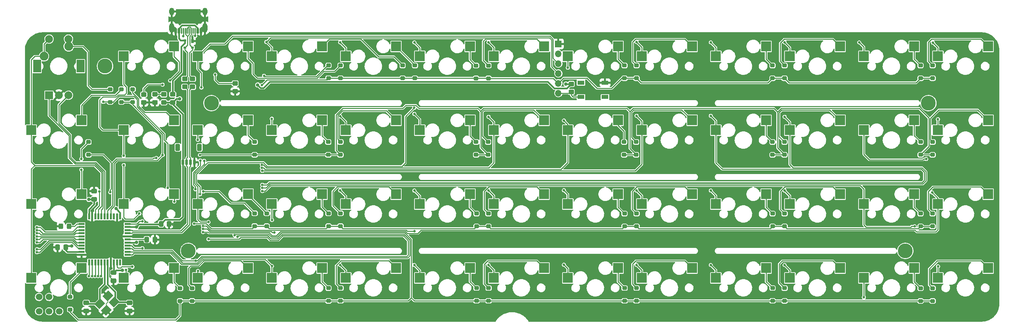
<source format=gbl>
G04 #@! TF.GenerationSoftware,KiCad,Pcbnew,(6.0.5-0)*
G04 #@! TF.CreationDate,2022-08-31T07:52:38-05:00*
G04 #@! TF.ProjectId,pcb,7063622e-6b69-4636-9164-5f7063625858,rev?*
G04 #@! TF.SameCoordinates,Original*
G04 #@! TF.FileFunction,Copper,L2,Bot*
G04 #@! TF.FilePolarity,Positive*
%FSLAX46Y46*%
G04 Gerber Fmt 4.6, Leading zero omitted, Abs format (unit mm)*
G04 Created by KiCad (PCBNEW (6.0.5-0)) date 2022-08-31 07:52:38*
%MOMM*%
%LPD*%
G01*
G04 APERTURE LIST*
G04 Aperture macros list*
%AMRoundRect*
0 Rectangle with rounded corners*
0 $1 Rounding radius*
0 $2 $3 $4 $5 $6 $7 $8 $9 X,Y pos of 4 corners*
0 Add a 4 corners polygon primitive as box body*
4,1,4,$2,$3,$4,$5,$6,$7,$8,$9,$2,$3,0*
0 Add four circle primitives for the rounded corners*
1,1,$1+$1,$2,$3*
1,1,$1+$1,$4,$5*
1,1,$1+$1,$6,$7*
1,1,$1+$1,$8,$9*
0 Add four rect primitives between the rounded corners*
20,1,$1+$1,$2,$3,$4,$5,0*
20,1,$1+$1,$4,$5,$6,$7,0*
20,1,$1+$1,$6,$7,$8,$9,0*
20,1,$1+$1,$8,$9,$2,$3,0*%
%AMRotRect*
0 Rectangle, with rotation*
0 The origin of the aperture is its center*
0 $1 length*
0 $2 width*
0 $3 Rotation angle, in degrees counterclockwise*
0 Add horizontal line*
21,1,$1,$2,0,0,$3*%
G04 Aperture macros list end*
G04 #@! TA.AperFunction,SMDPad,CuDef*
%ADD10R,2.550000X2.500000*%
G04 #@! TD*
G04 #@! TA.AperFunction,ComponentPad*
%ADD11R,2.000000X2.000000*%
G04 #@! TD*
G04 #@! TA.AperFunction,ComponentPad*
%ADD12C,2.000000*%
G04 #@! TD*
G04 #@! TA.AperFunction,ComponentPad*
%ADD13R,2.000000X3.200000*%
G04 #@! TD*
G04 #@! TA.AperFunction,ComponentPad*
%ADD14C,3.800000*%
G04 #@! TD*
G04 #@! TA.AperFunction,ComponentPad*
%ADD15C,2.250000*%
G04 #@! TD*
G04 #@! TA.AperFunction,SMDPad,CuDef*
%ADD16RoundRect,0.250000X0.475000X-0.337500X0.475000X0.337500X-0.475000X0.337500X-0.475000X-0.337500X0*%
G04 #@! TD*
G04 #@! TA.AperFunction,SMDPad,CuDef*
%ADD17RoundRect,0.250000X0.350000X-0.250000X0.350000X0.250000X-0.350000X0.250000X-0.350000X-0.250000X0*%
G04 #@! TD*
G04 #@! TA.AperFunction,ComponentPad*
%ADD18O,1.700000X1.700000*%
G04 #@! TD*
G04 #@! TA.AperFunction,ComponentPad*
%ADD19R,1.700000X1.700000*%
G04 #@! TD*
G04 #@! TA.AperFunction,SMDPad,CuDef*
%ADD20R,1.800000X1.100000*%
G04 #@! TD*
G04 #@! TA.AperFunction,SMDPad,CuDef*
%ADD21R,1.500000X0.500000*%
G04 #@! TD*
G04 #@! TA.AperFunction,SMDPad,CuDef*
%ADD22R,0.500000X1.500000*%
G04 #@! TD*
G04 #@! TA.AperFunction,SMDPad,CuDef*
%ADD23RoundRect,0.250000X-0.475000X0.337500X-0.475000X-0.337500X0.475000X-0.337500X0.475000X0.337500X0*%
G04 #@! TD*
G04 #@! TA.AperFunction,SMDPad,CuDef*
%ADD24RotRect,2.100000X1.800000X225.000000*%
G04 #@! TD*
G04 #@! TA.AperFunction,SMDPad,CuDef*
%ADD25RoundRect,0.249999X0.450001X-0.325001X0.450001X0.325001X-0.450001X0.325001X-0.450001X-0.325001X0*%
G04 #@! TD*
G04 #@! TA.AperFunction,SMDPad,CuDef*
%ADD26RoundRect,0.150000X-0.150000X-0.575000X0.150000X-0.575000X0.150000X0.575000X-0.150000X0.575000X0*%
G04 #@! TD*
G04 #@! TA.AperFunction,SMDPad,CuDef*
%ADD27RoundRect,0.075000X-0.075000X-0.650000X0.075000X-0.650000X0.075000X0.650000X-0.075000X0.650000X0*%
G04 #@! TD*
G04 #@! TA.AperFunction,ComponentPad*
%ADD28O,1.300000X2.400000*%
G04 #@! TD*
G04 #@! TA.AperFunction,ComponentPad*
%ADD29O,1.300000X1.900000*%
G04 #@! TD*
G04 #@! TA.AperFunction,SMDPad,CuDef*
%ADD30RoundRect,0.249999X-0.450001X0.325001X-0.450001X-0.325001X0.450001X-0.325001X0.450001X0.325001X0*%
G04 #@! TD*
G04 #@! TA.AperFunction,SMDPad,CuDef*
%ADD31RoundRect,0.250000X0.337500X0.475000X-0.337500X0.475000X-0.337500X-0.475000X0.337500X-0.475000X0*%
G04 #@! TD*
G04 #@! TA.AperFunction,SMDPad,CuDef*
%ADD32RoundRect,0.250000X-0.337500X-0.475000X0.337500X-0.475000X0.337500X0.475000X-0.337500X0.475000X0*%
G04 #@! TD*
G04 #@! TA.AperFunction,SMDPad,CuDef*
%ADD33RoundRect,0.249999X-0.325001X-0.450001X0.325001X-0.450001X0.325001X0.450001X-0.325001X0.450001X0*%
G04 #@! TD*
G04 #@! TA.AperFunction,SMDPad,CuDef*
%ADD34R,0.700000X1.000000*%
G04 #@! TD*
G04 #@! TA.AperFunction,SMDPad,CuDef*
%ADD35R,0.700000X0.600000*%
G04 #@! TD*
G04 #@! TA.AperFunction,ComponentPad*
%ADD36C,1.700000*%
G04 #@! TD*
G04 #@! TA.AperFunction,SMDPad,CuDef*
%ADD37RoundRect,0.150000X-0.150000X-0.625000X0.150000X-0.625000X0.150000X0.625000X-0.150000X0.625000X0*%
G04 #@! TD*
G04 #@! TA.AperFunction,SMDPad,CuDef*
%ADD38RoundRect,0.250000X-0.350000X-0.650000X0.350000X-0.650000X0.350000X0.650000X-0.350000X0.650000X0*%
G04 #@! TD*
G04 #@! TA.AperFunction,ViaPad*
%ADD39C,0.650000*%
G04 #@! TD*
G04 #@! TA.AperFunction,ViaPad*
%ADD40C,0.900000*%
G04 #@! TD*
G04 #@! TA.AperFunction,Conductor*
%ADD41C,0.250000*%
G04 #@! TD*
G04 #@! TA.AperFunction,Conductor*
%ADD42C,0.400000*%
G04 #@! TD*
G04 #@! TA.AperFunction,Conductor*
%ADD43C,0.200000*%
G04 #@! TD*
G04 APERTURE END LIST*
D10*
X117905225Y-50653950D03*
X130832225Y-48113950D03*
X194105225Y-50653950D03*
X207032225Y-48113950D03*
X175055225Y-50653950D03*
X187982225Y-48113950D03*
X156005225Y-50653950D03*
X168932225Y-48113950D03*
X79805225Y-50653950D03*
X92732225Y-48113950D03*
X213155225Y-50653950D03*
X226082225Y-48113950D03*
X232205225Y-50653950D03*
X245132225Y-48113950D03*
X79805225Y-69703950D03*
X92732225Y-67163950D03*
X98855225Y-69703950D03*
X111782225Y-67163950D03*
X136960399Y-69703950D03*
X149887399Y-67163950D03*
X270305225Y-50653950D03*
X283232225Y-48113950D03*
X156005225Y-69703950D03*
X168932225Y-67163950D03*
X175055225Y-69703950D03*
X187982225Y-67163950D03*
X194105225Y-69703950D03*
X207032225Y-67163950D03*
X98855225Y-107803950D03*
X111782225Y-105263950D03*
X117905225Y-107803950D03*
X130832225Y-105263950D03*
X136955225Y-107803950D03*
X149882225Y-105263950D03*
X156005225Y-107803950D03*
X168932225Y-105263950D03*
X175055225Y-107803950D03*
X187982225Y-105263950D03*
X213155225Y-107803950D03*
X226082225Y-105263950D03*
X232205225Y-107803950D03*
X245132225Y-105263950D03*
X251255225Y-107803950D03*
X264182225Y-105263950D03*
X270305225Y-107803950D03*
X283232225Y-105263950D03*
X194105225Y-107803950D03*
X207032225Y-105263950D03*
X270305225Y-88753950D03*
X283232225Y-86213950D03*
X251255225Y-88753950D03*
X264182225Y-86213950D03*
X213155225Y-88753950D03*
X226082225Y-86213950D03*
X175055225Y-88753950D03*
X187982225Y-86213950D03*
X136955225Y-88753950D03*
X149882225Y-86213950D03*
X79805225Y-88753950D03*
X92732225Y-86213950D03*
X156005225Y-88753950D03*
X168932225Y-86213950D03*
X289355225Y-69703950D03*
X302282225Y-67163950D03*
X117905225Y-88753950D03*
X130832225Y-86213950D03*
X98855225Y-88753950D03*
X111782225Y-86213950D03*
X251255225Y-69703950D03*
X264182225Y-67163950D03*
X232205225Y-69703950D03*
X245132225Y-67163950D03*
X270305225Y-69703950D03*
X283232225Y-67163950D03*
X289355225Y-107803950D03*
X302282225Y-105263950D03*
X289355225Y-88753950D03*
X302282225Y-86213950D03*
X289355225Y-50653950D03*
X302282225Y-48113950D03*
D11*
X60577713Y-60693958D03*
D12*
X65577713Y-60693958D03*
X63077713Y-60693958D03*
D13*
X57477713Y-53193958D03*
X68677713Y-53193958D03*
D12*
X65577713Y-46193958D03*
X60577713Y-46193958D03*
D10*
X98855225Y-50653950D03*
X111782225Y-48113950D03*
X136955225Y-50653950D03*
X149882225Y-48113950D03*
X55992713Y-107804006D03*
X68919713Y-105264006D03*
X55992713Y-69703974D03*
X68919713Y-67163974D03*
X55992713Y-88753990D03*
X68919713Y-86213990D03*
X194105225Y-88753950D03*
X207032225Y-86213950D03*
X232205225Y-88753950D03*
X245132225Y-86213950D03*
X79805225Y-107803950D03*
X92732225Y-105263950D03*
X251255225Y-50653950D03*
X264182225Y-48113950D03*
X117905225Y-69703950D03*
X130832225Y-67163950D03*
X213155225Y-69703950D03*
X226082225Y-67163950D03*
D14*
X74983973Y-53193950D03*
X286915393Y-62718958D03*
X280962279Y-100818990D03*
X96415233Y-100818990D03*
X102368363Y-62718958D03*
D15*
X59267713Y-50653958D03*
X65617713Y-48113958D03*
D16*
X72200000Y-87506450D03*
X72200000Y-85431450D03*
D17*
X116590225Y-94443950D03*
X116590225Y-91143950D03*
X208590225Y-76043950D03*
X208590225Y-72743950D03*
X170490225Y-76043950D03*
X170490225Y-72743950D03*
X135581415Y-76043950D03*
X135581415Y-72743950D03*
X113490225Y-76043950D03*
X113490225Y-72743950D03*
X284890625Y-56306250D03*
X284890625Y-53006250D03*
X249881415Y-56306250D03*
X249881415Y-53006250D03*
X211781415Y-56306250D03*
X211781415Y-53006250D03*
X208681415Y-56306250D03*
X208681415Y-53006250D03*
X173651789Y-56333377D03*
X173651789Y-53033377D03*
X170476789Y-56333377D03*
X170476789Y-53033377D03*
X154751789Y-56306250D03*
X154751789Y-53006250D03*
X287990625Y-113750000D03*
X287990625Y-110450000D03*
X284890625Y-113750000D03*
X284890625Y-110450000D03*
X249890625Y-113713123D03*
X249890625Y-110413123D03*
X246790625Y-113706250D03*
X246790625Y-110406250D03*
X211783999Y-113706250D03*
X211783999Y-110406250D03*
X208700000Y-113706250D03*
X208700000Y-110406250D03*
X211790625Y-94506250D03*
X211790625Y-91206250D03*
X284890625Y-76043950D03*
X284890625Y-72743950D03*
X208690625Y-94506250D03*
X208690625Y-91206250D03*
X170585999Y-94506250D03*
X170585999Y-91206250D03*
X132490225Y-94443950D03*
X132490225Y-91143950D03*
X287990625Y-76043950D03*
X287990625Y-72743950D03*
X284890625Y-94506250D03*
X284890625Y-91206250D03*
X249890625Y-94506250D03*
X249890625Y-91206250D03*
X246790625Y-94506250D03*
X246790625Y-91206250D03*
X173690625Y-113706250D03*
X173690625Y-110406250D03*
X151576789Y-56306250D03*
X151576789Y-53006250D03*
X211690225Y-76043950D03*
X211690225Y-72743950D03*
D18*
X191665313Y-60143950D03*
X191665313Y-49983950D03*
X191665313Y-55063950D03*
X191665313Y-57603950D03*
X191665313Y-52523950D03*
D19*
X191665313Y-47443950D03*
D17*
X287990625Y-56306250D03*
X287990625Y-53006250D03*
X66000000Y-115950000D03*
X66000000Y-112650000D03*
X79200000Y-62443950D03*
X79200000Y-59143950D03*
X70700000Y-76043950D03*
X70700000Y-72743950D03*
D20*
X203690225Y-57443950D03*
X197490225Y-61143950D03*
X203690225Y-61143950D03*
X197490225Y-57443950D03*
D21*
X80765225Y-93868950D03*
X80765225Y-94668950D03*
X80765225Y-95468950D03*
X80765225Y-96268950D03*
X80765225Y-97068950D03*
X80765225Y-97868950D03*
X80765225Y-98668950D03*
X80765225Y-99468950D03*
X80765225Y-100268950D03*
X80765225Y-101068950D03*
X80765225Y-101868950D03*
D22*
X78865225Y-103768950D03*
X78065225Y-103768950D03*
X77265225Y-103768950D03*
X76465225Y-103768950D03*
X75665225Y-103768950D03*
X74865225Y-103768950D03*
X74065225Y-103768950D03*
X73265225Y-103768950D03*
X72465225Y-103768950D03*
X71665225Y-103768950D03*
X70865225Y-103768950D03*
D21*
X68965225Y-101868950D03*
X68965225Y-101068950D03*
X68965225Y-100268950D03*
X68965225Y-99468950D03*
X68965225Y-98668950D03*
X68965225Y-97868950D03*
X68965225Y-97068950D03*
X68965225Y-96268950D03*
X68965225Y-95468950D03*
X68965225Y-94668950D03*
X68965225Y-93868950D03*
D22*
X70865225Y-91968950D03*
X71665225Y-91968950D03*
X72465225Y-91968950D03*
X73265225Y-91968950D03*
X74065225Y-91968950D03*
X74865225Y-91968950D03*
X75665225Y-91968950D03*
X76465225Y-91968950D03*
X77265225Y-91968950D03*
X78065225Y-91968950D03*
X78865225Y-91968950D03*
D23*
X77165225Y-106431450D03*
X77165225Y-108506450D03*
X70165225Y-114231450D03*
X70165225Y-116306450D03*
X81265225Y-114231450D03*
X81265225Y-116306450D03*
D24*
X77303703Y-114056818D03*
X75253093Y-116107428D03*
X73626747Y-114481082D03*
X75677357Y-112430472D03*
D25*
X92390225Y-62518950D03*
X92390225Y-60468950D03*
D26*
X93165217Y-44091450D03*
X93965217Y-44091450D03*
D27*
X95165217Y-44091450D03*
X96161217Y-44091450D03*
X96665217Y-44091450D03*
X97665217Y-44091450D03*
D26*
X99665217Y-44091450D03*
X98865217Y-44091450D03*
D27*
X98165217Y-44091450D03*
X97165217Y-44091450D03*
X95665217Y-44091450D03*
X94665217Y-44091450D03*
D28*
X100715217Y-43316450D03*
D29*
X100715217Y-39116450D03*
X92115217Y-39116450D03*
D28*
X92115217Y-43316450D03*
D25*
X97490625Y-58518950D03*
X97490625Y-56468950D03*
X84940225Y-62568950D03*
X84940225Y-60518950D03*
D30*
X90090225Y-60468950D03*
X90090225Y-62518950D03*
D25*
X87790225Y-62518950D03*
X87790225Y-60468950D03*
D17*
X135590625Y-113706250D03*
X135590625Y-110406250D03*
X132490625Y-113713123D03*
X132490625Y-110413123D03*
D31*
X64837500Y-99900000D03*
X62762500Y-99900000D03*
D25*
X95490625Y-58518950D03*
X95490625Y-56468950D03*
D32*
X89412500Y-93850000D03*
X91487500Y-93850000D03*
X85727725Y-97900000D03*
X87802725Y-97900000D03*
D33*
X63640225Y-94500000D03*
X65690225Y-94500000D03*
D17*
X82090225Y-62443950D03*
X82090225Y-59143950D03*
X94290225Y-113743950D03*
X94290225Y-110443950D03*
X97390225Y-113743950D03*
X97390225Y-110443950D03*
X170590625Y-113706250D03*
X170590625Y-110406250D03*
X135590225Y-94443950D03*
X135590225Y-91143950D03*
X173650000Y-94506250D03*
X173650000Y-91206250D03*
X287990625Y-94506250D03*
X287990625Y-91206250D03*
X113490225Y-94443950D03*
X113490225Y-91143950D03*
X135581415Y-56306250D03*
X135581415Y-53006250D03*
X76300000Y-62443950D03*
X76300000Y-59143950D03*
X246781415Y-56306250D03*
X246781415Y-53006250D03*
X132490625Y-56299950D03*
X132490625Y-52999950D03*
D25*
X194990225Y-59818950D03*
X194990225Y-57768950D03*
D17*
X249881415Y-76043950D03*
X249881415Y-72743950D03*
X246781415Y-76043950D03*
X246781415Y-72743950D03*
X173590225Y-76043950D03*
X173590225Y-72743950D03*
X132431415Y-76043950D03*
X132431415Y-72743950D03*
D25*
X108465225Y-59693950D03*
X108465225Y-57643950D03*
D34*
X97490625Y-46743950D03*
D35*
X97490625Y-48443950D03*
X95490625Y-48443950D03*
X95490625Y-46543950D03*
D36*
X58000000Y-116400000D03*
X60600000Y-116400000D03*
X63200000Y-116400000D03*
X58000000Y-112700000D03*
X60600000Y-112700000D03*
D37*
X94990225Y-77993950D03*
X95990225Y-77993950D03*
X96990225Y-77993950D03*
X97990225Y-77993950D03*
D38*
X99290225Y-74118950D03*
X93690225Y-74118950D03*
D39*
X115911125Y-55668950D03*
X91735725Y-56893950D03*
X92800000Y-88100000D03*
X100300000Y-85507470D03*
D40*
X193590225Y-57793950D03*
X83048138Y-98651862D03*
X70831050Y-87568950D03*
X83048138Y-94651862D03*
X94200000Y-61600000D03*
X66440940Y-99559060D03*
X79400000Y-105800000D03*
X114265118Y-58034882D03*
X77800000Y-89900000D03*
D39*
X74500000Y-62400000D03*
X115300000Y-58073450D03*
X91100000Y-84600000D03*
X109100000Y-97200000D03*
X99400000Y-76100000D03*
X89806050Y-76093950D03*
X97900000Y-93800000D03*
X84565225Y-93168950D03*
X76340980Y-85687010D03*
X88190231Y-76890231D03*
X99500000Y-77500000D03*
X108317490Y-96782490D03*
X98275725Y-84927970D03*
X79800000Y-76300000D03*
X80412802Y-105712802D03*
X79800000Y-78700000D03*
X84600000Y-100109930D03*
X83800000Y-91200000D03*
X98852713Y-72168958D03*
X101600000Y-93400000D03*
X101600000Y-97800000D03*
X100500000Y-77600000D03*
X98334003Y-103334015D03*
X99790225Y-58693950D03*
X98890225Y-105993950D03*
X117940225Y-104743950D03*
X117905225Y-66741650D03*
X117940225Y-92843950D03*
X116490625Y-46956250D03*
X135490625Y-47056250D03*
X135490625Y-85256250D03*
X100200000Y-95179503D03*
X135490625Y-104456250D03*
X135490625Y-66094350D03*
X57452713Y-101168958D03*
X118590225Y-96043950D03*
X154590625Y-104456250D03*
X57452713Y-100389455D03*
X154590625Y-47056250D03*
X154590625Y-95709375D03*
X154590625Y-85256250D03*
X154590625Y-65493550D03*
X100200000Y-94400000D03*
X173690625Y-66244350D03*
X115368756Y-78617901D03*
X173690625Y-85256250D03*
X173690625Y-104456250D03*
X173690625Y-47056250D03*
X57465225Y-98627956D03*
X193099994Y-67203719D03*
X115354987Y-79397282D03*
X193090225Y-85193950D03*
X57465225Y-97848453D03*
X194090225Y-53593950D03*
X193090225Y-104393950D03*
X211790625Y-104456250D03*
X57465225Y-97068950D03*
X211790625Y-85256250D03*
X211790625Y-65994350D03*
X211790625Y-46956250D03*
X115465225Y-80168950D03*
X230890625Y-85256250D03*
X230890625Y-47056250D03*
X57465225Y-96289447D03*
X230890625Y-65994350D03*
X230890625Y-104456250D03*
X115465225Y-83789447D03*
X57464747Y-95469431D03*
X249890625Y-104456250D03*
X249890625Y-47056250D03*
X249890625Y-85256250D03*
X249890625Y-66243550D03*
X115465225Y-84568950D03*
X286343215Y-77134930D03*
X269090625Y-47056250D03*
X283365225Y-94468950D03*
X270290225Y-112793950D03*
X57465368Y-94689929D03*
X115465225Y-85368950D03*
X289365225Y-66868950D03*
X289390225Y-104793950D03*
X73500000Y-85500000D03*
X287865225Y-85768950D03*
X288090625Y-47156250D03*
X100200000Y-95959006D03*
X103340225Y-55393950D03*
X98190225Y-45393950D03*
X95146515Y-45410167D03*
X89790225Y-57943950D03*
X99434725Y-86200000D03*
X82022571Y-104922571D03*
X154554128Y-63938315D03*
X82900000Y-66700000D03*
X92900000Y-94800000D03*
X89300000Y-97900000D03*
X68900000Y-77100000D03*
X68900000Y-79900000D03*
X73979503Y-107300000D03*
X73200000Y-107300000D03*
X72400000Y-107300000D03*
X71620497Y-107300000D03*
X70840994Y-107300000D03*
D41*
X92732225Y-48113950D02*
X92732225Y-50735950D01*
X94090225Y-54539450D02*
X91735725Y-56893950D01*
X129369327Y-55893950D02*
X132263328Y-52999950D01*
X129369327Y-55893950D02*
X117309763Y-55893950D01*
X116136125Y-55893950D02*
X115911125Y-55668950D01*
X92732225Y-50735950D02*
X94090225Y-52093950D01*
X94090225Y-52093950D02*
X94090225Y-54539450D01*
X117309763Y-55893950D02*
X116136125Y-55893950D01*
X132263328Y-52999950D02*
X132490625Y-52999950D01*
X129526529Y-56273470D02*
X131300000Y-54500000D01*
X111782225Y-51185950D02*
X113065225Y-52468950D01*
X131300000Y-54500000D02*
X134087665Y-54500000D01*
X134087665Y-54500000D02*
X135581415Y-53006250D01*
X111782225Y-48113950D02*
X111782225Y-51185950D01*
X114169745Y-56273470D02*
X129526529Y-56273470D01*
X113065225Y-55168950D02*
X114169745Y-56273470D01*
X113065225Y-52468950D02*
X113065225Y-55168950D01*
X140835770Y-46235770D02*
X145400000Y-50800000D01*
X130832225Y-48113950D02*
X132710405Y-46235770D01*
X132710405Y-46235770D02*
X140835770Y-46235770D01*
X145400000Y-50800000D02*
X149370539Y-50800000D01*
X149370539Y-50800000D02*
X151576789Y-53006250D01*
X154751789Y-52983514D02*
X149882225Y-48113950D01*
X154751789Y-53006250D02*
X154751789Y-52983514D01*
X168932225Y-51488813D02*
X168932225Y-48113950D01*
X170476789Y-53033377D02*
X168932225Y-51488813D01*
X172864230Y-46235770D02*
X172300000Y-46800000D01*
X186104045Y-46235770D02*
X172864230Y-46235770D01*
X172300000Y-46800000D02*
X172300000Y-51681588D01*
X187982225Y-48113950D02*
X186104045Y-46235770D01*
X172300000Y-51681588D02*
X173651789Y-53033377D01*
X207032225Y-48113950D02*
X207032225Y-51357060D01*
X207032225Y-51357060D02*
X208681415Y-53006250D01*
X226082225Y-48113950D02*
X224207704Y-46239429D01*
X224207704Y-46239429D02*
X211544746Y-46239429D01*
X211544746Y-46239429D02*
X210800000Y-46984175D01*
X210800000Y-52024835D02*
X211781415Y-53006250D01*
X210800000Y-46984175D02*
X210800000Y-52024835D01*
X245132225Y-51357060D02*
X246781415Y-53006250D01*
X245132225Y-48113950D02*
X245132225Y-51357060D01*
X248800000Y-47203725D02*
X248800000Y-51924835D01*
X248800000Y-51924835D02*
X249881415Y-53006250D01*
X262307704Y-46239429D02*
X249764296Y-46239429D01*
X249764296Y-46239429D02*
X248800000Y-47203725D01*
X264182225Y-48113950D02*
X262307704Y-46239429D01*
X284890625Y-53006250D02*
X283232225Y-51347850D01*
X283232225Y-51347850D02*
X283232225Y-48113950D01*
X302282225Y-48113950D02*
X300407704Y-46239429D01*
X286890625Y-51906250D02*
X287990625Y-53006250D01*
X300407704Y-46239429D02*
X287707446Y-46239429D01*
X287707446Y-46239429D02*
X286890625Y-47056250D01*
X286890625Y-47056250D02*
X286890625Y-51906250D01*
X82090225Y-59143950D02*
X82090225Y-60132093D01*
X83590225Y-63516781D02*
X85167394Y-65093950D01*
X83590225Y-61632093D02*
X83590225Y-63516781D01*
X90662225Y-65093950D02*
X92732225Y-67163950D01*
X82090225Y-60132093D02*
X83590225Y-61632093D01*
X85167394Y-65093950D02*
X90662225Y-65093950D01*
X111782225Y-71035950D02*
X113490225Y-72743950D01*
X111782225Y-67163950D02*
X111782225Y-71035950D01*
X130832225Y-71144760D02*
X130832225Y-67163950D01*
X132431415Y-72743950D02*
X130832225Y-71144760D01*
X134890225Y-65875197D02*
X134890225Y-72052760D01*
X134890225Y-72052760D02*
X135581415Y-72743950D01*
X149887399Y-67163950D02*
X147417399Y-64693950D01*
X147417399Y-64693950D02*
X136071473Y-64693950D01*
X136071473Y-64693950D02*
X134890225Y-65875197D01*
X170490225Y-72743950D02*
X168932225Y-71185950D01*
X168932225Y-71185950D02*
X168932225Y-67163950D01*
X185291745Y-64473470D02*
X172547427Y-64473470D01*
X187982225Y-67163950D02*
X185291745Y-64473470D01*
X172069745Y-71223470D02*
X173590225Y-72743950D01*
X172547427Y-64473470D02*
X172069745Y-64951152D01*
X172069745Y-64951152D02*
X172069745Y-71223470D01*
X207032225Y-68435950D02*
X208590225Y-69993950D01*
X207032225Y-67163950D02*
X207032225Y-68435950D01*
X208590225Y-69993950D02*
X208590225Y-72743950D01*
X210469745Y-65054718D02*
X210469745Y-71523470D01*
X211050993Y-64473470D02*
X210469745Y-65054718D01*
X223391745Y-64473470D02*
X211050993Y-64473470D01*
X210469745Y-71523470D02*
X211690225Y-72743950D01*
X226082225Y-67163950D02*
X223391745Y-64473470D01*
X245132225Y-71094760D02*
X245132225Y-67163950D01*
X246781415Y-72743950D02*
X245132225Y-71094760D01*
X249147427Y-64473470D02*
X248469745Y-65151152D01*
X248469745Y-71332280D02*
X249881415Y-72743950D01*
X264182225Y-67163950D02*
X261491745Y-64473470D01*
X248469745Y-65151152D02*
X248469745Y-71332280D01*
X261491745Y-64473470D02*
X249147427Y-64473470D01*
X283232225Y-71085550D02*
X283232225Y-67163950D01*
X284890625Y-72743950D02*
X283232225Y-71085550D01*
X289610705Y-64473470D02*
X299591745Y-64473470D01*
X287390225Y-72143550D02*
X287390225Y-66693950D01*
X287390225Y-66693950D02*
X289610705Y-64473470D01*
X299591745Y-64473470D02*
X302282225Y-67163950D01*
X287990625Y-72743950D02*
X287390225Y-72143550D01*
X105600000Y-86800000D02*
X104307470Y-85507470D01*
X92800000Y-88100000D02*
X92800000Y-86281725D01*
X104307470Y-85507470D02*
X100300000Y-85507470D01*
X113490225Y-91143950D02*
X110846275Y-88500000D01*
X107300000Y-88500000D02*
X105600000Y-86800000D01*
X110846275Y-88500000D02*
X107300000Y-88500000D01*
X92800000Y-86281725D02*
X92732225Y-86213950D01*
X111782225Y-86213950D02*
X111782225Y-86335950D01*
X111782225Y-86335950D02*
X116590225Y-91143950D01*
X130832225Y-86213950D02*
X130832225Y-89485950D01*
X130832225Y-89485950D02*
X132490225Y-91143950D01*
X133590625Y-85494350D02*
X133590625Y-89144350D01*
X148007704Y-84339429D02*
X134745546Y-84339429D01*
X133590625Y-89144350D02*
X135590225Y-91143950D01*
X149882225Y-86213950D02*
X148007704Y-84339429D01*
X134745546Y-84339429D02*
X133590625Y-85494350D01*
X170585999Y-91206250D02*
X168932225Y-89552476D01*
X168932225Y-89552476D02*
X168932225Y-86213950D01*
X187982225Y-86213950D02*
X186107704Y-84339429D01*
X172600000Y-85527322D02*
X172600000Y-90156250D01*
X186107704Y-84339429D02*
X173787893Y-84339429D01*
X173787893Y-84339429D02*
X172600000Y-85527322D01*
X172600000Y-90156250D02*
X173650000Y-91206250D01*
X207032225Y-89547850D02*
X208690625Y-91206250D01*
X207032225Y-86213950D02*
X207032225Y-89547850D01*
X210700000Y-85527322D02*
X210700000Y-90115625D01*
X224207704Y-84339429D02*
X211887893Y-84339429D01*
X211887893Y-84339429D02*
X210700000Y-85527322D01*
X210700000Y-90115625D02*
X211790625Y-91206250D01*
X226082225Y-86213950D02*
X224207704Y-84339429D01*
X245132225Y-89547850D02*
X246790625Y-91206250D01*
X245132225Y-86213950D02*
X245132225Y-89547850D01*
X264182225Y-86213950D02*
X262307704Y-84339429D01*
X262307704Y-84339429D02*
X249964296Y-84339429D01*
X248800000Y-85503725D02*
X248800000Y-90115625D01*
X248800000Y-90115625D02*
X249890625Y-91206250D01*
X249964296Y-84339429D02*
X248800000Y-85503725D01*
X283232225Y-89547850D02*
X284890625Y-91206250D01*
X283232225Y-86213950D02*
X283232225Y-89547850D01*
X286900000Y-90115625D02*
X287990625Y-91206250D01*
X300407704Y-84339429D02*
X288044746Y-84339429D01*
X288044746Y-84339429D02*
X286900000Y-85484175D01*
X302282225Y-86213950D02*
X300407704Y-84339429D01*
X286900000Y-85484175D02*
X286900000Y-90115625D01*
X92732225Y-105263950D02*
X92732225Y-108885950D01*
X92732225Y-108885950D02*
X94290225Y-110443950D01*
X111782225Y-105263950D02*
X109907704Y-103389429D01*
X109907704Y-103389429D02*
X100385704Y-103389429D01*
X100385704Y-103389429D02*
X99102578Y-104672555D01*
X96490225Y-105193950D02*
X96490225Y-109543950D01*
X99102578Y-104672555D02*
X97011620Y-104672555D01*
X97011620Y-104672555D02*
X96490225Y-105193950D01*
X96490225Y-109543950D02*
X97390225Y-110443950D01*
X132490625Y-110413123D02*
X130832225Y-108754723D01*
X130832225Y-108754723D02*
X130832225Y-105263950D01*
X134490225Y-104593950D02*
X134490225Y-109305850D01*
X135694746Y-103389429D02*
X134490225Y-104593950D01*
X134490225Y-109305850D02*
X135590625Y-110406250D01*
X148007704Y-103389429D02*
X135694746Y-103389429D01*
X149882225Y-105263950D02*
X148007704Y-103389429D01*
X168932225Y-105263950D02*
X168932225Y-108747850D01*
X168932225Y-108747850D02*
X170590625Y-110406250D01*
X186107704Y-103389429D02*
X173494746Y-103389429D01*
X172590225Y-104293950D02*
X172590225Y-109305850D01*
X187982225Y-105263950D02*
X186107704Y-103389429D01*
X172590225Y-109305850D02*
X173690625Y-110406250D01*
X173494746Y-103389429D02*
X172590225Y-104293950D01*
X207032225Y-108738475D02*
X208700000Y-110406250D01*
X207032225Y-105263950D02*
X207032225Y-108738475D01*
X210740225Y-104243950D02*
X210740225Y-109362476D01*
X226082225Y-105263950D02*
X224207704Y-103389429D01*
X224207704Y-103389429D02*
X211594746Y-103389429D01*
X210740225Y-109362476D02*
X211783999Y-110406250D01*
X211594746Y-103389429D02*
X210740225Y-104243950D01*
X245132225Y-108747850D02*
X246790625Y-110406250D01*
X245132225Y-105263950D02*
X245132225Y-108747850D01*
X249294746Y-103389429D02*
X248490225Y-104193950D01*
X248490225Y-104193950D02*
X248490225Y-109012723D01*
X264182225Y-105263950D02*
X262307704Y-103389429D01*
X248490225Y-109012723D02*
X249890625Y-110413123D01*
X262307704Y-103389429D02*
X249294746Y-103389429D01*
X283232225Y-108791600D02*
X284890625Y-110450000D01*
X283232225Y-105263950D02*
X283232225Y-108791600D01*
X300407704Y-103389429D02*
X302282225Y-105263950D01*
X287100000Y-105500000D02*
X289200000Y-103400000D01*
X287990625Y-110450000D02*
X287100000Y-109559375D01*
X289200000Y-103400000D02*
X295200000Y-103400000D01*
X287100000Y-109559375D02*
X287100000Y-105500000D01*
X295200000Y-103400000D02*
X295210571Y-103389429D01*
X295210571Y-103389429D02*
X300407704Y-103389429D01*
D42*
X72200000Y-87506450D02*
X70893550Y-87506450D01*
X92390225Y-62518950D02*
X92390225Y-63009775D01*
X72200000Y-88800000D02*
X70865225Y-90134775D01*
X83700000Y-94000000D02*
X83048138Y-94651862D01*
X70893550Y-87506450D02*
X70831050Y-87568950D01*
X68965225Y-101068950D02*
X65268950Y-101068950D01*
X83031050Y-98668950D02*
X83048138Y-98651862D01*
X92390225Y-63009775D02*
X94990225Y-65609775D01*
X77165225Y-106431450D02*
X77796675Y-105800000D01*
X173300000Y-57200000D02*
X117400000Y-57200000D01*
X64837500Y-100637500D02*
X64837500Y-99900000D01*
X117400000Y-57200000D02*
X115800000Y-58800000D01*
X94204520Y-92795480D02*
X94990225Y-92009775D01*
X77265225Y-103768950D02*
X77265225Y-106331450D01*
X83031050Y-94668950D02*
X83048138Y-94651862D01*
X93309175Y-61600000D02*
X92390225Y-62518950D01*
X90467020Y-92795480D02*
X94204520Y-92795480D01*
X189100000Y-57400000D02*
X188900000Y-57200000D01*
X80765225Y-94668950D02*
X83031050Y-94668950D01*
X194990225Y-57768950D02*
X193859175Y-58900000D01*
X193815225Y-57768950D02*
X193790225Y-57793950D01*
X65178440Y-99559060D02*
X64837500Y-99900000D01*
X78865225Y-91968950D02*
X78865225Y-90965225D01*
X89362500Y-94000000D02*
X83700000Y-94000000D01*
X66440940Y-99559060D02*
X65178440Y-99559060D01*
X188900000Y-57200000D02*
X173300000Y-57200000D01*
X80765225Y-98668950D02*
X83031050Y-98668950D01*
X115030236Y-58800000D02*
X114265118Y-58034882D01*
X194990225Y-57768950D02*
X193815225Y-57768950D01*
X78865225Y-90965225D02*
X77800000Y-89900000D01*
X115800000Y-58800000D02*
X115030236Y-58800000D01*
X94200000Y-61600000D02*
X93309175Y-61600000D01*
X72200000Y-87506450D02*
X72200000Y-88800000D01*
X77796675Y-105800000D02*
X79400000Y-105800000D01*
X190900000Y-58900000D02*
X190600000Y-58900000D01*
X90090225Y-62518950D02*
X92390225Y-62518950D01*
X89412500Y-93850000D02*
X90467020Y-92795480D01*
X193859175Y-58900000D02*
X190900000Y-58900000D01*
X70865225Y-90134775D02*
X70865225Y-91968950D01*
X94990225Y-92009775D02*
X94990225Y-77993950D01*
X190600000Y-58900000D02*
X189100000Y-57400000D01*
X94990225Y-65609775D02*
X94990225Y-77993950D01*
X65268950Y-101068950D02*
X64837500Y-100637500D01*
X193790225Y-57793950D02*
X193590225Y-57793950D01*
D41*
X80765225Y-97868950D02*
X85696675Y-97868950D01*
X85696675Y-97868950D02*
X85727725Y-97900000D01*
D42*
X75665225Y-109468950D02*
X75665225Y-103768950D01*
X77615225Y-111418950D02*
X75665225Y-109468950D01*
X81090593Y-114056818D02*
X77303703Y-114056818D01*
X77615225Y-113745296D02*
X77615225Y-111418950D01*
X73626747Y-110607428D02*
X74865225Y-109368950D01*
X73626747Y-114481082D02*
X70414857Y-114481082D01*
X74865225Y-109368950D02*
X74865225Y-103768950D01*
X73626747Y-114481082D02*
X73626747Y-110607428D01*
D41*
X207985137Y-56306250D02*
X205381477Y-58909910D01*
X76256050Y-62400000D02*
X76300000Y-62443950D01*
X116673450Y-56700000D02*
X115300000Y-58073450D01*
X205381477Y-58909910D02*
X201581585Y-58909910D01*
X82365360Y-60943950D02*
X83210705Y-61789295D01*
X132490625Y-56299950D02*
X132090575Y-56700000D01*
X74500000Y-62400000D02*
X76256050Y-62400000D01*
X198977925Y-56306250D02*
X192963013Y-56306250D01*
X94913515Y-103913515D02*
X92068950Y-101068950D01*
X83210705Y-63673983D02*
X90185570Y-70648848D01*
X211781415Y-56306250D02*
X208681415Y-56306250D01*
X78543950Y-60943950D02*
X82365360Y-60943950D01*
X153420480Y-98001838D02*
X153420480Y-102079520D01*
X201581585Y-58909910D02*
X198977925Y-56306250D01*
X211781415Y-56306250D02*
X211802525Y-56306250D01*
X211802525Y-56306250D02*
X212990225Y-57493950D01*
X173618362Y-56299950D02*
X173651789Y-56333377D01*
X192963013Y-56306250D02*
X191665313Y-57603950D01*
X91100000Y-73140816D02*
X91100000Y-84600000D01*
X191665313Y-57603950D02*
X190394740Y-56333377D01*
X116900000Y-96962030D02*
X117637970Y-97700000D01*
X252390225Y-57493950D02*
X281490225Y-57493950D01*
X119439712Y-97700000D02*
X120557202Y-96582510D01*
X190394740Y-56333377D02*
X173651789Y-56333377D01*
X152869611Y-102630389D02*
X99991149Y-102630389D01*
X132490625Y-56299950D02*
X173618362Y-56299950D01*
X245593715Y-57493950D02*
X246781415Y-56306250D01*
X283702925Y-57493950D02*
X284890625Y-56306250D01*
X109337970Y-96962030D02*
X116900000Y-96962030D01*
X246781415Y-56306250D02*
X249881415Y-56306250D01*
X83210705Y-61789295D02*
X83210705Y-63673983D01*
X153420480Y-102079520D02*
X152869611Y-102630389D01*
X90185570Y-70648848D02*
X90185570Y-72226386D01*
X152001152Y-96582510D02*
X153420480Y-98001838D01*
X251069115Y-57493950D02*
X249881415Y-56306250D01*
X252390225Y-57493950D02*
X251069115Y-57493950D01*
X208681415Y-56306250D02*
X207985137Y-56306250D01*
X117637970Y-97700000D02*
X119439712Y-97700000D01*
X92068950Y-101068950D02*
X80765225Y-101068950D01*
X90185570Y-72226386D02*
X91100000Y-73140816D01*
X120557202Y-96582510D02*
X152001152Y-96582510D01*
X99991149Y-102630389D02*
X98708023Y-103913515D01*
X76300000Y-62443950D02*
X77043950Y-62443950D01*
X109100000Y-97200000D02*
X109337970Y-96962030D01*
X281490225Y-57493950D02*
X283702925Y-57493950D01*
X128600000Y-56700000D02*
X116673450Y-56700000D01*
X77043950Y-62443950D02*
X78543950Y-60943950D01*
X132090575Y-56700000D02*
X128600000Y-56700000D01*
X287990625Y-56306250D02*
X284890625Y-56306250D01*
X212990225Y-57493950D02*
X245593715Y-57493950D01*
X98708023Y-103913515D02*
X94913515Y-103913515D01*
X151606050Y-64093950D02*
X152400000Y-63300000D01*
X248090225Y-74252760D02*
X249881415Y-76043950D01*
X248090225Y-64993950D02*
X248090225Y-74252760D01*
X89806050Y-70806050D02*
X89806050Y-76093950D01*
X155793950Y-64093950D02*
X170940225Y-64093950D01*
X152400000Y-63300000D02*
X155000000Y-63300000D01*
X82090225Y-62443950D02*
X79200000Y-62443950D01*
X171690225Y-64843950D02*
X171690225Y-74143950D01*
X82090225Y-62443950D02*
X82090225Y-63090225D01*
X248990225Y-64093950D02*
X284567907Y-64093950D01*
X82090225Y-63090225D02*
X89806050Y-70806050D01*
X76465225Y-91968950D02*
X76465225Y-90134775D01*
X78100000Y-77500000D02*
X88400000Y-77500000D01*
X113490225Y-76043950D02*
X135581415Y-76043950D01*
X248090225Y-64993950D02*
X247190225Y-64093950D01*
X77300000Y-89300000D02*
X77300000Y-78300000D01*
X210090225Y-64897516D02*
X210090225Y-74443950D01*
X88400000Y-77500000D02*
X89806050Y-76093950D01*
X135581415Y-76043950D02*
X134490225Y-74952760D01*
X249881415Y-76043950D02*
X246781415Y-76043950D01*
X155000000Y-63300000D02*
X155793950Y-64093950D01*
X287990625Y-76043950D02*
X284890625Y-76043950D01*
X113490225Y-76043950D02*
X99456050Y-76043950D01*
X284567907Y-64093950D02*
X287010705Y-66536748D01*
X170940225Y-64093950D02*
X171665225Y-64818950D01*
X170490225Y-76043950D02*
X173590225Y-76043950D01*
X136134750Y-64093950D02*
X151606050Y-64093950D01*
X284890625Y-76043950D02*
X284890625Y-75993550D01*
X171665225Y-64818950D02*
X171690225Y-64843950D01*
X248090225Y-64993950D02*
X248990225Y-64093950D01*
X134490225Y-74952760D02*
X134490225Y-65738475D01*
X247190225Y-64093950D02*
X210893791Y-64093950D01*
X287010705Y-66614430D02*
X287010705Y-66536748D01*
X76465225Y-90134775D02*
X77300000Y-89300000D01*
X77300000Y-78300000D02*
X78100000Y-77500000D01*
X210090225Y-74443950D02*
X211690225Y-76043950D01*
X134490225Y-65738475D02*
X136134750Y-64093950D01*
X171690225Y-74143950D02*
X173590225Y-76043950D01*
X210893791Y-64093950D02*
X210090225Y-64897516D01*
X208890225Y-76043950D02*
X211990225Y-76043950D01*
X287010705Y-67973470D02*
X287010705Y-66614430D01*
X209286660Y-64093950D02*
X172390225Y-64093950D01*
X284890625Y-75993550D02*
X287010705Y-73873470D01*
X172390225Y-64093950D02*
X171665225Y-64818950D01*
X287010705Y-67973470D02*
X287010705Y-73873470D01*
X210090225Y-64897516D02*
X209286660Y-64093950D01*
X99456050Y-76043950D02*
X99400000Y-76100000D01*
X211790625Y-94506250D02*
X208690625Y-94506250D01*
X246790625Y-94506250D02*
X246232445Y-95064430D01*
X250448805Y-95064430D02*
X249890625Y-94506250D01*
X113490225Y-94443950D02*
X112869745Y-95064430D01*
X83131050Y-93868950D02*
X83831050Y-93168950D01*
X170027819Y-95064430D02*
X136210705Y-95064430D01*
X212348805Y-95064430D02*
X211790625Y-94506250D01*
X131869745Y-95064430D02*
X117210705Y-95064430D01*
X284890625Y-94506250D02*
X284332445Y-95064430D01*
X76540960Y-84880711D02*
X76540960Y-78040960D01*
X116590225Y-94443950D02*
X113490225Y-94443950D01*
X284332445Y-95064430D02*
X250448805Y-95064430D01*
X102835570Y-95064430D02*
X102464430Y-95064430D01*
X74543950Y-76043950D02*
X70700000Y-76043950D01*
X246232445Y-95064430D02*
X212348805Y-95064430D01*
X135590225Y-94443950D02*
X132490225Y-94443950D01*
X112869745Y-95064430D02*
X102835570Y-95064430D01*
X208690625Y-94506250D02*
X208132445Y-95064430D01*
X170585999Y-94506250D02*
X170027819Y-95064430D01*
X136210705Y-95064430D02*
X135590225Y-94443950D01*
X284890625Y-94506250D02*
X287990625Y-94506250D01*
X102835570Y-95064430D02*
X102264430Y-95064430D01*
X117210705Y-95064430D02*
X116590225Y-94443950D01*
X80765225Y-93868950D02*
X83131050Y-93868950D01*
X249890625Y-94506250D02*
X246790625Y-94506250D01*
X76540960Y-78040960D02*
X74543950Y-76043950D01*
X132490225Y-94443950D02*
X131869745Y-95064430D01*
X83831050Y-93168950D02*
X84565225Y-93168950D01*
X173650000Y-94506250D02*
X174208180Y-95064430D01*
X76340980Y-85080691D02*
X76540960Y-84880711D01*
X97900000Y-93800000D02*
X101000000Y-93800000D01*
X170585999Y-94506250D02*
X173650000Y-94506250D01*
X101000000Y-93800000D02*
X102264430Y-95064430D01*
X208132445Y-95064430D02*
X174208180Y-95064430D01*
X76340980Y-85687010D02*
X76340980Y-85080691D01*
X108317490Y-96782490D02*
X108517470Y-96582510D01*
X135590625Y-113706250D02*
X153006250Y-113706250D01*
X93200000Y-118600000D02*
X94290225Y-117509775D01*
X153800000Y-112912500D02*
X154593750Y-113706250D01*
X98275725Y-84927970D02*
X98275725Y-84275725D01*
X135583752Y-113713123D02*
X135590625Y-113706250D01*
X99500000Y-77500000D02*
X99500000Y-78900000D01*
X76920480Y-89142798D02*
X75665225Y-90398053D01*
X66000000Y-116550000D02*
X68050000Y-118600000D01*
X87509769Y-76890231D02*
X87279520Y-77120480D01*
X87279520Y-77120480D02*
X77942798Y-77120480D01*
X120400000Y-96202990D02*
X152158354Y-96202990D01*
X75665225Y-90398053D02*
X75665225Y-91968950D01*
X76920480Y-78142798D02*
X76920480Y-89142798D01*
X155093750Y-113706250D02*
X154593750Y-113706250D01*
X66000000Y-115950000D02*
X66000000Y-116550000D01*
X132490625Y-113713123D02*
X135583752Y-113713123D01*
X117145788Y-96582510D02*
X117842798Y-97279520D01*
X108517470Y-96582510D02*
X117145788Y-96582510D01*
X94290225Y-117509775D02*
X94290225Y-113743950D01*
X249890625Y-113713123D02*
X287953748Y-113713123D01*
X173690625Y-113706250D02*
X211783999Y-113706250D01*
X98275725Y-84275725D02*
X97700000Y-83700000D01*
X99500000Y-78900000D02*
X97700000Y-80700000D01*
X155093750Y-113706250D02*
X173690625Y-113706250D01*
X68050000Y-118600000D02*
X93200000Y-118600000D01*
X117842798Y-97279520D02*
X119323470Y-97279520D01*
X153800000Y-97844636D02*
X153800000Y-112912500D01*
X211783999Y-113706250D02*
X249883752Y-113706250D01*
X119323470Y-97279520D02*
X120400000Y-96202990D01*
X153006250Y-113706250D02*
X153800000Y-112912500D01*
X88190231Y-76890231D02*
X87509769Y-76890231D01*
X249883752Y-113706250D02*
X249890625Y-113713123D01*
X97700000Y-80700000D02*
X97700000Y-83700000D01*
X287953748Y-113713123D02*
X287990625Y-113750000D01*
X152158354Y-96202990D02*
X153800000Y-97844636D01*
X132490625Y-113713123D02*
X94321052Y-113713123D01*
X77942798Y-77120480D02*
X76920480Y-78142798D01*
X94321052Y-113713123D02*
X94290225Y-113743950D01*
X95490625Y-58518950D02*
X96240625Y-59268950D01*
X96240625Y-59268950D02*
X96240625Y-76593950D01*
X81890226Y-95468950D02*
X80765225Y-95468950D01*
X96240225Y-79240225D02*
X96240225Y-93840396D01*
X94461671Y-95618950D02*
X82040226Y-95618950D01*
X96240225Y-93840396D02*
X94461671Y-95618950D01*
X95990225Y-76844350D02*
X96240625Y-76593950D01*
X95990225Y-77993950D02*
X95990225Y-76844350D01*
X95990225Y-77993950D02*
X95990225Y-78990225D01*
X95990225Y-78990225D02*
X96240225Y-79240225D01*
X82040226Y-95618950D02*
X81890226Y-95468950D01*
X81890226Y-96268950D02*
X80765225Y-96268950D01*
X96990225Y-76843550D02*
X96740625Y-76593950D01*
X96990225Y-77993950D02*
X96990225Y-79009775D01*
X94668779Y-96118950D02*
X82040226Y-96118950D01*
X96740225Y-79259775D02*
X96740225Y-94047504D01*
X96990225Y-77993950D02*
X96990225Y-76843550D01*
X97490625Y-58518950D02*
X96740625Y-59268950D01*
X96990225Y-79009775D02*
X96740225Y-79259775D01*
X96740625Y-59268950D02*
X96740625Y-76593950D01*
X96740225Y-94047504D02*
X94668779Y-96118950D01*
X82040226Y-96118950D02*
X81890226Y-96268950D01*
X80035570Y-60564430D02*
X78386748Y-60564430D01*
X74420480Y-61079520D02*
X73600000Y-61900000D01*
X79805225Y-88753950D02*
X79805225Y-92205225D01*
X79805225Y-92205225D02*
X80189450Y-92589450D01*
X80189450Y-92589450D02*
X82410550Y-92589450D01*
X73600000Y-68900000D02*
X74403950Y-69703950D01*
X81849090Y-99468950D02*
X82490070Y-100109930D01*
X79805225Y-76294775D02*
X79805225Y-69703950D01*
X79805225Y-78705225D02*
X79800000Y-78700000D01*
X80500000Y-58600000D02*
X80500000Y-60100000D01*
X73600000Y-61900000D02*
X73600000Y-68900000D01*
X80412802Y-105712802D02*
X80412802Y-107196373D01*
X82490070Y-100109930D02*
X84600000Y-100109930D01*
X82410550Y-92589450D02*
X82500000Y-92500000D01*
X80765225Y-99468950D02*
X81849090Y-99468950D01*
X74403950Y-69703950D02*
X79805225Y-69703950D01*
X77871658Y-61079520D02*
X74420480Y-61079520D01*
X78386748Y-60564430D02*
X77871658Y-61079520D01*
X79805225Y-57905225D02*
X80500000Y-58600000D01*
X83800000Y-91200000D02*
X82500000Y-92500000D01*
X79805225Y-50653950D02*
X79805225Y-57905225D01*
X79800000Y-76300000D02*
X79805225Y-76294775D01*
X80500000Y-60100000D02*
X80035570Y-60564430D01*
X79805225Y-88753950D02*
X79805225Y-78705225D01*
X80412802Y-107196373D02*
X79805225Y-107803950D01*
X151843950Y-96962030D02*
X153040960Y-98159040D01*
X98855225Y-92755225D02*
X98855225Y-92744775D01*
X109958450Y-97341550D02*
X116742798Y-97341550D01*
X98855225Y-107803950D02*
X98855225Y-106028950D01*
X99790225Y-54893950D02*
X99790225Y-58693950D01*
X116742798Y-97341550D02*
X117480768Y-98079520D01*
X98855225Y-53958950D02*
X99790225Y-54893950D01*
X98079520Y-83500000D02*
X98855225Y-84275705D01*
X98855225Y-106028950D02*
X98890225Y-105993950D01*
X189511105Y-45476730D02*
X107807445Y-45476730D01*
X101600000Y-97800000D02*
X109500000Y-97800000D01*
X102015225Y-47493950D02*
X98855225Y-50653950D01*
X98079520Y-80857202D02*
X98079520Y-83500000D01*
X153040960Y-101859040D02*
X152649131Y-102250869D01*
X81879520Y-100268950D02*
X82300000Y-100689430D01*
X152649131Y-102250869D02*
X99833947Y-102250869D01*
X94870737Y-103334015D02*
X98334003Y-103334015D01*
X99500000Y-93400000D02*
X98855225Y-92755225D01*
X98855225Y-72028950D02*
X98855225Y-72166446D01*
X80765225Y-100268950D02*
X81879520Y-100268950D01*
X98750801Y-103334015D02*
X98334003Y-103334015D01*
X100500000Y-78436722D02*
X98079520Y-80857202D01*
X117480768Y-98079520D02*
X119596914Y-98079520D01*
X99833947Y-102250869D02*
X98750801Y-103334015D01*
X107807445Y-45476730D02*
X105790225Y-47493950D01*
X98855225Y-50653950D02*
X98855225Y-53958950D01*
X82300000Y-100689430D02*
X92226152Y-100689430D01*
X100500000Y-77600000D02*
X100500000Y-78436722D01*
X153040960Y-98159040D02*
X153040960Y-101859040D01*
X119596914Y-98079520D02*
X120714404Y-96962030D01*
X109500000Y-97800000D02*
X109958450Y-97341550D01*
X98855225Y-84275705D02*
X98855225Y-88753950D01*
X101600000Y-93400000D02*
X99500000Y-93400000D01*
X190290225Y-51148862D02*
X190290225Y-46255850D01*
X98855225Y-92744775D02*
X98855225Y-88753950D01*
X92518361Y-100981639D02*
X94870737Y-103334015D01*
X98855225Y-69703950D02*
X98855225Y-72028950D01*
X105790225Y-47493950D02*
X102015225Y-47493950D01*
X120714404Y-96962030D02*
X151843950Y-96962030D01*
X98855225Y-72166446D02*
X98852713Y-72168958D01*
X190290225Y-46255850D02*
X189511105Y-45476730D01*
X92226152Y-100689430D02*
X92518361Y-100981639D01*
X191665313Y-52523950D02*
X190290225Y-51148862D01*
X117905225Y-92808950D02*
X117940225Y-92843950D01*
X117590625Y-45856250D02*
X189353903Y-45856250D01*
X189353903Y-45856250D02*
X189910705Y-46413052D01*
X82400000Y-101448470D02*
X81979520Y-101868950D01*
X189910705Y-46413052D02*
X189910705Y-53309342D01*
X98865225Y-104293035D02*
X94693035Y-104293035D01*
X117905225Y-48370850D02*
X116490625Y-46956250D01*
X116206184Y-103009909D02*
X100148351Y-103009909D01*
X117905225Y-50653950D02*
X117905225Y-48370850D01*
X100148351Y-103009909D02*
X98865225Y-104293035D01*
X117905225Y-104778950D02*
X117940225Y-104743950D01*
X189910705Y-53309342D02*
X191665313Y-55063950D01*
X117905225Y-107803950D02*
X117905225Y-104778950D01*
X117905225Y-69703950D02*
X117905225Y-66741650D01*
X117905225Y-88753950D02*
X117905225Y-92808950D01*
X94693035Y-104293035D02*
X91848470Y-101448470D01*
X81979520Y-101868950D02*
X80765225Y-101868950D01*
X116490625Y-46956250D02*
X117590625Y-45856250D01*
X117940225Y-104743950D02*
X116206184Y-103009909D01*
X91848470Y-101448470D02*
X82400000Y-101448470D01*
X101363278Y-95236722D02*
X101306056Y-95179500D01*
X135490625Y-104456250D02*
X136955225Y-105920850D01*
X101950026Y-95823470D02*
X101363278Y-95236722D01*
X136955225Y-105920850D02*
X136955225Y-107803950D01*
X136955225Y-50653950D02*
X136955225Y-48520850D01*
X101306056Y-95179500D02*
X100200003Y-95179500D01*
X118590225Y-96043950D02*
X118031185Y-96043950D01*
X57452713Y-101168958D02*
X58152713Y-101168958D01*
X136955225Y-48520850D02*
X135490625Y-47056250D01*
X102523470Y-95823470D02*
X101950026Y-95823470D01*
X66465225Y-98587030D02*
X68147145Y-100268950D01*
X135490625Y-85256250D02*
X136955225Y-86720850D01*
X117810705Y-95823470D02*
X102523470Y-95823470D01*
X68147145Y-100268950D02*
X68965225Y-100268950D01*
X100200003Y-95179500D02*
X100200000Y-95179503D01*
X136960399Y-67564124D02*
X135490625Y-66094350D01*
X58152713Y-101168958D02*
X60734641Y-98587030D01*
X136955225Y-86720850D02*
X136955225Y-88753950D01*
X60734641Y-98587030D02*
X66465225Y-98587030D01*
X136960399Y-69703950D02*
X136960399Y-67564124D01*
X118031185Y-96043950D02*
X117810705Y-95823470D01*
X152480672Y-95443950D02*
X102107228Y-95443950D01*
X152746097Y-95709375D02*
X152480672Y-95443950D01*
X102107228Y-95443950D02*
X101042778Y-94379500D01*
X64014161Y-98207510D02*
X66650821Y-98207510D01*
X156005225Y-66908150D02*
X154590625Y-65493550D01*
X154590625Y-95709375D02*
X152746097Y-95709375D01*
X67912261Y-99468950D02*
X68965225Y-99468950D01*
X156005225Y-105870850D02*
X156005225Y-107803950D01*
X59884352Y-98900597D02*
X58395494Y-100389455D01*
X156005225Y-69703950D02*
X156005225Y-66908150D01*
X154590625Y-104456250D02*
X156005225Y-105870850D01*
X66650821Y-98207510D02*
X67912261Y-99468950D01*
X156005225Y-50653950D02*
X156005225Y-48470850D01*
X58395494Y-100389455D02*
X57452713Y-100389455D01*
X60577439Y-98207510D02*
X59884352Y-98900597D01*
X156005225Y-88753950D02*
X156005225Y-86670850D01*
X156005225Y-86670850D02*
X154590625Y-85256250D01*
X64014161Y-98207510D02*
X60577439Y-98207510D01*
X101042778Y-94379500D02*
X100220500Y-94379500D01*
X100220500Y-94379500D02*
X100200000Y-94400000D01*
X156005225Y-48470850D02*
X154590625Y-47056250D01*
X67648983Y-98668950D02*
X68965225Y-98668950D01*
X175055225Y-105820850D02*
X175055225Y-107803950D01*
X173690625Y-104456250D02*
X175055225Y-105820850D01*
X175055225Y-88753950D02*
X175055225Y-86620850D01*
X116565225Y-79409910D02*
X173724265Y-79409910D01*
X57465225Y-98627956D02*
X58268935Y-98627956D01*
X175055225Y-69703950D02*
X175055225Y-67608950D01*
X175055225Y-48420850D02*
X175055225Y-50653950D01*
X115773216Y-78617901D02*
X116565225Y-79409910D01*
X58268935Y-98627956D02*
X59068901Y-97827990D01*
X175055225Y-78078950D02*
X175055225Y-69703950D01*
X115368756Y-78617901D02*
X115773216Y-78617901D01*
X66808023Y-97827990D02*
X67648983Y-98668950D01*
X173724265Y-79409910D02*
X175055225Y-78078950D01*
X59068901Y-97827990D02*
X66808023Y-97827990D01*
X175055225Y-67608950D02*
X173690625Y-66244350D01*
X175055225Y-86620850D02*
X173690625Y-85256250D01*
X173690625Y-47056250D02*
X175055225Y-48420850D01*
X115354987Y-79397282D02*
X115773077Y-79397282D01*
X194105225Y-105705225D02*
X194105225Y-107803950D01*
X116165225Y-79789430D02*
X192344745Y-79789430D01*
X66965225Y-97448470D02*
X58485705Y-97448470D01*
X192344745Y-79789430D02*
X194105225Y-78028950D01*
X194105225Y-69703950D02*
X194105225Y-68208950D01*
X194105225Y-68208950D02*
X193099994Y-67203719D01*
X58485705Y-97448470D02*
X58465225Y-97468950D01*
X194105225Y-86208950D02*
X193090225Y-85193950D01*
X115773077Y-79397282D02*
X116165225Y-79789430D01*
X58085722Y-97848453D02*
X57465225Y-97848453D01*
X194105225Y-78028950D02*
X194105225Y-69703950D01*
X67385705Y-97868950D02*
X66965225Y-97448470D01*
X194105225Y-105408950D02*
X193090225Y-104393950D01*
X58465225Y-97468950D02*
X58085722Y-97848453D01*
X194105225Y-50653950D02*
X194105225Y-53578950D01*
X194105225Y-53578950D02*
X194090225Y-53593950D01*
X194105225Y-88753950D02*
X194105225Y-86208950D01*
X194105225Y-105705225D02*
X194105225Y-105408950D01*
X68965225Y-97868950D02*
X67385705Y-97868950D01*
X213155225Y-69703950D02*
X213155225Y-67358950D01*
X211465225Y-80168950D02*
X213155225Y-78478950D01*
X213155225Y-50653950D02*
X213155225Y-48320850D01*
X213155225Y-48320850D02*
X211790625Y-46956250D01*
X115465225Y-80168950D02*
X211465225Y-80168950D01*
X213155225Y-67358950D02*
X211790625Y-65994350D01*
X211790625Y-104456250D02*
X213155225Y-105820850D01*
X213155225Y-78478950D02*
X213155225Y-69703950D01*
X60165225Y-97068950D02*
X57465225Y-97068950D01*
X68965225Y-97068950D02*
X60165225Y-97068950D01*
X213155225Y-88753950D02*
X213155225Y-86620850D01*
X213155225Y-86620850D02*
X211790625Y-85256250D01*
X213155225Y-105820850D02*
X213155225Y-107803950D01*
X232205225Y-105770850D02*
X232205225Y-107803950D01*
X117533306Y-83200869D02*
X285296584Y-83200869D01*
X116671284Y-83789447D02*
X117259862Y-83200869D01*
X232205225Y-78108950D02*
X232205225Y-69703950D01*
X57465225Y-96289447D02*
X58065242Y-96289447D01*
X58465225Y-96689430D02*
X66965225Y-96689430D01*
X285108023Y-79748470D02*
X233844745Y-79748470D01*
X232205225Y-86570850D02*
X230890625Y-85256250D01*
X232205225Y-88753950D02*
X232205225Y-86570850D01*
X233844745Y-79748470D02*
X232205225Y-78108950D01*
X68965225Y-96268950D02*
X67385705Y-96268950D01*
X232205225Y-48370850D02*
X232205225Y-50653950D01*
X285296584Y-83200869D02*
X285885705Y-82611748D01*
X58065242Y-96289447D02*
X58465225Y-96689430D01*
X232205225Y-69703950D02*
X232205225Y-67308950D01*
X230890625Y-47056250D02*
X232205225Y-48370850D01*
X285885705Y-80526152D02*
X285108023Y-79748470D01*
X285885705Y-82611748D02*
X285885705Y-80526152D01*
X232205225Y-67308950D02*
X230890625Y-65994350D01*
X67385705Y-96268950D02*
X66965225Y-96689430D01*
X115465225Y-83789447D02*
X116671284Y-83789447D01*
X230890625Y-104456250D02*
X232205225Y-105770850D01*
X117259862Y-83200869D02*
X117533306Y-83200869D01*
X249890625Y-104456250D02*
X251255225Y-105820850D01*
X251255225Y-88753950D02*
X251255225Y-86620850D01*
X249890625Y-47056250D02*
X251255225Y-48420850D01*
X285265225Y-79368950D02*
X252065225Y-79368950D01*
X285453786Y-83580389D02*
X286265225Y-82768950D01*
X57464747Y-95469431D02*
X58124746Y-95469431D01*
X251255225Y-86620850D02*
X249890625Y-85256250D01*
X251255225Y-78558950D02*
X251255225Y-69703950D01*
X67648983Y-95468950D02*
X68965225Y-95468950D01*
X115465225Y-84568950D02*
X116428503Y-84568950D01*
X251255225Y-105820850D02*
X251255225Y-107803950D01*
X251255225Y-48420850D02*
X251255225Y-50653950D01*
X286265225Y-80368950D02*
X285265225Y-79368950D01*
X117417064Y-83580389D02*
X116428503Y-84568950D01*
X286265225Y-82768950D02*
X286265225Y-80368950D01*
X251255225Y-69703950D02*
X251255225Y-67608150D01*
X251255225Y-67608150D02*
X249890625Y-66243550D01*
X252065225Y-79368950D02*
X251255225Y-78558950D01*
X118176664Y-83580389D02*
X285453786Y-83580389D01*
X58124746Y-95469431D02*
X58965225Y-96309910D01*
X58965225Y-96309910D02*
X66808023Y-96309910D01*
X118176664Y-83580389D02*
X117417064Y-83580389D01*
X66808023Y-96309910D02*
X67648983Y-95468950D01*
X270305225Y-94108950D02*
X270305225Y-88753950D01*
X270881185Y-94684910D02*
X270305225Y-94108950D01*
X115465225Y-85368950D02*
X116165225Y-85368950D01*
X58765225Y-95168950D02*
X58286204Y-94689929D01*
X269090625Y-47056250D02*
X270305225Y-48270850D01*
X270305225Y-75949910D02*
X271690225Y-77334910D01*
X66603785Y-95930390D02*
X64665225Y-95930390D01*
X282349265Y-94684910D02*
X270881185Y-94684910D01*
X66665225Y-95868950D02*
X66603785Y-95930390D01*
X68965225Y-94668950D02*
X67865225Y-94668950D01*
X270305225Y-48270850D02*
X270305225Y-50653950D01*
X282565225Y-94468950D02*
X282349265Y-94684910D01*
X271690225Y-77334910D02*
X285531185Y-77334910D01*
X270305225Y-84908950D02*
X269356184Y-83959909D01*
X117574266Y-83959909D02*
X117756184Y-83959909D01*
X59526665Y-95930390D02*
X58765225Y-95168950D01*
X270305225Y-69703950D02*
X270305225Y-75949910D01*
X285731165Y-77134930D02*
X285531185Y-77334910D01*
X269356184Y-83959909D02*
X117756184Y-83959909D01*
X283365225Y-94468950D02*
X282565225Y-94468950D01*
X67865225Y-94668950D02*
X66665225Y-95868950D01*
X270305225Y-110579750D02*
X270305225Y-112778950D01*
X64665225Y-95930390D02*
X59526665Y-95930390D01*
X270305225Y-112778950D02*
X270290225Y-112793950D01*
X270305225Y-88753950D02*
X270305225Y-84908950D01*
X58286204Y-94689929D02*
X57465368Y-94689929D01*
X270305225Y-107803950D02*
X270305225Y-110579750D01*
X286343215Y-77134930D02*
X285731165Y-77134930D01*
X116165225Y-85368950D02*
X117574266Y-83959909D01*
X73500000Y-85500000D02*
X73500000Y-89100000D01*
X101453023Y-95959003D02*
X101697010Y-96202990D01*
X288090625Y-47156250D02*
X289355225Y-48420850D01*
X118000000Y-96900000D02*
X119100000Y-96900000D01*
X73500000Y-89100000D02*
X72465225Y-90134775D01*
X155500000Y-96300000D02*
X152800000Y-96300000D01*
X288800000Y-95900000D02*
X289355225Y-95344775D01*
X289355225Y-48420850D02*
X289355225Y-50653950D01*
X289355225Y-104828950D02*
X289390225Y-104793950D01*
X283900000Y-95900000D02*
X288800000Y-95900000D01*
X289355225Y-87258950D02*
X287865225Y-85768950D01*
X152800000Y-96300000D02*
X152323470Y-95823470D01*
X120176530Y-95823470D02*
X152323470Y-95823470D01*
X119100000Y-96900000D02*
X120176530Y-95823470D01*
X289355225Y-69703950D02*
X289355225Y-66878950D01*
X117302990Y-96202990D02*
X118000000Y-96900000D01*
X155500000Y-96300000D02*
X156356050Y-95443950D01*
X100200003Y-95959003D02*
X100200000Y-95959006D01*
X289355225Y-95344775D02*
X289355225Y-88753950D01*
X289355225Y-107803950D02*
X289355225Y-104828950D01*
X72465225Y-90134775D02*
X72465225Y-91968950D01*
X156356050Y-95443950D02*
X283443950Y-95443950D01*
X289355225Y-88753950D02*
X289355225Y-87258950D01*
X289355225Y-66878950D02*
X289365225Y-66868950D01*
X101453023Y-95959003D02*
X100200003Y-95959003D01*
X283443950Y-95443950D02*
X283900000Y-95900000D01*
X101697010Y-96202990D02*
X117302990Y-96202990D01*
X67731050Y-93868950D02*
X68965225Y-93868950D01*
X65690225Y-94500000D02*
X67100000Y-94500000D01*
X67100000Y-94500000D02*
X67731050Y-93868950D01*
D42*
X93965217Y-43494373D02*
X94802180Y-42657410D01*
X92390225Y-56893950D02*
X94600000Y-54684175D01*
X92390225Y-60468950D02*
X92390225Y-56893950D01*
X93965217Y-43541450D02*
X93965217Y-43494373D01*
X95490625Y-46543950D02*
X94440225Y-46543950D01*
X95490625Y-47262510D02*
X95490625Y-46703135D01*
X94600000Y-54684175D02*
X94600000Y-48153135D01*
X98101838Y-42657410D02*
X98865217Y-43420789D01*
X94600000Y-48153135D02*
X95490625Y-47262510D01*
X93965217Y-46068942D02*
X93965217Y-43541450D01*
X98865217Y-43420789D02*
X98865217Y-43541450D01*
X94802180Y-42657410D02*
X98101838Y-42657410D01*
X94440225Y-46543950D02*
X93965217Y-46068942D01*
D41*
X104240225Y-57643950D02*
X103340225Y-56743950D01*
X103340225Y-55393950D02*
X103340225Y-56743950D01*
X108465225Y-57643950D02*
X104240225Y-57643950D01*
X98165217Y-45368942D02*
X98190225Y-45393950D01*
X98165217Y-43541450D02*
X98165217Y-45368942D01*
X84940225Y-58993950D02*
X85990225Y-57943950D01*
X85990225Y-57943950D02*
X89790225Y-57943950D01*
X95165217Y-45391465D02*
X95146515Y-45410167D01*
X84940225Y-60518950D02*
X84940225Y-58993950D01*
X95165217Y-43541450D02*
X95165217Y-45391465D01*
X195440225Y-61143950D02*
X194990225Y-60693950D01*
X152300000Y-66192443D02*
X154554128Y-63938315D01*
X100986722Y-78486722D02*
X101435054Y-78038390D01*
X82000000Y-104900000D02*
X82022571Y-104922571D01*
X99434725Y-86200000D02*
X99434725Y-84318483D01*
X78065225Y-104965225D02*
X78300000Y-105200000D01*
X197490225Y-61143950D02*
X195440225Y-61143950D01*
X98708121Y-83591879D02*
X98459040Y-83342798D01*
X78300000Y-105200000D02*
X79003670Y-105200000D01*
X191665313Y-60143950D02*
X194665225Y-60143950D01*
X115730427Y-78038390D02*
X116646019Y-78953982D01*
X116722427Y-79030390D02*
X117700000Y-79030390D01*
X194665225Y-60143950D02*
X194990225Y-59818950D01*
X101435054Y-78038390D02*
X115730427Y-78038390D01*
X117700000Y-79030390D02*
X151369610Y-79030390D01*
X151369610Y-79030390D02*
X152300000Y-78100000D01*
X79003670Y-105200000D02*
X79303670Y-104900000D01*
X98459040Y-83342798D02*
X98459040Y-81014404D01*
X98459040Y-81014404D02*
X98636722Y-80836722D01*
X79303670Y-104900000D02*
X79800000Y-104900000D01*
X98636722Y-80836722D02*
X100986722Y-78486722D01*
X79800000Y-104900000D02*
X82000000Y-104900000D01*
X194990225Y-60693950D02*
X194990225Y-59818950D01*
X78065225Y-103768950D02*
X78065225Y-104965225D01*
X116646019Y-78953982D02*
X116722427Y-79030390D01*
X99434725Y-84318483D02*
X98708121Y-83591879D01*
X152300000Y-78100000D02*
X152300000Y-66192443D01*
X66000000Y-108900000D02*
X66000000Y-112650000D01*
X68919713Y-105264006D02*
X68919713Y-105980287D01*
X68919713Y-105980287D02*
X66000000Y-108900000D01*
X55992713Y-79692713D02*
X55992713Y-88753990D01*
X55992713Y-51569936D02*
X56908691Y-50653958D01*
X56885426Y-78800000D02*
X55992713Y-79692713D01*
X56908691Y-50653958D02*
X59267713Y-50653958D01*
X73265225Y-90140960D02*
X74106185Y-89300000D01*
X55992713Y-88753990D02*
X55992713Y-107804006D01*
X74106185Y-80606185D02*
X72300000Y-78800000D01*
X72300000Y-78800000D02*
X56885426Y-78800000D01*
X59267713Y-50653958D02*
X59267713Y-47503958D01*
X59267713Y-47503958D02*
X60577713Y-46193958D01*
X73265225Y-91968950D02*
X73265225Y-90140960D01*
X55992713Y-69703974D02*
X55992713Y-51569936D01*
X55992713Y-77907287D02*
X56885426Y-78800000D01*
X55992713Y-69703974D02*
X55992713Y-77907287D01*
X74106185Y-89300000D02*
X74106185Y-80606185D01*
X76119745Y-105368950D02*
X76119745Y-107460970D01*
X87802725Y-97900000D02*
X89300000Y-97900000D01*
D43*
X75253093Y-114474690D02*
X75253093Y-116107428D01*
X75677357Y-112430472D02*
X75677357Y-114050426D01*
D41*
X76465225Y-105023470D02*
X76119745Y-105368950D01*
D43*
X75677357Y-114050426D02*
X75253093Y-114474690D01*
D41*
X91437500Y-94000000D02*
X92100000Y-94000000D01*
X76119745Y-107460970D02*
X77165225Y-108506450D01*
X92100000Y-94000000D02*
X92900000Y-94800000D01*
X76465225Y-103768950D02*
X76465225Y-105023470D01*
X87790225Y-60468950D02*
X90090225Y-60468950D01*
X95490625Y-48443950D02*
X95490625Y-48968951D01*
X95665217Y-43541450D02*
X95665217Y-44968942D01*
X96240625Y-55718950D02*
X95490625Y-56468950D01*
X96190625Y-45494350D02*
X96190625Y-47743950D01*
X95490625Y-48968951D02*
X96240625Y-49718951D01*
X96190625Y-47743950D02*
X95490625Y-48443950D01*
X96665217Y-45019758D02*
X96190625Y-45494350D01*
X95665217Y-44968942D02*
X96190625Y-45494350D01*
X96665217Y-43541450D02*
X96665217Y-45019758D01*
X96240625Y-49718951D02*
X96240625Y-55718950D01*
X97490625Y-48968951D02*
X96740625Y-49718951D01*
X96453726Y-43111930D02*
X96876708Y-43111930D01*
X97490625Y-48443950D02*
X97490625Y-48394350D01*
X96161217Y-43404439D02*
X96453726Y-43111930D01*
X96185825Y-43541450D02*
X96185825Y-43404439D01*
X96790225Y-47693950D02*
X96790225Y-45493950D01*
X96876708Y-43111930D02*
X97165217Y-43400439D01*
X97490625Y-48394350D02*
X96790225Y-47693950D01*
X96790225Y-45493950D02*
X97165217Y-45118958D01*
X96740625Y-55718950D02*
X97490625Y-56468950D01*
X96740625Y-49718951D02*
X96740625Y-55718950D01*
X97165217Y-43400439D02*
X97165217Y-43541450D01*
X97490625Y-48443950D02*
X97490625Y-48968951D01*
X97165217Y-45118958D02*
X97165217Y-43541450D01*
X96161217Y-43541450D02*
X96161217Y-43404439D01*
X65700000Y-71100000D02*
X65700000Y-76800000D01*
X72436722Y-78400000D02*
X74485705Y-80448983D01*
X67300000Y-78400000D02*
X72436722Y-78400000D01*
X65700000Y-76800000D02*
X67300000Y-78400000D01*
X60577713Y-60693958D02*
X60577713Y-65977713D01*
X74065225Y-90265225D02*
X74065225Y-91968950D01*
X60577713Y-65977713D02*
X65700000Y-71100000D01*
X74485705Y-89844745D02*
X74065225Y-90265225D01*
X74485705Y-80448983D02*
X74485705Y-89844745D01*
X72593924Y-78020480D02*
X67457202Y-78020480D01*
X66079520Y-76642798D02*
X66079520Y-70942798D01*
X74865225Y-80291781D02*
X72593924Y-78020480D01*
X63100000Y-67963278D02*
X63100000Y-63171671D01*
X74865225Y-91968950D02*
X74865225Y-80291781D01*
X66079520Y-70942798D02*
X63100000Y-67963278D01*
X63100000Y-63171671D02*
X65577713Y-60693958D01*
X67457202Y-78020480D02*
X66079520Y-76642798D01*
X70600000Y-49400000D02*
X70600000Y-58187900D01*
X69313958Y-48113958D02*
X70600000Y-49400000D01*
X70600000Y-58187900D02*
X71556050Y-59143950D01*
X65577713Y-46193958D02*
X65577713Y-48073958D01*
X71556050Y-59143950D02*
X76300000Y-59143950D01*
X65617713Y-48113958D02*
X69313958Y-48113958D01*
X65577713Y-48073958D02*
X65617713Y-48113958D01*
X71500000Y-60700000D02*
X68919713Y-63280287D01*
X77643950Y-60700000D02*
X71500000Y-60700000D01*
X79200000Y-59143950D02*
X77643950Y-60700000D01*
X68919713Y-63280287D02*
X68919713Y-67163974D01*
X68919713Y-79919713D02*
X68900000Y-79900000D01*
X68919713Y-86213990D02*
X68919713Y-79919713D01*
X68900000Y-77100000D02*
X68900000Y-74543950D01*
X68900000Y-74543950D02*
X70700000Y-72743950D01*
X74065225Y-103768950D02*
X74065225Y-107214278D01*
X74065225Y-107214278D02*
X73979503Y-107300000D01*
X73265225Y-107234775D02*
X73200000Y-107300000D01*
X73265225Y-103768950D02*
X73265225Y-107234775D01*
X72465225Y-107234775D02*
X72400000Y-107300000D01*
X72465225Y-103768950D02*
X72465225Y-107234775D01*
X71665225Y-103768950D02*
X71665225Y-105079520D01*
X71665225Y-105079520D02*
X71665225Y-107255272D01*
X71665225Y-107255272D02*
X71620497Y-107300000D01*
X70865225Y-103768950D02*
X70865225Y-104865225D01*
X70865225Y-107275769D02*
X70840994Y-107300000D01*
X70865225Y-104865225D02*
X70865225Y-107275769D01*
G04 #@! TA.AperFunction,Conductor*
G36*
X99473753Y-38514887D02*
G01*
X99531863Y-38534040D01*
X99567618Y-38583691D01*
X99571649Y-38625522D01*
X99557559Y-38744574D01*
X99557217Y-38750370D01*
X99557217Y-38846770D01*
X99561339Y-38859455D01*
X99565460Y-38862450D01*
X100870217Y-38862450D01*
X100928408Y-38881357D01*
X100964372Y-38930857D01*
X100969217Y-38961450D01*
X100969217Y-40532179D01*
X100973339Y-40544864D01*
X100973943Y-40545303D01*
X100981091Y-40545819D01*
X101011741Y-40540552D01*
X101020468Y-40538214D01*
X101211626Y-40467692D01*
X101219788Y-40463799D01*
X101394881Y-40359629D01*
X101402200Y-40354312D01*
X101408274Y-40348985D01*
X101464491Y-40324832D01*
X101524167Y-40338335D01*
X101564510Y-40384337D01*
X101572550Y-40423417D01*
X101572550Y-41758531D01*
X101553643Y-41816722D01*
X101504143Y-41852686D01*
X101442957Y-41852686D01*
X101420722Y-41842258D01*
X101247027Y-41732665D01*
X101238974Y-41728562D01*
X101049728Y-41653061D01*
X101041070Y-41650496D01*
X100984596Y-41639262D01*
X100971351Y-41640830D01*
X100971316Y-41640862D01*
X100969217Y-41648906D01*
X100969217Y-44982179D01*
X100973339Y-44994864D01*
X100973943Y-44995303D01*
X100981091Y-44995819D01*
X101011741Y-44990552D01*
X101020468Y-44988214D01*
X101211626Y-44917692D01*
X101219788Y-44913799D01*
X101394881Y-44809629D01*
X101402206Y-44804308D01*
X101555385Y-44669974D01*
X101561611Y-44663413D01*
X101687746Y-44503411D01*
X101692671Y-44495828D01*
X101765450Y-44357498D01*
X101809277Y-44314804D01*
X101869830Y-44306024D01*
X101915870Y-44327067D01*
X101920324Y-44330722D01*
X101924112Y-44333831D01*
X101975177Y-44361130D01*
X102058059Y-44405439D01*
X102058063Y-44405441D01*
X102062351Y-44407733D01*
X102212352Y-44453246D01*
X102350923Y-44466902D01*
X102360253Y-44468437D01*
X102362165Y-44468657D01*
X102367632Y-44469925D01*
X102368350Y-44469926D01*
X102374880Y-44468437D01*
X102380095Y-44467248D01*
X102402105Y-44464770D01*
X201084869Y-44464763D01*
X300573583Y-44464755D01*
X300595769Y-44467273D01*
X300607241Y-44469911D01*
X300618114Y-44467451D01*
X300625048Y-44467463D01*
X300639638Y-44466154D01*
X300671520Y-44467546D01*
X301000890Y-44481927D01*
X301009494Y-44482680D01*
X301219661Y-44510348D01*
X301395515Y-44533500D01*
X301404001Y-44534996D01*
X301784115Y-44619265D01*
X301792455Y-44621499D01*
X302163785Y-44738579D01*
X302171900Y-44741533D01*
X302531598Y-44890523D01*
X302539426Y-44894173D01*
X302584606Y-44917692D01*
X302872558Y-45067590D01*
X302884777Y-45073951D01*
X302892246Y-45078263D01*
X302933807Y-45104740D01*
X303220624Y-45287461D01*
X303227699Y-45292415D01*
X303536589Y-45529432D01*
X303543190Y-45534971D01*
X303673849Y-45654697D01*
X303830252Y-45798013D01*
X303836359Y-45804120D01*
X304009318Y-45992870D01*
X304098389Y-46090072D01*
X304099392Y-46091167D01*
X304104943Y-46097781D01*
X304301621Y-46354095D01*
X304341970Y-46406678D01*
X304346922Y-46413751D01*
X304555836Y-46741676D01*
X304556107Y-46742102D01*
X304560423Y-46749576D01*
X304740080Y-47094688D01*
X304740211Y-47094940D01*
X304743858Y-47102761D01*
X304892855Y-47462464D01*
X304895807Y-47470574D01*
X305006290Y-47820972D01*
X305012891Y-47841907D01*
X305015125Y-47850247D01*
X305098782Y-48227585D01*
X305099395Y-48230352D01*
X305100894Y-48238852D01*
X305109317Y-48302825D01*
X305151717Y-48624867D01*
X305152470Y-48633471D01*
X305168216Y-48994049D01*
X305166959Y-49007799D01*
X305166946Y-49015538D01*
X305164448Y-49026402D01*
X305166909Y-49037277D01*
X305167162Y-49038395D01*
X305169604Y-49060246D01*
X305169604Y-114477172D01*
X305167086Y-114499358D01*
X305164448Y-114510830D01*
X305166908Y-114521703D01*
X305166896Y-114528637D01*
X305168205Y-114543228D01*
X305166943Y-114572128D01*
X305152433Y-114904480D01*
X305151680Y-114913084D01*
X305137677Y-115019450D01*
X305100861Y-115299102D01*
X305099365Y-115307588D01*
X305023789Y-115648491D01*
X305015097Y-115687699D01*
X305012862Y-115696042D01*
X304895782Y-116067372D01*
X304892828Y-116075487D01*
X304743838Y-116435183D01*
X304740188Y-116443011D01*
X304676908Y-116564572D01*
X304560414Y-116788357D01*
X304560411Y-116788362D01*
X304556100Y-116795830D01*
X304346898Y-117124213D01*
X304341947Y-117131283D01*
X304104935Y-117440164D01*
X304099384Y-117446779D01*
X303836347Y-117733833D01*
X303830240Y-117739940D01*
X303543187Y-118002976D01*
X303536576Y-118008525D01*
X303227684Y-118245546D01*
X303220622Y-118250491D01*
X302892236Y-118459697D01*
X302884776Y-118464003D01*
X302593282Y-118615746D01*
X302539425Y-118643782D01*
X302531598Y-118647432D01*
X302171886Y-118796430D01*
X302163784Y-118799378D01*
X301924619Y-118874787D01*
X301792455Y-118916458D01*
X301784113Y-118918693D01*
X301404007Y-119002961D01*
X301395501Y-119004461D01*
X301009493Y-119055279D01*
X301000889Y-119056032D01*
X300640200Y-119071780D01*
X300626736Y-119070549D01*
X300618823Y-119070535D01*
X300607959Y-119068037D01*
X300595959Y-119070752D01*
X300574112Y-119073193D01*
X184096715Y-119073193D01*
X184038524Y-119054286D01*
X184012901Y-119026882D01*
X183944886Y-118918688D01*
X183880138Y-118815692D01*
X183626972Y-118479430D01*
X183611399Y-118462010D01*
X183347839Y-118167191D01*
X183347834Y-118167186D01*
X183346444Y-118165631D01*
X183040538Y-117876515D01*
X182837608Y-117714731D01*
X182713051Y-117615429D01*
X182713047Y-117615426D01*
X182711420Y-117614129D01*
X182709697Y-117612978D01*
X182709686Y-117612970D01*
X182363161Y-117381492D01*
X182363150Y-117381485D01*
X182361416Y-117380327D01*
X181993003Y-117176764D01*
X181608788Y-117004879D01*
X181211487Y-116865890D01*
X180803912Y-116760778D01*
X180801858Y-116760429D01*
X180390997Y-116690635D01*
X180390988Y-116690634D01*
X180388946Y-116690287D01*
X180386874Y-116690112D01*
X180386872Y-116690112D01*
X180215224Y-116675637D01*
X179969524Y-116654917D01*
X179548614Y-116654917D01*
X179302914Y-116675637D01*
X179131266Y-116690112D01*
X179131264Y-116690112D01*
X179129192Y-116690287D01*
X179127150Y-116690634D01*
X179127141Y-116690635D01*
X178716280Y-116760429D01*
X178714226Y-116760778D01*
X178306651Y-116865890D01*
X177909350Y-117004879D01*
X177525135Y-117176764D01*
X177156722Y-117380327D01*
X177154988Y-117381485D01*
X177154977Y-117381492D01*
X176808452Y-117612970D01*
X176808441Y-117612978D01*
X176806718Y-117614129D01*
X176805091Y-117615426D01*
X176805087Y-117615429D01*
X176680530Y-117714731D01*
X176477600Y-117876515D01*
X176171694Y-118165631D01*
X176170304Y-118167186D01*
X176170299Y-118167191D01*
X175906739Y-118462010D01*
X175891166Y-118479430D01*
X175638000Y-118815692D01*
X175505237Y-119026884D01*
X175458262Y-119066084D01*
X175421424Y-119073193D01*
X93405689Y-119073193D01*
X93347498Y-119054286D01*
X93311534Y-119004786D01*
X93311534Y-118943600D01*
X93348905Y-118893097D01*
X93371511Y-118877268D01*
X93378795Y-118872627D01*
X93412455Y-118853194D01*
X93437431Y-118823429D01*
X93443265Y-118817061D01*
X94507282Y-117753044D01*
X94513650Y-117747209D01*
X94529592Y-117733832D01*
X94543419Y-117722230D01*
X94562854Y-117688567D01*
X94567493Y-117681286D01*
X94570377Y-117677167D01*
X94589779Y-117649459D01*
X94592021Y-117641091D01*
X94594487Y-117635804D01*
X94596483Y-117630319D01*
X94600813Y-117622820D01*
X94602346Y-117614129D01*
X94607559Y-117584559D01*
X94609429Y-117576124D01*
X94617247Y-117546949D01*
X94619489Y-117538582D01*
X94616102Y-117499870D01*
X94615725Y-117491241D01*
X94615725Y-114541938D01*
X94634632Y-114483747D01*
X94684132Y-114447783D01*
X94705408Y-114443377D01*
X94713505Y-114442612D01*
X94719586Y-114442037D01*
X94719587Y-114442037D01*
X94725594Y-114441469D01*
X94853409Y-114396584D01*
X94904451Y-114358884D01*
X94956418Y-114320500D01*
X94962375Y-114316100D01*
X94981140Y-114290695D01*
X95038463Y-114213086D01*
X95038464Y-114213085D01*
X95042859Y-114207134D01*
X95078789Y-114104820D01*
X95115908Y-114056182D01*
X95172196Y-114038623D01*
X96508254Y-114038623D01*
X96566445Y-114057530D01*
X96601661Y-114104820D01*
X96637591Y-114207134D01*
X96641986Y-114213085D01*
X96641987Y-114213086D01*
X96699310Y-114290695D01*
X96718075Y-114316100D01*
X96724032Y-114320500D01*
X96776000Y-114358884D01*
X96827041Y-114396584D01*
X96954856Y-114441469D01*
X96960863Y-114442037D01*
X96960864Y-114442037D01*
X96984080Y-114444232D01*
X96984090Y-114444232D01*
X96986391Y-114444450D01*
X97794059Y-114444450D01*
X97796360Y-114444232D01*
X97796370Y-114444232D01*
X97819586Y-114442037D01*
X97819587Y-114442037D01*
X97825594Y-114441469D01*
X97953409Y-114396584D01*
X98004451Y-114358884D01*
X98056418Y-114320500D01*
X98062375Y-114316100D01*
X98081140Y-114290695D01*
X98138463Y-114213086D01*
X98138464Y-114213085D01*
X98142859Y-114207134D01*
X98178789Y-114104820D01*
X98215908Y-114056182D01*
X98272196Y-114038623D01*
X131619479Y-114038623D01*
X131677670Y-114057530D01*
X131712887Y-114104821D01*
X131737991Y-114176307D01*
X131742386Y-114182258D01*
X131742387Y-114182259D01*
X131813398Y-114278400D01*
X131818475Y-114285273D01*
X131824432Y-114289673D01*
X131918136Y-114358884D01*
X131927441Y-114365757D01*
X132055256Y-114410642D01*
X132061263Y-114411210D01*
X132061264Y-114411210D01*
X132084480Y-114413405D01*
X132084490Y-114413405D01*
X132086791Y-114413623D01*
X132894459Y-114413623D01*
X132896760Y-114413405D01*
X132896770Y-114413405D01*
X132919986Y-114411210D01*
X132919987Y-114411210D01*
X132925994Y-114410642D01*
X133053809Y-114365757D01*
X133063115Y-114358884D01*
X133156818Y-114289673D01*
X133162775Y-114285273D01*
X133167852Y-114278400D01*
X133238863Y-114182259D01*
X133238864Y-114182258D01*
X133243259Y-114176307D01*
X133268363Y-114104821D01*
X133305483Y-114056182D01*
X133361771Y-114038623D01*
X134721893Y-114038623D01*
X134780084Y-114057530D01*
X134815301Y-114104820D01*
X134837991Y-114169434D01*
X134842386Y-114175385D01*
X134842387Y-114175386D01*
X134860681Y-114200154D01*
X134918475Y-114278400D01*
X134924432Y-114282800D01*
X134983665Y-114326550D01*
X135027441Y-114358884D01*
X135155256Y-114403769D01*
X135161263Y-114404337D01*
X135161264Y-114404337D01*
X135184480Y-114406532D01*
X135184490Y-114406532D01*
X135186791Y-114406750D01*
X135994459Y-114406750D01*
X135996760Y-114406532D01*
X135996770Y-114406532D01*
X136019986Y-114404337D01*
X136019987Y-114404337D01*
X136025994Y-114403769D01*
X136153809Y-114358884D01*
X136197586Y-114326550D01*
X136256818Y-114282800D01*
X136262775Y-114278400D01*
X136320569Y-114200154D01*
X136338863Y-114175386D01*
X136338864Y-114175385D01*
X136343259Y-114169434D01*
X136368363Y-114097948D01*
X136405483Y-114049309D01*
X136461771Y-114031750D01*
X152987716Y-114031750D01*
X152996345Y-114032127D01*
X153035057Y-114035514D01*
X153072600Y-114025454D01*
X153081034Y-114023584D01*
X153110767Y-114018342D01*
X153110769Y-114018341D01*
X153119295Y-114016838D01*
X153126794Y-114012508D01*
X153132279Y-114010512D01*
X153137566Y-114008046D01*
X153145934Y-114005804D01*
X153177761Y-113983518D01*
X153185045Y-113978877D01*
X153218705Y-113959444D01*
X153243681Y-113929679D01*
X153249515Y-113923311D01*
X153729996Y-113442830D01*
X153784513Y-113415053D01*
X153844945Y-113424624D01*
X153870004Y-113442830D01*
X154350481Y-113923307D01*
X154356315Y-113929674D01*
X154381295Y-113959444D01*
X154414955Y-113978877D01*
X154422239Y-113983518D01*
X154454066Y-114005804D01*
X154462434Y-114008046D01*
X154467721Y-114010512D01*
X154473206Y-114012508D01*
X154480705Y-114016838D01*
X154489231Y-114018341D01*
X154489233Y-114018342D01*
X154518966Y-114023584D01*
X154527400Y-114025454D01*
X154564943Y-114035514D01*
X154573572Y-114034759D01*
X154603655Y-114032127D01*
X154612284Y-114031750D01*
X169719479Y-114031750D01*
X169777670Y-114050657D01*
X169812887Y-114097948D01*
X169837991Y-114169434D01*
X169842386Y-114175385D01*
X169842387Y-114175386D01*
X169860681Y-114200154D01*
X169918475Y-114278400D01*
X169924432Y-114282800D01*
X169983665Y-114326550D01*
X170027441Y-114358884D01*
X170155256Y-114403769D01*
X170161263Y-114404337D01*
X170161264Y-114404337D01*
X170184480Y-114406532D01*
X170184490Y-114406532D01*
X170186791Y-114406750D01*
X170994459Y-114406750D01*
X170996760Y-114406532D01*
X170996770Y-114406532D01*
X171019986Y-114404337D01*
X171019987Y-114404337D01*
X171025994Y-114403769D01*
X171153809Y-114358884D01*
X171197586Y-114326550D01*
X171256818Y-114282800D01*
X171262775Y-114278400D01*
X171320569Y-114200154D01*
X171338863Y-114175386D01*
X171338864Y-114175385D01*
X171343259Y-114169434D01*
X171368363Y-114097948D01*
X171405483Y-114049309D01*
X171461771Y-114031750D01*
X172819479Y-114031750D01*
X172877670Y-114050657D01*
X172912887Y-114097948D01*
X172937991Y-114169434D01*
X172942386Y-114175385D01*
X172942387Y-114175386D01*
X172960681Y-114200154D01*
X173018475Y-114278400D01*
X173024432Y-114282800D01*
X173083665Y-114326550D01*
X173127441Y-114358884D01*
X173255256Y-114403769D01*
X173261263Y-114404337D01*
X173261264Y-114404337D01*
X173284480Y-114406532D01*
X173284490Y-114406532D01*
X173286791Y-114406750D01*
X174094459Y-114406750D01*
X174096760Y-114406532D01*
X174096770Y-114406532D01*
X174119986Y-114404337D01*
X174119987Y-114404337D01*
X174125994Y-114403769D01*
X174253809Y-114358884D01*
X174297586Y-114326550D01*
X174356818Y-114282800D01*
X174362775Y-114278400D01*
X174420569Y-114200154D01*
X174438863Y-114175386D01*
X174438864Y-114175385D01*
X174443259Y-114169434D01*
X174468363Y-114097948D01*
X174505483Y-114049309D01*
X174561771Y-114031750D01*
X207828854Y-114031750D01*
X207887045Y-114050657D01*
X207922262Y-114097948D01*
X207947366Y-114169434D01*
X207951761Y-114175385D01*
X207951762Y-114175386D01*
X207970056Y-114200154D01*
X208027850Y-114278400D01*
X208033807Y-114282800D01*
X208093040Y-114326550D01*
X208136816Y-114358884D01*
X208264631Y-114403769D01*
X208270638Y-114404337D01*
X208270639Y-114404337D01*
X208293855Y-114406532D01*
X208293865Y-114406532D01*
X208296166Y-114406750D01*
X209103834Y-114406750D01*
X209106135Y-114406532D01*
X209106145Y-114406532D01*
X209129361Y-114404337D01*
X209129362Y-114404337D01*
X209135369Y-114403769D01*
X209263184Y-114358884D01*
X209306961Y-114326550D01*
X209366193Y-114282800D01*
X209372150Y-114278400D01*
X209429944Y-114200154D01*
X209448238Y-114175386D01*
X209448239Y-114175385D01*
X209452634Y-114169434D01*
X209477738Y-114097948D01*
X209514858Y-114049309D01*
X209571146Y-114031750D01*
X210912853Y-114031750D01*
X210971044Y-114050657D01*
X211006261Y-114097948D01*
X211031365Y-114169434D01*
X211035760Y-114175385D01*
X211035761Y-114175386D01*
X211054055Y-114200154D01*
X211111849Y-114278400D01*
X211117806Y-114282800D01*
X211177039Y-114326550D01*
X211220815Y-114358884D01*
X211348630Y-114403769D01*
X211354637Y-114404337D01*
X211354638Y-114404337D01*
X211377854Y-114406532D01*
X211377864Y-114406532D01*
X211380165Y-114406750D01*
X212187833Y-114406750D01*
X212190134Y-114406532D01*
X212190144Y-114406532D01*
X212213360Y-114404337D01*
X212213361Y-114404337D01*
X212219368Y-114403769D01*
X212347183Y-114358884D01*
X212390960Y-114326550D01*
X212450192Y-114282800D01*
X212456149Y-114278400D01*
X212513943Y-114200154D01*
X212532237Y-114175386D01*
X212532238Y-114175385D01*
X212536633Y-114169434D01*
X212561737Y-114097948D01*
X212598857Y-114049309D01*
X212655145Y-114031750D01*
X245919479Y-114031750D01*
X245977670Y-114050657D01*
X246012887Y-114097948D01*
X246037991Y-114169434D01*
X246042386Y-114175385D01*
X246042387Y-114175386D01*
X246060681Y-114200154D01*
X246118475Y-114278400D01*
X246124432Y-114282800D01*
X246183665Y-114326550D01*
X246227441Y-114358884D01*
X246355256Y-114403769D01*
X246361263Y-114404337D01*
X246361264Y-114404337D01*
X246384480Y-114406532D01*
X246384490Y-114406532D01*
X246386791Y-114406750D01*
X247194459Y-114406750D01*
X247196760Y-114406532D01*
X247196770Y-114406532D01*
X247219986Y-114404337D01*
X247219987Y-114404337D01*
X247225994Y-114403769D01*
X247353809Y-114358884D01*
X247397586Y-114326550D01*
X247456818Y-114282800D01*
X247462775Y-114278400D01*
X247520569Y-114200154D01*
X247538863Y-114175386D01*
X247538864Y-114175385D01*
X247543259Y-114169434D01*
X247568363Y-114097948D01*
X247605483Y-114049309D01*
X247661771Y-114031750D01*
X249017066Y-114031750D01*
X249075257Y-114050657D01*
X249110473Y-114097947D01*
X249137991Y-114176307D01*
X249142386Y-114182258D01*
X249142387Y-114182259D01*
X249213398Y-114278400D01*
X249218475Y-114285273D01*
X249224432Y-114289673D01*
X249318136Y-114358884D01*
X249327441Y-114365757D01*
X249455256Y-114410642D01*
X249461263Y-114411210D01*
X249461264Y-114411210D01*
X249484480Y-114413405D01*
X249484490Y-114413405D01*
X249486791Y-114413623D01*
X250294459Y-114413623D01*
X250296760Y-114413405D01*
X250296770Y-114413405D01*
X250319986Y-114411210D01*
X250319987Y-114411210D01*
X250325994Y-114410642D01*
X250453809Y-114365757D01*
X250463115Y-114358884D01*
X250556818Y-114289673D01*
X250562775Y-114285273D01*
X250567852Y-114278400D01*
X250638863Y-114182259D01*
X250638864Y-114182258D01*
X250643259Y-114176307D01*
X250668363Y-114104821D01*
X250705483Y-114056182D01*
X250761771Y-114038623D01*
X284006529Y-114038623D01*
X284064720Y-114057530D01*
X284099937Y-114104821D01*
X284137991Y-114213184D01*
X284142386Y-114219135D01*
X284142387Y-114219136D01*
X284186837Y-114279316D01*
X284218475Y-114322150D01*
X284224432Y-114326550D01*
X284268209Y-114358884D01*
X284327441Y-114402634D01*
X284455256Y-114447519D01*
X284461263Y-114448087D01*
X284461264Y-114448087D01*
X284484480Y-114450282D01*
X284484490Y-114450282D01*
X284486791Y-114450500D01*
X285294459Y-114450500D01*
X285296760Y-114450282D01*
X285296770Y-114450282D01*
X285319986Y-114448087D01*
X285319987Y-114448087D01*
X285325994Y-114447519D01*
X285453809Y-114402634D01*
X285513042Y-114358884D01*
X285556818Y-114326550D01*
X285562775Y-114322150D01*
X285594413Y-114279316D01*
X285638863Y-114219136D01*
X285638864Y-114219135D01*
X285643259Y-114213184D01*
X285681313Y-114104821D01*
X285718433Y-114056182D01*
X285774721Y-114038623D01*
X287106529Y-114038623D01*
X287164720Y-114057530D01*
X287199937Y-114104821D01*
X287237991Y-114213184D01*
X287242386Y-114219135D01*
X287242387Y-114219136D01*
X287286837Y-114279316D01*
X287318475Y-114322150D01*
X287324432Y-114326550D01*
X287368209Y-114358884D01*
X287427441Y-114402634D01*
X287555256Y-114447519D01*
X287561263Y-114448087D01*
X287561264Y-114448087D01*
X287584480Y-114450282D01*
X287584490Y-114450282D01*
X287586791Y-114450500D01*
X288394459Y-114450500D01*
X288396760Y-114450282D01*
X288396770Y-114450282D01*
X288419986Y-114448087D01*
X288419987Y-114448087D01*
X288425994Y-114447519D01*
X288553809Y-114402634D01*
X288613042Y-114358884D01*
X288656818Y-114326550D01*
X288662775Y-114322150D01*
X288694413Y-114279316D01*
X288738863Y-114219136D01*
X288738864Y-114219135D01*
X288743259Y-114213184D01*
X288788144Y-114085369D01*
X288790776Y-114057530D01*
X288790907Y-114056145D01*
X288790907Y-114056135D01*
X288791125Y-114053834D01*
X288791125Y-113446166D01*
X288790869Y-113443450D01*
X288788712Y-113420639D01*
X288788712Y-113420638D01*
X288788144Y-113414631D01*
X288743259Y-113286816D01*
X288738862Y-113280862D01*
X288667175Y-113183807D01*
X288662775Y-113177850D01*
X288654584Y-113171800D01*
X288559761Y-113101762D01*
X288559760Y-113101761D01*
X288553809Y-113097366D01*
X288425994Y-113052481D01*
X288419987Y-113051913D01*
X288419986Y-113051913D01*
X288396770Y-113049718D01*
X288396760Y-113049718D01*
X288394459Y-113049500D01*
X287586791Y-113049500D01*
X287584490Y-113049718D01*
X287584480Y-113049718D01*
X287561264Y-113051913D01*
X287561263Y-113051913D01*
X287555256Y-113052481D01*
X287427441Y-113097366D01*
X287421490Y-113101761D01*
X287421489Y-113101762D01*
X287326666Y-113171800D01*
X287318475Y-113177850D01*
X287314075Y-113183807D01*
X287242388Y-113280862D01*
X287242387Y-113280864D01*
X287237991Y-113286816D01*
X287235540Y-113293795D01*
X287235538Y-113293799D01*
X287225837Y-113321425D01*
X287188717Y-113370064D01*
X287132429Y-113387623D01*
X285748821Y-113387623D01*
X285690630Y-113368716D01*
X285655413Y-113321425D01*
X285645712Y-113293799D01*
X285645710Y-113293795D01*
X285643259Y-113286816D01*
X285638863Y-113280864D01*
X285638862Y-113280862D01*
X285567175Y-113183807D01*
X285562775Y-113177850D01*
X285554584Y-113171800D01*
X285459761Y-113101762D01*
X285459760Y-113101761D01*
X285453809Y-113097366D01*
X285325994Y-113052481D01*
X285319987Y-113051913D01*
X285319986Y-113051913D01*
X285296770Y-113049718D01*
X285296760Y-113049718D01*
X285294459Y-113049500D01*
X284486791Y-113049500D01*
X284484490Y-113049718D01*
X284484480Y-113049718D01*
X284461264Y-113051913D01*
X284461263Y-113051913D01*
X284455256Y-113052481D01*
X284327441Y-113097366D01*
X284321490Y-113101761D01*
X284321489Y-113101762D01*
X284226666Y-113171800D01*
X284218475Y-113177850D01*
X284214075Y-113183807D01*
X284142388Y-113280862D01*
X284142387Y-113280864D01*
X284137991Y-113286816D01*
X284135540Y-113293795D01*
X284135538Y-113293799D01*
X284125837Y-113321425D01*
X284088717Y-113370064D01*
X284032429Y-113387623D01*
X270671409Y-113387623D01*
X270613218Y-113368716D01*
X270577254Y-113319216D01*
X270577254Y-113258030D01*
X270611141Y-113210081D01*
X270659867Y-113172692D01*
X270665016Y-113168741D01*
X270749249Y-113058967D01*
X270751732Y-113052973D01*
X270751734Y-113052969D01*
X270793759Y-112951509D01*
X270802199Y-112931133D01*
X270820260Y-112793950D01*
X270810482Y-112719678D01*
X270803046Y-112663198D01*
X270803045Y-112663196D01*
X270802199Y-112656767D01*
X270785952Y-112617542D01*
X270751734Y-112534931D01*
X270751732Y-112534927D01*
X270749249Y-112528933D01*
X270715803Y-112485345D01*
X270668965Y-112424305D01*
X270668964Y-112424304D01*
X270665016Y-112419159D01*
X270659867Y-112415208D01*
X270659724Y-112415065D01*
X270631944Y-112360550D01*
X270630725Y-112345059D01*
X270630725Y-109353450D01*
X270649632Y-109295259D01*
X270699132Y-109259295D01*
X270729725Y-109254450D01*
X271588891Y-109254450D01*
X271647082Y-109273357D01*
X271683046Y-109322857D01*
X271683046Y-109384043D01*
X271650046Y-109431303D01*
X271542301Y-109515938D01*
X271530527Y-109525187D01*
X271527442Y-109528742D01*
X271527439Y-109528745D01*
X271393034Y-109683634D01*
X271389770Y-109687396D01*
X271387411Y-109691473D01*
X271387410Y-109691475D01*
X271304899Y-109834100D01*
X271282224Y-109873295D01*
X271257676Y-109943987D01*
X271213611Y-110070881D01*
X271211772Y-110076176D01*
X271211098Y-110080828D01*
X271211097Y-110080830D01*
X271207022Y-110108937D01*
X271180955Y-110288719D01*
X271190884Y-110503256D01*
X271205027Y-110561939D01*
X271236213Y-110691338D01*
X271241203Y-110712044D01*
X271243153Y-110716332D01*
X271243153Y-110716333D01*
X271251918Y-110735611D01*
X271330094Y-110907550D01*
X271454351Y-111082720D01*
X271609490Y-111231234D01*
X271789914Y-111347732D01*
X271794275Y-111349490D01*
X271794276Y-111349490D01*
X271984749Y-111426253D01*
X271984752Y-111426254D01*
X271989112Y-111428011D01*
X271993725Y-111428912D01*
X271993729Y-111428913D01*
X272196401Y-111468492D01*
X272196408Y-111468493D01*
X272199896Y-111469174D01*
X272205539Y-111469450D01*
X272363889Y-111469450D01*
X272461924Y-111460097D01*
X272519327Y-111454620D01*
X272519330Y-111454620D01*
X272524020Y-111454172D01*
X272730101Y-111393715D01*
X272921032Y-111295379D01*
X273078006Y-111172074D01*
X273086220Y-111165622D01*
X273086221Y-111165621D01*
X273089923Y-111162713D01*
X273093008Y-111159158D01*
X273093011Y-111159155D01*
X273227591Y-111004064D01*
X273227592Y-111004063D01*
X273230680Y-111000504D01*
X273239492Y-110985273D01*
X273335868Y-110818681D01*
X273338226Y-110814605D01*
X273391813Y-110660291D01*
X273407134Y-110616171D01*
X273407135Y-110616169D01*
X273408678Y-110611724D01*
X273439495Y-110399181D01*
X273439119Y-110391058D01*
X275141295Y-110391058D01*
X275141581Y-110394326D01*
X275141581Y-110394329D01*
X275148655Y-110475184D01*
X275167281Y-110688080D01*
X275187685Y-110779361D01*
X275217198Y-110911393D01*
X275232322Y-110979055D01*
X275335275Y-111258873D01*
X275386230Y-111355517D01*
X275472803Y-111519719D01*
X275472807Y-111519726D01*
X275474331Y-111522616D01*
X275647047Y-111765651D01*
X275850389Y-111983709D01*
X275852925Y-111985792D01*
X275852926Y-111985793D01*
X276078245Y-112170873D01*
X276078250Y-112170877D01*
X276080784Y-112172958D01*
X276103135Y-112186816D01*
X276309280Y-112314631D01*
X276334185Y-112330073D01*
X276337182Y-112331420D01*
X276337186Y-112331422D01*
X276443491Y-112379197D01*
X276606139Y-112452294D01*
X276891869Y-112537473D01*
X276895110Y-112537986D01*
X276895113Y-112537987D01*
X276983533Y-112551991D01*
X277186354Y-112584115D01*
X277257114Y-112587328D01*
X277278509Y-112588300D01*
X277278515Y-112588300D01*
X277279613Y-112588350D01*
X277465850Y-112588350D01*
X277687726Y-112573613D01*
X277835676Y-112543781D01*
X277976772Y-112515331D01*
X277976777Y-112515330D01*
X277979999Y-112514680D01*
X278092575Y-112475917D01*
X278258799Y-112418682D01*
X278258805Y-112418679D01*
X278261911Y-112417610D01*
X278266994Y-112415065D01*
X278440070Y-112328395D01*
X278528509Y-112284108D01*
X278775108Y-112116520D01*
X278908374Y-111997366D01*
X278994926Y-111919980D01*
X278994929Y-111919976D01*
X278997376Y-111917789D01*
X279191409Y-111691407D01*
X279353796Y-111441353D01*
X279359677Y-111428969D01*
X279480279Y-111174981D01*
X279481686Y-111172018D01*
X279572831Y-110888135D01*
X279625629Y-110594691D01*
X279639155Y-110296842D01*
X279613169Y-109999820D01*
X279576126Y-109834100D01*
X279548843Y-109712042D01*
X279548841Y-109712037D01*
X279548128Y-109708845D01*
X279445175Y-109429027D01*
X279382640Y-109310419D01*
X279307647Y-109168181D01*
X279307643Y-109168174D01*
X279306119Y-109165284D01*
X279133403Y-108922249D01*
X278930061Y-108704191D01*
X278918734Y-108694887D01*
X278702205Y-108517027D01*
X278702200Y-108517023D01*
X278699666Y-108514942D01*
X278446265Y-108357827D01*
X278443268Y-108356480D01*
X278443264Y-108356478D01*
X278282972Y-108284440D01*
X278174311Y-108235606D01*
X277888581Y-108150427D01*
X277885340Y-108149914D01*
X277885337Y-108149913D01*
X277796917Y-108135909D01*
X277594096Y-108103785D01*
X277523336Y-108100572D01*
X277501941Y-108099600D01*
X277501935Y-108099600D01*
X277500837Y-108099550D01*
X277314600Y-108099550D01*
X277092724Y-108114287D01*
X276944774Y-108144119D01*
X276803678Y-108172569D01*
X276803673Y-108172570D01*
X276800451Y-108173220D01*
X276797334Y-108174293D01*
X276797335Y-108174293D01*
X276521651Y-108269218D01*
X276521645Y-108269221D01*
X276518539Y-108270290D01*
X276515600Y-108271762D01*
X276515597Y-108271763D01*
X276472671Y-108293259D01*
X276251941Y-108403792D01*
X276005342Y-108571380D01*
X276002896Y-108573567D01*
X275804310Y-108751124D01*
X275783074Y-108770111D01*
X275780939Y-108772602D01*
X275780936Y-108772605D01*
X275725838Y-108836889D01*
X275589041Y-108996493D01*
X275426654Y-109246547D01*
X275425251Y-109249501D01*
X275425248Y-109249507D01*
X275335763Y-109437963D01*
X275298764Y-109515882D01*
X275207619Y-109799765D01*
X275176697Y-109971623D01*
X275157876Y-110076232D01*
X275154821Y-110093209D01*
X275141295Y-110391058D01*
X273439119Y-110391058D01*
X273433698Y-110273920D01*
X273429784Y-110189352D01*
X273429784Y-110189351D01*
X273429566Y-110184644D01*
X273395659Y-110043953D01*
X273380352Y-109980439D01*
X273380350Y-109980434D01*
X273379247Y-109975856D01*
X273290356Y-109780350D01*
X273284313Y-109771830D01*
X273228292Y-109692856D01*
X273210045Y-109634454D01*
X273229611Y-109576482D01*
X273279516Y-109541081D01*
X273318958Y-109537075D01*
X273368644Y-109542078D01*
X273491511Y-109554450D01*
X273646269Y-109554450D01*
X273733110Y-109547996D01*
X273836037Y-109540348D01*
X273836043Y-109540347D01*
X273839691Y-109540076D01*
X274014166Y-109500597D01*
X274089873Y-109483466D01*
X274093457Y-109482655D01*
X274107071Y-109477361D01*
X274188913Y-109445534D01*
X274335948Y-109388355D01*
X274561837Y-109259249D01*
X274567854Y-109254506D01*
X274677356Y-109168181D01*
X274766161Y-109098173D01*
X274768675Y-109095500D01*
X274768681Y-109095495D01*
X274941919Y-108911337D01*
X274941922Y-108911333D01*
X274944433Y-108908664D01*
X275092736Y-108694887D01*
X275207811Y-108461537D01*
X275273190Y-108257295D01*
X275286012Y-108217238D01*
X275286012Y-108217237D01*
X275287131Y-108213742D01*
X275293556Y-108174293D01*
X275328364Y-107960563D01*
X275328364Y-107960558D01*
X275328953Y-107956944D01*
X275332359Y-107696785D01*
X275330248Y-107681269D01*
X275302976Y-107480883D01*
X275297273Y-107438980D01*
X275224467Y-107189193D01*
X275143872Y-107014370D01*
X275117077Y-106956246D01*
X275117074Y-106956240D01*
X275115539Y-106952911D01*
X274972884Y-106735325D01*
X274960215Y-106721130D01*
X274802077Y-106543952D01*
X274802076Y-106543951D01*
X274799634Y-106541215D01*
X274653043Y-106419296D01*
X274602424Y-106377197D01*
X274599596Y-106374845D01*
X274377164Y-106239870D01*
X274137224Y-106139255D01*
X274133661Y-106138350D01*
X273888609Y-106076115D01*
X273888604Y-106076114D01*
X273885048Y-106075211D01*
X273668939Y-106053450D01*
X273514181Y-106053450D01*
X273427340Y-106059904D01*
X273324413Y-106067552D01*
X273324407Y-106067553D01*
X273320759Y-106067824D01*
X273066993Y-106125245D01*
X273063572Y-106126575D01*
X273063570Y-106126576D01*
X273030822Y-106139311D01*
X272824502Y-106219545D01*
X272598613Y-106348651D01*
X272595723Y-106350930D01*
X272595722Y-106350930D01*
X272556545Y-106381815D01*
X272394289Y-106509727D01*
X272391775Y-106512400D01*
X272391769Y-106512405D01*
X272218531Y-106696563D01*
X272218528Y-106696567D01*
X272216017Y-106699236D01*
X272067714Y-106913013D01*
X271968513Y-107114173D01*
X271925821Y-107157998D01*
X271865519Y-107168360D01*
X271810644Y-107141298D01*
X271782155Y-107087150D01*
X271780725Y-107070384D01*
X271780725Y-106534202D01*
X271769092Y-106475719D01*
X271724777Y-106409398D01*
X271658456Y-106365083D01*
X271648893Y-106363181D01*
X271648891Y-106363180D01*
X271626220Y-106358671D01*
X271599973Y-106353450D01*
X269010477Y-106353450D01*
X268984230Y-106358671D01*
X268961559Y-106363180D01*
X268961557Y-106363181D01*
X268951994Y-106365083D01*
X268885673Y-106409398D01*
X268841358Y-106475719D01*
X268829725Y-106534202D01*
X268829725Y-109073698D01*
X268830673Y-109078462D01*
X268836853Y-109109531D01*
X268841358Y-109132181D01*
X268885673Y-109198502D01*
X268951994Y-109242817D01*
X268961557Y-109244719D01*
X268961559Y-109244720D01*
X268984230Y-109249229D01*
X269010477Y-109254450D01*
X269880725Y-109254450D01*
X269938916Y-109273357D01*
X269974880Y-109322857D01*
X269979725Y-109353450D01*
X269979725Y-112321006D01*
X269960818Y-112379197D01*
X269940992Y-112399548D01*
X269920581Y-112415209D01*
X269920578Y-112415212D01*
X269915434Y-112419159D01*
X269831201Y-112528933D01*
X269828718Y-112534927D01*
X269828716Y-112534931D01*
X269794498Y-112617542D01*
X269778251Y-112656767D01*
X269777405Y-112663196D01*
X269777404Y-112663198D01*
X269769968Y-112719678D01*
X269760190Y-112793950D01*
X269778251Y-112931133D01*
X269786691Y-112951509D01*
X269828716Y-113052969D01*
X269828718Y-113052973D01*
X269831201Y-113058967D01*
X269915434Y-113168741D01*
X269920583Y-113172692D01*
X269969309Y-113210081D01*
X270003964Y-113260506D01*
X270002362Y-113321670D01*
X269965115Y-113370212D01*
X269909041Y-113387623D01*
X250761771Y-113387623D01*
X250703580Y-113368716D01*
X250668363Y-113321425D01*
X250656209Y-113286816D01*
X250643259Y-113249939D01*
X250638183Y-113243066D01*
X250567175Y-113146930D01*
X250562775Y-113140973D01*
X250525049Y-113113108D01*
X250459761Y-113064885D01*
X250459760Y-113064884D01*
X250453809Y-113060489D01*
X250325994Y-113015604D01*
X250319987Y-113015036D01*
X250319986Y-113015036D01*
X250296770Y-113012841D01*
X250296760Y-113012841D01*
X250294459Y-113012623D01*
X249486791Y-113012623D01*
X249484490Y-113012841D01*
X249484480Y-113012841D01*
X249461264Y-113015036D01*
X249461263Y-113015036D01*
X249455256Y-113015604D01*
X249327441Y-113060489D01*
X249321490Y-113064884D01*
X249321489Y-113064885D01*
X249256201Y-113113108D01*
X249218475Y-113140973D01*
X249214075Y-113146930D01*
X249143068Y-113243066D01*
X249137991Y-113249939D01*
X249116149Y-113312138D01*
X249115301Y-113314552D01*
X249078181Y-113363191D01*
X249021893Y-113380750D01*
X247661771Y-113380750D01*
X247603580Y-113361843D01*
X247568363Y-113314552D01*
X247557715Y-113284232D01*
X247543259Y-113243066D01*
X247499490Y-113183807D01*
X247467175Y-113140057D01*
X247462775Y-113134100D01*
X247450123Y-113124755D01*
X247359761Y-113058012D01*
X247359760Y-113058011D01*
X247353809Y-113053616D01*
X247225994Y-113008731D01*
X247219987Y-113008163D01*
X247219986Y-113008163D01*
X247196770Y-113005968D01*
X247196760Y-113005968D01*
X247194459Y-113005750D01*
X246386791Y-113005750D01*
X246384490Y-113005968D01*
X246384480Y-113005968D01*
X246361264Y-113008163D01*
X246361263Y-113008163D01*
X246355256Y-113008731D01*
X246227441Y-113053616D01*
X246221490Y-113058011D01*
X246221489Y-113058012D01*
X246131127Y-113124755D01*
X246118475Y-113134100D01*
X246114075Y-113140057D01*
X246081761Y-113183807D01*
X246037991Y-113243066D01*
X246023535Y-113284232D01*
X246012887Y-113314552D01*
X245975767Y-113363191D01*
X245919479Y-113380750D01*
X212655145Y-113380750D01*
X212596954Y-113361843D01*
X212561737Y-113314552D01*
X212551089Y-113284232D01*
X212536633Y-113243066D01*
X212492864Y-113183807D01*
X212460549Y-113140057D01*
X212456149Y-113134100D01*
X212443497Y-113124755D01*
X212353135Y-113058012D01*
X212353134Y-113058011D01*
X212347183Y-113053616D01*
X212219368Y-113008731D01*
X212213361Y-113008163D01*
X212213360Y-113008163D01*
X212190144Y-113005968D01*
X212190134Y-113005968D01*
X212187833Y-113005750D01*
X211380165Y-113005750D01*
X211377864Y-113005968D01*
X211377854Y-113005968D01*
X211354638Y-113008163D01*
X211354637Y-113008163D01*
X211348630Y-113008731D01*
X211220815Y-113053616D01*
X211214864Y-113058011D01*
X211214863Y-113058012D01*
X211124501Y-113124755D01*
X211111849Y-113134100D01*
X211107449Y-113140057D01*
X211075135Y-113183807D01*
X211031365Y-113243066D01*
X211016909Y-113284232D01*
X211006261Y-113314552D01*
X210969141Y-113363191D01*
X210912853Y-113380750D01*
X209571146Y-113380750D01*
X209512955Y-113361843D01*
X209477738Y-113314552D01*
X209467090Y-113284232D01*
X209452634Y-113243066D01*
X209408865Y-113183807D01*
X209376550Y-113140057D01*
X209372150Y-113134100D01*
X209359498Y-113124755D01*
X209269136Y-113058012D01*
X209269135Y-113058011D01*
X209263184Y-113053616D01*
X209135369Y-113008731D01*
X209129362Y-113008163D01*
X209129361Y-113008163D01*
X209106145Y-113005968D01*
X209106135Y-113005968D01*
X209103834Y-113005750D01*
X208296166Y-113005750D01*
X208293865Y-113005968D01*
X208293855Y-113005968D01*
X208270639Y-113008163D01*
X208270638Y-113008163D01*
X208264631Y-113008731D01*
X208136816Y-113053616D01*
X208130865Y-113058011D01*
X208130864Y-113058012D01*
X208040502Y-113124755D01*
X208027850Y-113134100D01*
X208023450Y-113140057D01*
X207991136Y-113183807D01*
X207947366Y-113243066D01*
X207932910Y-113284232D01*
X207922262Y-113314552D01*
X207885142Y-113363191D01*
X207828854Y-113380750D01*
X174561771Y-113380750D01*
X174503580Y-113361843D01*
X174468363Y-113314552D01*
X174457715Y-113284232D01*
X174443259Y-113243066D01*
X174399490Y-113183807D01*
X174367175Y-113140057D01*
X174362775Y-113134100D01*
X174350123Y-113124755D01*
X174259761Y-113058012D01*
X174259760Y-113058011D01*
X174253809Y-113053616D01*
X174125994Y-113008731D01*
X174119987Y-113008163D01*
X174119986Y-113008163D01*
X174096770Y-113005968D01*
X174096760Y-113005968D01*
X174094459Y-113005750D01*
X173286791Y-113005750D01*
X173284490Y-113005968D01*
X173284480Y-113005968D01*
X173261264Y-113008163D01*
X173261263Y-113008163D01*
X173255256Y-113008731D01*
X173127441Y-113053616D01*
X173121490Y-113058011D01*
X173121489Y-113058012D01*
X173031127Y-113124755D01*
X173018475Y-113134100D01*
X173014075Y-113140057D01*
X172981761Y-113183807D01*
X172937991Y-113243066D01*
X172923535Y-113284232D01*
X172912887Y-113314552D01*
X172875767Y-113363191D01*
X172819479Y-113380750D01*
X171461771Y-113380750D01*
X171403580Y-113361843D01*
X171368363Y-113314552D01*
X171357715Y-113284232D01*
X171343259Y-113243066D01*
X171299490Y-113183807D01*
X171267175Y-113140057D01*
X171262775Y-113134100D01*
X171250123Y-113124755D01*
X171159761Y-113058012D01*
X171159760Y-113058011D01*
X171153809Y-113053616D01*
X171025994Y-113008731D01*
X171019987Y-113008163D01*
X171019986Y-113008163D01*
X170996770Y-113005968D01*
X170996760Y-113005968D01*
X170994459Y-113005750D01*
X170186791Y-113005750D01*
X170184490Y-113005968D01*
X170184480Y-113005968D01*
X170161264Y-113008163D01*
X170161263Y-113008163D01*
X170155256Y-113008731D01*
X170027441Y-113053616D01*
X170021490Y-113058011D01*
X170021489Y-113058012D01*
X169931127Y-113124755D01*
X169918475Y-113134100D01*
X169914075Y-113140057D01*
X169881761Y-113183807D01*
X169837991Y-113243066D01*
X169823535Y-113284232D01*
X169812887Y-113314552D01*
X169775767Y-113363191D01*
X169719479Y-113380750D01*
X154769584Y-113380750D01*
X154711393Y-113361843D01*
X154699580Y-113351754D01*
X154154496Y-112806670D01*
X154126719Y-112752153D01*
X154125500Y-112736666D01*
X154125500Y-104962479D01*
X154144407Y-104904288D01*
X154193907Y-104868324D01*
X154255093Y-104868324D01*
X154284768Y-104883937D01*
X154310186Y-104903441D01*
X154325607Y-104915274D01*
X154453442Y-104968224D01*
X154459871Y-104969070D01*
X154459873Y-104969071D01*
X154584192Y-104985438D01*
X154590625Y-104986285D01*
X154597058Y-104985438D01*
X154597060Y-104985438D01*
X154603820Y-104984548D01*
X154663981Y-104995698D01*
X154686746Y-105012697D01*
X155650729Y-105976680D01*
X155678506Y-106031197D01*
X155679725Y-106046684D01*
X155679725Y-106254450D01*
X155660818Y-106312641D01*
X155611318Y-106348605D01*
X155580725Y-106353450D01*
X154710477Y-106353450D01*
X154684230Y-106358671D01*
X154661559Y-106363180D01*
X154661557Y-106363181D01*
X154651994Y-106365083D01*
X154585673Y-106409398D01*
X154541358Y-106475719D01*
X154529725Y-106534202D01*
X154529725Y-109073698D01*
X154530673Y-109078462D01*
X154536853Y-109109531D01*
X154541358Y-109132181D01*
X154585673Y-109198502D01*
X154651994Y-109242817D01*
X154661557Y-109244719D01*
X154661559Y-109244720D01*
X154684230Y-109249229D01*
X154710477Y-109254450D01*
X157288891Y-109254450D01*
X157347082Y-109273357D01*
X157383046Y-109322857D01*
X157383046Y-109384043D01*
X157350046Y-109431303D01*
X157242301Y-109515938D01*
X157230527Y-109525187D01*
X157227442Y-109528742D01*
X157227439Y-109528745D01*
X157093034Y-109683634D01*
X157089770Y-109687396D01*
X157087411Y-109691473D01*
X157087410Y-109691475D01*
X157004899Y-109834100D01*
X156982224Y-109873295D01*
X156957676Y-109943987D01*
X156913611Y-110070881D01*
X156911772Y-110076176D01*
X156911098Y-110080828D01*
X156911097Y-110080830D01*
X156907022Y-110108937D01*
X156880955Y-110288719D01*
X156890884Y-110503256D01*
X156905027Y-110561939D01*
X156936213Y-110691338D01*
X156941203Y-110712044D01*
X156943153Y-110716332D01*
X156943153Y-110716333D01*
X156951918Y-110735611D01*
X157030094Y-110907550D01*
X157154351Y-111082720D01*
X157309490Y-111231234D01*
X157489914Y-111347732D01*
X157494275Y-111349490D01*
X157494276Y-111349490D01*
X157684749Y-111426253D01*
X157684752Y-111426254D01*
X157689112Y-111428011D01*
X157693725Y-111428912D01*
X157693729Y-111428913D01*
X157896401Y-111468492D01*
X157896408Y-111468493D01*
X157899896Y-111469174D01*
X157905539Y-111469450D01*
X158063889Y-111469450D01*
X158161924Y-111460097D01*
X158219327Y-111454620D01*
X158219330Y-111454620D01*
X158224020Y-111454172D01*
X158430101Y-111393715D01*
X158621032Y-111295379D01*
X158778006Y-111172074D01*
X158786220Y-111165622D01*
X158786221Y-111165621D01*
X158789923Y-111162713D01*
X158793008Y-111159158D01*
X158793011Y-111159155D01*
X158927591Y-111004064D01*
X158927592Y-111004063D01*
X158930680Y-111000504D01*
X158939492Y-110985273D01*
X159035868Y-110818681D01*
X159038226Y-110814605D01*
X159091813Y-110660291D01*
X159107134Y-110616171D01*
X159107135Y-110616169D01*
X159108678Y-110611724D01*
X159139495Y-110399181D01*
X159139119Y-110391058D01*
X160841295Y-110391058D01*
X160841581Y-110394326D01*
X160841581Y-110394329D01*
X160848655Y-110475184D01*
X160867281Y-110688080D01*
X160887685Y-110779361D01*
X160917198Y-110911393D01*
X160932322Y-110979055D01*
X161035275Y-111258873D01*
X161086230Y-111355517D01*
X161172803Y-111519719D01*
X161172807Y-111519726D01*
X161174331Y-111522616D01*
X161347047Y-111765651D01*
X161550389Y-111983709D01*
X161552925Y-111985792D01*
X161552926Y-111985793D01*
X161778245Y-112170873D01*
X161778250Y-112170877D01*
X161780784Y-112172958D01*
X161803135Y-112186816D01*
X162009280Y-112314631D01*
X162034185Y-112330073D01*
X162037182Y-112331420D01*
X162037186Y-112331422D01*
X162143491Y-112379197D01*
X162306139Y-112452294D01*
X162591869Y-112537473D01*
X162595110Y-112537986D01*
X162595113Y-112537987D01*
X162683533Y-112551991D01*
X162886354Y-112584115D01*
X162957114Y-112587328D01*
X162978509Y-112588300D01*
X162978515Y-112588300D01*
X162979613Y-112588350D01*
X163165850Y-112588350D01*
X163387726Y-112573613D01*
X163535676Y-112543781D01*
X163676772Y-112515331D01*
X163676777Y-112515330D01*
X163679999Y-112514680D01*
X163792575Y-112475917D01*
X163958799Y-112418682D01*
X163958805Y-112418679D01*
X163961911Y-112417610D01*
X163966994Y-112415065D01*
X164140070Y-112328395D01*
X164228509Y-112284108D01*
X164475108Y-112116520D01*
X164608374Y-111997366D01*
X164694926Y-111919980D01*
X164694929Y-111919976D01*
X164697376Y-111917789D01*
X164891409Y-111691407D01*
X165053796Y-111441353D01*
X165059677Y-111428969D01*
X165180279Y-111174981D01*
X165181686Y-111172018D01*
X165272831Y-110888135D01*
X165325629Y-110594691D01*
X165339155Y-110296842D01*
X165338444Y-110288719D01*
X167040955Y-110288719D01*
X167050884Y-110503256D01*
X167065027Y-110561939D01*
X167096213Y-110691338D01*
X167101203Y-110712044D01*
X167103153Y-110716332D01*
X167103153Y-110716333D01*
X167111918Y-110735611D01*
X167190094Y-110907550D01*
X167314351Y-111082720D01*
X167469490Y-111231234D01*
X167649914Y-111347732D01*
X167654275Y-111349490D01*
X167654276Y-111349490D01*
X167844749Y-111426253D01*
X167844752Y-111426254D01*
X167849112Y-111428011D01*
X167853725Y-111428912D01*
X167853729Y-111428913D01*
X168056401Y-111468492D01*
X168056408Y-111468493D01*
X168059896Y-111469174D01*
X168065539Y-111469450D01*
X168223889Y-111469450D01*
X168321924Y-111460097D01*
X168379327Y-111454620D01*
X168379330Y-111454620D01*
X168384020Y-111454172D01*
X168590101Y-111393715D01*
X168781032Y-111295379D01*
X168938006Y-111172074D01*
X168946220Y-111165622D01*
X168946221Y-111165621D01*
X168949923Y-111162713D01*
X168953008Y-111159158D01*
X168953011Y-111159155D01*
X169087591Y-111004064D01*
X169087592Y-111004063D01*
X169090680Y-111000504D01*
X169099492Y-110985273D01*
X169195868Y-110818681D01*
X169198226Y-110814605D01*
X169251813Y-110660291D01*
X169267134Y-110616171D01*
X169267135Y-110616169D01*
X169268678Y-110611724D01*
X169299495Y-110399181D01*
X169293698Y-110273920D01*
X169289784Y-110189352D01*
X169289784Y-110189351D01*
X169289566Y-110184644D01*
X169255659Y-110043953D01*
X169240352Y-109980439D01*
X169240350Y-109980434D01*
X169239247Y-109975856D01*
X169150356Y-109780350D01*
X169026099Y-109605180D01*
X168870960Y-109456666D01*
X168690536Y-109340168D01*
X168686174Y-109338410D01*
X168495701Y-109261647D01*
X168495698Y-109261646D01*
X168491338Y-109259889D01*
X168486725Y-109258988D01*
X168486721Y-109258987D01*
X168284049Y-109219408D01*
X168284042Y-109219407D01*
X168280554Y-109218726D01*
X168274911Y-109218450D01*
X168116561Y-109218450D01*
X168020134Y-109227650D01*
X167961123Y-109233280D01*
X167961120Y-109233280D01*
X167956430Y-109233728D01*
X167750349Y-109294185D01*
X167746162Y-109296341D01*
X167746163Y-109296341D01*
X167570938Y-109386588D01*
X167559418Y-109392521D01*
X167508954Y-109432161D01*
X167402373Y-109515882D01*
X167390527Y-109525187D01*
X167387442Y-109528742D01*
X167387439Y-109528745D01*
X167253034Y-109683634D01*
X167249770Y-109687396D01*
X167247411Y-109691473D01*
X167247410Y-109691475D01*
X167164899Y-109834100D01*
X167142224Y-109873295D01*
X167117676Y-109943987D01*
X167073611Y-110070881D01*
X167071772Y-110076176D01*
X167071098Y-110080828D01*
X167071097Y-110080830D01*
X167067022Y-110108937D01*
X167040955Y-110288719D01*
X165338444Y-110288719D01*
X165313169Y-109999820D01*
X165276126Y-109834100D01*
X165248843Y-109712042D01*
X165248841Y-109712037D01*
X165248128Y-109708845D01*
X165145175Y-109429027D01*
X165082640Y-109310419D01*
X165007647Y-109168181D01*
X165007643Y-109168174D01*
X165006119Y-109165284D01*
X164833403Y-108922249D01*
X164630061Y-108704191D01*
X164618734Y-108694887D01*
X164402205Y-108517027D01*
X164402200Y-108517023D01*
X164399666Y-108514942D01*
X164146265Y-108357827D01*
X164143268Y-108356480D01*
X164143264Y-108356478D01*
X163982972Y-108284440D01*
X163874311Y-108235606D01*
X163588581Y-108150427D01*
X163585340Y-108149914D01*
X163585337Y-108149913D01*
X163496917Y-108135909D01*
X163294096Y-108103785D01*
X163223336Y-108100572D01*
X163201941Y-108099600D01*
X163201935Y-108099600D01*
X163200837Y-108099550D01*
X163014600Y-108099550D01*
X162792724Y-108114287D01*
X162644774Y-108144119D01*
X162503678Y-108172569D01*
X162503673Y-108172570D01*
X162500451Y-108173220D01*
X162497334Y-108174293D01*
X162497335Y-108174293D01*
X162221651Y-108269218D01*
X162221645Y-108269221D01*
X162218539Y-108270290D01*
X162215600Y-108271762D01*
X162215597Y-108271763D01*
X162172671Y-108293259D01*
X161951941Y-108403792D01*
X161705342Y-108571380D01*
X161702896Y-108573567D01*
X161504310Y-108751124D01*
X161483074Y-108770111D01*
X161480939Y-108772602D01*
X161480936Y-108772605D01*
X161425838Y-108836889D01*
X161289041Y-108996493D01*
X161126654Y-109246547D01*
X161125251Y-109249501D01*
X161125248Y-109249507D01*
X161035763Y-109437963D01*
X160998764Y-109515882D01*
X160907619Y-109799765D01*
X160876697Y-109971623D01*
X160857876Y-110076232D01*
X160854821Y-110093209D01*
X160841295Y-110391058D01*
X159139119Y-110391058D01*
X159133698Y-110273920D01*
X159129784Y-110189352D01*
X159129784Y-110189351D01*
X159129566Y-110184644D01*
X159095659Y-110043953D01*
X159080352Y-109980439D01*
X159080350Y-109980434D01*
X159079247Y-109975856D01*
X158990356Y-109780350D01*
X158984313Y-109771830D01*
X158928292Y-109692856D01*
X158910045Y-109634454D01*
X158929611Y-109576482D01*
X158979516Y-109541081D01*
X159018958Y-109537075D01*
X159068644Y-109542078D01*
X159191511Y-109554450D01*
X159346269Y-109554450D01*
X159433110Y-109547996D01*
X159536037Y-109540348D01*
X159536043Y-109540347D01*
X159539691Y-109540076D01*
X159714166Y-109500597D01*
X159789873Y-109483466D01*
X159793457Y-109482655D01*
X159807071Y-109477361D01*
X159888913Y-109445534D01*
X160035948Y-109388355D01*
X160261837Y-109259249D01*
X160267854Y-109254506D01*
X160377356Y-109168181D01*
X160466161Y-109098173D01*
X160468675Y-109095500D01*
X160468681Y-109095495D01*
X160641919Y-108911337D01*
X160641922Y-108911333D01*
X160644433Y-108908664D01*
X160792736Y-108694887D01*
X160907811Y-108461537D01*
X160973190Y-108257295D01*
X160986012Y-108217238D01*
X160986012Y-108217237D01*
X160987131Y-108213742D01*
X160993556Y-108174293D01*
X161028364Y-107960563D01*
X161028364Y-107960558D01*
X161028953Y-107956944D01*
X161032359Y-107696785D01*
X161030248Y-107681269D01*
X161002976Y-107480883D01*
X160997273Y-107438980D01*
X160924467Y-107189193D01*
X160843872Y-107014370D01*
X160817077Y-106956246D01*
X160817074Y-106956240D01*
X160815539Y-106952911D01*
X160672884Y-106735325D01*
X160660215Y-106721130D01*
X160502077Y-106543952D01*
X160502076Y-106543951D01*
X160499634Y-106541215D01*
X160353043Y-106419296D01*
X160302424Y-106377197D01*
X160299596Y-106374845D01*
X160077164Y-106239870D01*
X159837224Y-106139255D01*
X159833661Y-106138350D01*
X159588609Y-106076115D01*
X159588604Y-106076114D01*
X159585048Y-106075211D01*
X159368939Y-106053450D01*
X159214181Y-106053450D01*
X159127340Y-106059904D01*
X159024413Y-106067552D01*
X159024407Y-106067553D01*
X159020759Y-106067824D01*
X158766993Y-106125245D01*
X158763572Y-106126575D01*
X158763570Y-106126576D01*
X158730822Y-106139311D01*
X158524502Y-106219545D01*
X158298613Y-106348651D01*
X158295723Y-106350930D01*
X158295722Y-106350930D01*
X158256545Y-106381815D01*
X158094289Y-106509727D01*
X158091775Y-106512400D01*
X158091769Y-106512405D01*
X157918531Y-106696563D01*
X157918528Y-106696567D01*
X157916017Y-106699236D01*
X157767714Y-106913013D01*
X157668513Y-107114173D01*
X157625821Y-107157998D01*
X157565519Y-107168360D01*
X157510644Y-107141298D01*
X157482155Y-107087150D01*
X157480725Y-107070384D01*
X157480725Y-106534202D01*
X157469092Y-106475719D01*
X157424777Y-106409398D01*
X157358456Y-106365083D01*
X157348893Y-106363181D01*
X157348891Y-106363180D01*
X157326220Y-106358671D01*
X157299973Y-106353450D01*
X156429725Y-106353450D01*
X156371534Y-106334543D01*
X156335570Y-106285043D01*
X156330725Y-106254450D01*
X156330725Y-105889385D01*
X156331102Y-105880756D01*
X156333270Y-105855979D01*
X156334489Y-105842044D01*
X156331464Y-105830755D01*
X156324430Y-105804501D01*
X156322561Y-105796072D01*
X156317317Y-105766335D01*
X156315813Y-105757805D01*
X156311482Y-105750304D01*
X156309484Y-105744814D01*
X156307021Y-105739533D01*
X156304779Y-105731166D01*
X156282493Y-105699339D01*
X156277852Y-105692055D01*
X156258419Y-105658395D01*
X156228654Y-105633419D01*
X156222286Y-105627585D01*
X155965816Y-105371115D01*
X163878091Y-105371115D01*
X163878585Y-105374743D01*
X163878585Y-105374747D01*
X163889327Y-105453676D01*
X163913177Y-105628920D01*
X163985983Y-105878707D01*
X163987522Y-105882045D01*
X164093373Y-106111654D01*
X164093376Y-106111660D01*
X164094911Y-106114989D01*
X164164656Y-106221368D01*
X164206440Y-106285099D01*
X164237566Y-106332575D01*
X164240005Y-106335307D01*
X164240006Y-106335309D01*
X164400011Y-106514579D01*
X164410816Y-106526685D01*
X164413638Y-106529032D01*
X164413639Y-106529033D01*
X164601058Y-106684908D01*
X164610854Y-106693055D01*
X164833286Y-106828030D01*
X165073226Y-106928645D01*
X165076788Y-106929549D01*
X165076789Y-106929550D01*
X165321841Y-106991785D01*
X165321846Y-106991786D01*
X165325402Y-106992689D01*
X165541511Y-107014450D01*
X165696269Y-107014450D01*
X165783110Y-107007996D01*
X165886037Y-107000348D01*
X165886043Y-107000347D01*
X165889691Y-107000076D01*
X166134393Y-106944706D01*
X166139873Y-106943466D01*
X166143457Y-106942655D01*
X166179340Y-106928701D01*
X166257646Y-106898249D01*
X166385948Y-106848355D01*
X166611837Y-106719249D01*
X166617854Y-106714506D01*
X166813270Y-106560452D01*
X166816161Y-106558173D01*
X166818675Y-106555500D01*
X166818681Y-106555495D01*
X166991919Y-106371337D01*
X166991922Y-106371333D01*
X166994433Y-106368664D01*
X167142736Y-106154887D01*
X167257811Y-105921537D01*
X167263438Y-105903959D01*
X167299185Y-105854302D01*
X167357293Y-105835141D01*
X167415565Y-105853794D01*
X167451745Y-105903136D01*
X167456725Y-105934140D01*
X167456725Y-106533698D01*
X167468358Y-106592181D01*
X167512673Y-106658502D01*
X167578994Y-106702817D01*
X167588557Y-106704719D01*
X167588559Y-106704720D01*
X167611230Y-106709229D01*
X167637477Y-106714450D01*
X168507725Y-106714450D01*
X168565916Y-106733357D01*
X168601880Y-106782857D01*
X168606725Y-106813450D01*
X168606725Y-108729316D01*
X168606348Y-108737945D01*
X168602961Y-108776657D01*
X168605203Y-108785024D01*
X168613021Y-108814199D01*
X168614891Y-108822634D01*
X168615974Y-108828774D01*
X168621637Y-108860895D01*
X168625967Y-108868394D01*
X168627963Y-108873879D01*
X168630429Y-108879166D01*
X168632671Y-108887534D01*
X168651353Y-108914214D01*
X168654957Y-108919361D01*
X168659596Y-108926642D01*
X168679031Y-108960305D01*
X168704576Y-108981740D01*
X168708796Y-108985281D01*
X168715164Y-108991115D01*
X169761129Y-110037080D01*
X169788906Y-110091597D01*
X169790125Y-110107084D01*
X169790125Y-110710084D01*
X169790343Y-110712385D01*
X169790343Y-110712395D01*
X169790993Y-110719268D01*
X169793106Y-110741619D01*
X169837991Y-110869434D01*
X169842386Y-110875385D01*
X169842387Y-110875386D01*
X169869024Y-110911449D01*
X169918475Y-110978400D01*
X169924432Y-110982800D01*
X169983665Y-111026550D01*
X170027441Y-111058884D01*
X170155256Y-111103769D01*
X170161263Y-111104337D01*
X170161264Y-111104337D01*
X170184480Y-111106532D01*
X170184490Y-111106532D01*
X170186791Y-111106750D01*
X170994459Y-111106750D01*
X170996760Y-111106532D01*
X170996770Y-111106532D01*
X171019986Y-111104337D01*
X171019987Y-111104337D01*
X171025994Y-111103769D01*
X171153809Y-111058884D01*
X171197586Y-111026550D01*
X171256818Y-110982800D01*
X171262775Y-110978400D01*
X171312226Y-110911449D01*
X171338863Y-110875386D01*
X171338864Y-110875385D01*
X171343259Y-110869434D01*
X171388144Y-110741619D01*
X171390257Y-110719268D01*
X171390907Y-110712395D01*
X171390907Y-110712385D01*
X171391125Y-110710084D01*
X171391125Y-110102416D01*
X171390566Y-110096496D01*
X171388712Y-110076889D01*
X171388712Y-110076888D01*
X171388144Y-110070881D01*
X171343259Y-109943066D01*
X171299490Y-109883807D01*
X171267175Y-109840057D01*
X171262775Y-109834100D01*
X171216365Y-109799821D01*
X171159761Y-109758012D01*
X171159760Y-109758011D01*
X171153809Y-109753616D01*
X171025994Y-109708731D01*
X171019987Y-109708163D01*
X171019986Y-109708163D01*
X170996770Y-109705968D01*
X170996760Y-109705968D01*
X170994459Y-109705750D01*
X170391459Y-109705750D01*
X170333268Y-109686843D01*
X170321455Y-109676754D01*
X169979358Y-109334657D01*
X172260961Y-109334657D01*
X172263203Y-109343024D01*
X172271021Y-109372199D01*
X172272891Y-109380633D01*
X172273414Y-109383603D01*
X172275510Y-109395486D01*
X172279637Y-109418895D01*
X172283967Y-109426394D01*
X172285963Y-109431879D01*
X172288429Y-109437166D01*
X172290671Y-109445534D01*
X172311238Y-109474906D01*
X172312957Y-109477361D01*
X172317596Y-109484642D01*
X172337031Y-109518305D01*
X172363043Y-109540132D01*
X172366796Y-109543281D01*
X172373164Y-109549115D01*
X172861129Y-110037080D01*
X172888906Y-110091597D01*
X172890125Y-110107084D01*
X172890125Y-110710084D01*
X172890343Y-110712385D01*
X172890343Y-110712395D01*
X172890993Y-110719268D01*
X172893106Y-110741619D01*
X172937991Y-110869434D01*
X172942386Y-110875385D01*
X172942387Y-110875386D01*
X172969024Y-110911449D01*
X173018475Y-110978400D01*
X173024432Y-110982800D01*
X173083665Y-111026550D01*
X173127441Y-111058884D01*
X173255256Y-111103769D01*
X173261263Y-111104337D01*
X173261264Y-111104337D01*
X173284480Y-111106532D01*
X173284490Y-111106532D01*
X173286791Y-111106750D01*
X174094459Y-111106750D01*
X174096760Y-111106532D01*
X174096770Y-111106532D01*
X174119986Y-111104337D01*
X174119987Y-111104337D01*
X174125994Y-111103769D01*
X174253809Y-111058884D01*
X174297586Y-111026550D01*
X174356818Y-110982800D01*
X174362775Y-110978400D01*
X174412226Y-110911449D01*
X174438863Y-110875386D01*
X174438864Y-110875385D01*
X174443259Y-110869434D01*
X174488144Y-110741619D01*
X174490257Y-110719268D01*
X174490907Y-110712395D01*
X174490907Y-110712385D01*
X174491125Y-110710084D01*
X174491125Y-110102416D01*
X174490566Y-110096496D01*
X174488712Y-110076889D01*
X174488712Y-110076888D01*
X174488144Y-110070881D01*
X174443259Y-109943066D01*
X174399490Y-109883807D01*
X174367175Y-109840057D01*
X174362775Y-109834100D01*
X174316365Y-109799821D01*
X174259761Y-109758012D01*
X174259760Y-109758011D01*
X174253809Y-109753616D01*
X174125994Y-109708731D01*
X174119987Y-109708163D01*
X174119986Y-109708163D01*
X174096770Y-109705968D01*
X174096760Y-109705968D01*
X174094459Y-109705750D01*
X173491459Y-109705750D01*
X173433268Y-109686843D01*
X173421455Y-109676754D01*
X172944721Y-109200020D01*
X172916944Y-109145503D01*
X172915725Y-109130016D01*
X172915725Y-104469784D01*
X172934632Y-104411593D01*
X172944721Y-104399780D01*
X172995656Y-104348845D01*
X173050173Y-104321068D01*
X173110605Y-104330639D01*
X173153870Y-104373904D01*
X173163813Y-104431771D01*
X173160590Y-104456250D01*
X173161437Y-104462683D01*
X173176063Y-104573772D01*
X173178651Y-104593433D01*
X173190294Y-104621543D01*
X173229116Y-104715269D01*
X173229117Y-104715271D01*
X173231601Y-104721267D01*
X173315834Y-104831041D01*
X173425607Y-104915274D01*
X173553442Y-104968224D01*
X173559871Y-104969070D01*
X173559873Y-104969071D01*
X173684192Y-104985438D01*
X173690625Y-104986285D01*
X173697058Y-104985438D01*
X173697060Y-104985438D01*
X173703820Y-104984548D01*
X173763981Y-104995698D01*
X173786746Y-105012697D01*
X174700729Y-105926680D01*
X174728506Y-105981197D01*
X174729725Y-105996684D01*
X174729725Y-106254450D01*
X174710818Y-106312641D01*
X174661318Y-106348605D01*
X174630725Y-106353450D01*
X173760477Y-106353450D01*
X173734230Y-106358671D01*
X173711559Y-106363180D01*
X173711557Y-106363181D01*
X173701994Y-106365083D01*
X173635673Y-106409398D01*
X173591358Y-106475719D01*
X173579725Y-106534202D01*
X173579725Y-109073698D01*
X173580673Y-109078462D01*
X173586853Y-109109531D01*
X173591358Y-109132181D01*
X173635673Y-109198502D01*
X173701994Y-109242817D01*
X173711557Y-109244719D01*
X173711559Y-109244720D01*
X173734230Y-109249229D01*
X173760477Y-109254450D01*
X176338891Y-109254450D01*
X176397082Y-109273357D01*
X176433046Y-109322857D01*
X176433046Y-109384043D01*
X176400046Y-109431303D01*
X176292301Y-109515938D01*
X176280527Y-109525187D01*
X176277442Y-109528742D01*
X176277439Y-109528745D01*
X176143034Y-109683634D01*
X176139770Y-109687396D01*
X176137411Y-109691473D01*
X176137410Y-109691475D01*
X176054899Y-109834100D01*
X176032224Y-109873295D01*
X176007676Y-109943987D01*
X175963611Y-110070881D01*
X175961772Y-110076176D01*
X175961098Y-110080828D01*
X175961097Y-110080830D01*
X175957022Y-110108937D01*
X175930955Y-110288719D01*
X175940884Y-110503256D01*
X175955027Y-110561939D01*
X175986213Y-110691338D01*
X175991203Y-110712044D01*
X175993153Y-110716332D01*
X175993153Y-110716333D01*
X176001918Y-110735611D01*
X176080094Y-110907550D01*
X176204351Y-111082720D01*
X176359490Y-111231234D01*
X176539914Y-111347732D01*
X176544275Y-111349490D01*
X176544276Y-111349490D01*
X176734749Y-111426253D01*
X176734752Y-111426254D01*
X176739112Y-111428011D01*
X176743725Y-111428912D01*
X176743729Y-111428913D01*
X176946401Y-111468492D01*
X176946408Y-111468493D01*
X176949896Y-111469174D01*
X176955539Y-111469450D01*
X177113889Y-111469450D01*
X177211924Y-111460097D01*
X177269327Y-111454620D01*
X177269330Y-111454620D01*
X177274020Y-111454172D01*
X177480101Y-111393715D01*
X177671032Y-111295379D01*
X177828006Y-111172074D01*
X177836220Y-111165622D01*
X177836221Y-111165621D01*
X177839923Y-111162713D01*
X177843008Y-111159158D01*
X177843011Y-111159155D01*
X177977591Y-111004064D01*
X177977592Y-111004063D01*
X177980680Y-111000504D01*
X177989492Y-110985273D01*
X178085868Y-110818681D01*
X178088226Y-110814605D01*
X178141813Y-110660291D01*
X178157134Y-110616171D01*
X178157135Y-110616169D01*
X178158678Y-110611724D01*
X178189495Y-110399181D01*
X178189119Y-110391058D01*
X179891295Y-110391058D01*
X179891581Y-110394326D01*
X179891581Y-110394329D01*
X179898655Y-110475184D01*
X179917281Y-110688080D01*
X179937685Y-110779361D01*
X179967198Y-110911393D01*
X179982322Y-110979055D01*
X180085275Y-111258873D01*
X180136230Y-111355517D01*
X180222803Y-111519719D01*
X180222807Y-111519726D01*
X180224331Y-111522616D01*
X180397047Y-111765651D01*
X180600389Y-111983709D01*
X180602925Y-111985792D01*
X180602926Y-111985793D01*
X180828245Y-112170873D01*
X180828250Y-112170877D01*
X180830784Y-112172958D01*
X180853135Y-112186816D01*
X181059280Y-112314631D01*
X181084185Y-112330073D01*
X181087182Y-112331420D01*
X181087186Y-112331422D01*
X181193491Y-112379197D01*
X181356139Y-112452294D01*
X181641869Y-112537473D01*
X181645110Y-112537986D01*
X181645113Y-112537987D01*
X181733533Y-112551991D01*
X181936354Y-112584115D01*
X182007114Y-112587328D01*
X182028509Y-112588300D01*
X182028515Y-112588300D01*
X182029613Y-112588350D01*
X182215850Y-112588350D01*
X182437726Y-112573613D01*
X182585676Y-112543781D01*
X182726772Y-112515331D01*
X182726777Y-112515330D01*
X182729999Y-112514680D01*
X182842575Y-112475917D01*
X183008799Y-112418682D01*
X183008805Y-112418679D01*
X183011911Y-112417610D01*
X183016994Y-112415065D01*
X183190070Y-112328395D01*
X183278509Y-112284108D01*
X183525108Y-112116520D01*
X183658374Y-111997366D01*
X183744926Y-111919980D01*
X183744929Y-111919976D01*
X183747376Y-111917789D01*
X183941409Y-111691407D01*
X184103796Y-111441353D01*
X184109677Y-111428969D01*
X184230279Y-111174981D01*
X184231686Y-111172018D01*
X184322831Y-110888135D01*
X184375629Y-110594691D01*
X184389155Y-110296842D01*
X184388444Y-110288719D01*
X186090955Y-110288719D01*
X186100884Y-110503256D01*
X186115027Y-110561939D01*
X186146213Y-110691338D01*
X186151203Y-110712044D01*
X186153153Y-110716332D01*
X186153153Y-110716333D01*
X186161918Y-110735611D01*
X186240094Y-110907550D01*
X186364351Y-111082720D01*
X186519490Y-111231234D01*
X186699914Y-111347732D01*
X186704275Y-111349490D01*
X186704276Y-111349490D01*
X186894749Y-111426253D01*
X186894752Y-111426254D01*
X186899112Y-111428011D01*
X186903725Y-111428912D01*
X186903729Y-111428913D01*
X187106401Y-111468492D01*
X187106408Y-111468493D01*
X187109896Y-111469174D01*
X187115539Y-111469450D01*
X187273889Y-111469450D01*
X187371924Y-111460097D01*
X187429327Y-111454620D01*
X187429330Y-111454620D01*
X187434020Y-111454172D01*
X187640101Y-111393715D01*
X187831032Y-111295379D01*
X187988006Y-111172074D01*
X187996220Y-111165622D01*
X187996221Y-111165621D01*
X187999923Y-111162713D01*
X188003008Y-111159158D01*
X188003011Y-111159155D01*
X188137591Y-111004064D01*
X188137592Y-111004063D01*
X188140680Y-111000504D01*
X188149492Y-110985273D01*
X188245868Y-110818681D01*
X188248226Y-110814605D01*
X188301813Y-110660291D01*
X188317134Y-110616171D01*
X188317135Y-110616169D01*
X188318678Y-110611724D01*
X188349495Y-110399181D01*
X188343698Y-110273920D01*
X188339784Y-110189352D01*
X188339784Y-110189351D01*
X188339566Y-110184644D01*
X188305659Y-110043953D01*
X188290352Y-109980439D01*
X188290350Y-109980434D01*
X188289247Y-109975856D01*
X188200356Y-109780350D01*
X188076099Y-109605180D01*
X187920960Y-109456666D01*
X187740536Y-109340168D01*
X187736174Y-109338410D01*
X187545701Y-109261647D01*
X187545698Y-109261646D01*
X187541338Y-109259889D01*
X187536725Y-109258988D01*
X187536721Y-109258987D01*
X187334049Y-109219408D01*
X187334042Y-109219407D01*
X187330554Y-109218726D01*
X187324911Y-109218450D01*
X187166561Y-109218450D01*
X187070134Y-109227650D01*
X187011123Y-109233280D01*
X187011120Y-109233280D01*
X187006430Y-109233728D01*
X186800349Y-109294185D01*
X186796162Y-109296341D01*
X186796163Y-109296341D01*
X186620938Y-109386588D01*
X186609418Y-109392521D01*
X186558954Y-109432161D01*
X186452373Y-109515882D01*
X186440527Y-109525187D01*
X186437442Y-109528742D01*
X186437439Y-109528745D01*
X186303034Y-109683634D01*
X186299770Y-109687396D01*
X186297411Y-109691473D01*
X186297410Y-109691475D01*
X186214899Y-109834100D01*
X186192224Y-109873295D01*
X186167676Y-109943987D01*
X186123611Y-110070881D01*
X186121772Y-110076176D01*
X186121098Y-110080828D01*
X186121097Y-110080830D01*
X186117022Y-110108937D01*
X186090955Y-110288719D01*
X184388444Y-110288719D01*
X184363169Y-109999820D01*
X184326126Y-109834100D01*
X184298843Y-109712042D01*
X184298841Y-109712037D01*
X184298128Y-109708845D01*
X184195175Y-109429027D01*
X184132640Y-109310419D01*
X184057647Y-109168181D01*
X184057643Y-109168174D01*
X184056119Y-109165284D01*
X183883403Y-108922249D01*
X183680061Y-108704191D01*
X183668734Y-108694887D01*
X183452205Y-108517027D01*
X183452200Y-108517023D01*
X183449666Y-108514942D01*
X183196265Y-108357827D01*
X183193268Y-108356480D01*
X183193264Y-108356478D01*
X183032972Y-108284440D01*
X182924311Y-108235606D01*
X182638581Y-108150427D01*
X182635340Y-108149914D01*
X182635337Y-108149913D01*
X182546917Y-108135909D01*
X182344096Y-108103785D01*
X182273336Y-108100572D01*
X182251941Y-108099600D01*
X182251935Y-108099600D01*
X182250837Y-108099550D01*
X182064600Y-108099550D01*
X181842724Y-108114287D01*
X181694774Y-108144119D01*
X181553678Y-108172569D01*
X181553673Y-108172570D01*
X181550451Y-108173220D01*
X181547334Y-108174293D01*
X181547335Y-108174293D01*
X181271651Y-108269218D01*
X181271645Y-108269221D01*
X181268539Y-108270290D01*
X181265600Y-108271762D01*
X181265597Y-108271763D01*
X181222671Y-108293259D01*
X181001941Y-108403792D01*
X180755342Y-108571380D01*
X180752896Y-108573567D01*
X180554310Y-108751124D01*
X180533074Y-108770111D01*
X180530939Y-108772602D01*
X180530936Y-108772605D01*
X180475838Y-108836889D01*
X180339041Y-108996493D01*
X180176654Y-109246547D01*
X180175251Y-109249501D01*
X180175248Y-109249507D01*
X180085763Y-109437963D01*
X180048764Y-109515882D01*
X179957619Y-109799765D01*
X179926697Y-109971623D01*
X179907876Y-110076232D01*
X179904821Y-110093209D01*
X179891295Y-110391058D01*
X178189119Y-110391058D01*
X178183698Y-110273920D01*
X178179784Y-110189352D01*
X178179784Y-110189351D01*
X178179566Y-110184644D01*
X178145659Y-110043953D01*
X178130352Y-109980439D01*
X178130350Y-109980434D01*
X178129247Y-109975856D01*
X178040356Y-109780350D01*
X178034313Y-109771830D01*
X177978292Y-109692856D01*
X177960045Y-109634454D01*
X177979611Y-109576482D01*
X178029516Y-109541081D01*
X178068958Y-109537075D01*
X178118644Y-109542078D01*
X178241511Y-109554450D01*
X178396269Y-109554450D01*
X178483110Y-109547996D01*
X178586037Y-109540348D01*
X178586043Y-109540347D01*
X178589691Y-109540076D01*
X178764166Y-109500597D01*
X178839873Y-109483466D01*
X178843457Y-109482655D01*
X178857071Y-109477361D01*
X178938913Y-109445534D01*
X179085948Y-109388355D01*
X179311837Y-109259249D01*
X179317854Y-109254506D01*
X179427356Y-109168181D01*
X179516161Y-109098173D01*
X179518675Y-109095500D01*
X179518681Y-109095495D01*
X179691919Y-108911337D01*
X179691922Y-108911333D01*
X179694433Y-108908664D01*
X179842736Y-108694887D01*
X179957811Y-108461537D01*
X180023190Y-108257295D01*
X180036012Y-108217238D01*
X180036012Y-108217237D01*
X180037131Y-108213742D01*
X180043556Y-108174293D01*
X180078364Y-107960563D01*
X180078364Y-107960558D01*
X180078953Y-107956944D01*
X180082359Y-107696785D01*
X180080248Y-107681269D01*
X180052976Y-107480883D01*
X180047273Y-107438980D01*
X179974467Y-107189193D01*
X179893872Y-107014370D01*
X179867077Y-106956246D01*
X179867074Y-106956240D01*
X179865539Y-106952911D01*
X179722884Y-106735325D01*
X179710215Y-106721130D01*
X179552077Y-106543952D01*
X179552076Y-106543951D01*
X179549634Y-106541215D01*
X179403043Y-106419296D01*
X179352424Y-106377197D01*
X179349596Y-106374845D01*
X179127164Y-106239870D01*
X178887224Y-106139255D01*
X178883661Y-106138350D01*
X178638609Y-106076115D01*
X178638604Y-106076114D01*
X178635048Y-106075211D01*
X178418939Y-106053450D01*
X178264181Y-106053450D01*
X178177340Y-106059904D01*
X178074413Y-106067552D01*
X178074407Y-106067553D01*
X178070759Y-106067824D01*
X177816993Y-106125245D01*
X177813572Y-106126575D01*
X177813570Y-106126576D01*
X177780822Y-106139311D01*
X177574502Y-106219545D01*
X177348613Y-106348651D01*
X177345723Y-106350930D01*
X177345722Y-106350930D01*
X177306545Y-106381815D01*
X177144289Y-106509727D01*
X177141775Y-106512400D01*
X177141769Y-106512405D01*
X176968531Y-106696563D01*
X176968528Y-106696567D01*
X176966017Y-106699236D01*
X176817714Y-106913013D01*
X176718513Y-107114173D01*
X176675821Y-107157998D01*
X176615519Y-107168360D01*
X176560644Y-107141298D01*
X176532155Y-107087150D01*
X176530725Y-107070384D01*
X176530725Y-106534202D01*
X176519092Y-106475719D01*
X176474777Y-106409398D01*
X176408456Y-106365083D01*
X176398893Y-106363181D01*
X176398891Y-106363180D01*
X176376220Y-106358671D01*
X176349973Y-106353450D01*
X175479725Y-106353450D01*
X175421534Y-106334543D01*
X175385570Y-106285043D01*
X175380725Y-106254450D01*
X175380725Y-105839384D01*
X175381102Y-105830755D01*
X175383734Y-105800672D01*
X175384489Y-105792043D01*
X175374429Y-105754500D01*
X175372559Y-105746066D01*
X175367317Y-105716333D01*
X175367316Y-105716331D01*
X175365813Y-105707805D01*
X175361483Y-105700306D01*
X175359487Y-105694821D01*
X175357021Y-105689534D01*
X175354779Y-105681166D01*
X175332493Y-105649339D01*
X175327852Y-105642055D01*
X175325860Y-105638605D01*
X175308419Y-105608395D01*
X175278654Y-105583419D01*
X175272286Y-105577585D01*
X174247072Y-104552371D01*
X174219295Y-104497854D01*
X174218923Y-104469445D01*
X174219813Y-104462685D01*
X174219813Y-104462683D01*
X174220660Y-104456250D01*
X174214781Y-104411593D01*
X174203446Y-104325498D01*
X174203445Y-104325496D01*
X174202599Y-104319067D01*
X174179162Y-104262484D01*
X174152134Y-104197231D01*
X174152132Y-104197227D01*
X174149649Y-104191233D01*
X174065416Y-104081459D01*
X173955643Y-103997226D01*
X173827808Y-103944276D01*
X173821379Y-103943430D01*
X173821377Y-103943429D01*
X173701646Y-103927666D01*
X173690625Y-103926215D01*
X173666146Y-103929438D01*
X173605986Y-103918288D01*
X173563869Y-103873907D01*
X173555882Y-103813245D01*
X173583220Y-103761281D01*
X173600576Y-103743925D01*
X173655093Y-103716148D01*
X173670580Y-103714929D01*
X183532008Y-103714929D01*
X183590199Y-103733836D01*
X183626163Y-103783336D01*
X183626163Y-103844522D01*
X183593300Y-103891673D01*
X183494289Y-103969727D01*
X183491775Y-103972400D01*
X183491769Y-103972405D01*
X183318531Y-104156563D01*
X183318528Y-104156567D01*
X183316017Y-104159236D01*
X183167714Y-104373013D01*
X183052639Y-104606363D01*
X183051518Y-104609865D01*
X182990533Y-104800383D01*
X182973319Y-104854158D01*
X182972730Y-104857775D01*
X182972729Y-104857779D01*
X182932482Y-105104909D01*
X182931497Y-105110956D01*
X182931449Y-105114621D01*
X182931113Y-105140279D01*
X182928091Y-105371115D01*
X182928585Y-105374743D01*
X182928585Y-105374747D01*
X182939327Y-105453676D01*
X182963177Y-105628920D01*
X183035983Y-105878707D01*
X183037522Y-105882045D01*
X183143373Y-106111654D01*
X183143376Y-106111660D01*
X183144911Y-106114989D01*
X183214656Y-106221368D01*
X183256440Y-106285099D01*
X183287566Y-106332575D01*
X183290005Y-106335307D01*
X183290006Y-106335309D01*
X183450011Y-106514579D01*
X183460816Y-106526685D01*
X183463638Y-106529032D01*
X183463639Y-106529033D01*
X183651058Y-106684908D01*
X183660854Y-106693055D01*
X183883286Y-106828030D01*
X184123226Y-106928645D01*
X184126788Y-106929549D01*
X184126789Y-106929550D01*
X184371841Y-106991785D01*
X184371846Y-106991786D01*
X184375402Y-106992689D01*
X184591511Y-107014450D01*
X184746269Y-107014450D01*
X184833110Y-107007996D01*
X184936037Y-107000348D01*
X184936043Y-107000347D01*
X184939691Y-107000076D01*
X185184393Y-106944706D01*
X185189873Y-106943466D01*
X185193457Y-106942655D01*
X185229340Y-106928701D01*
X185307646Y-106898249D01*
X185435948Y-106848355D01*
X185661837Y-106719249D01*
X185667854Y-106714506D01*
X185863270Y-106560452D01*
X185866161Y-106558173D01*
X185868675Y-106555500D01*
X185868681Y-106555495D01*
X186041919Y-106371337D01*
X186041922Y-106371333D01*
X186044433Y-106368664D01*
X186192736Y-106154887D01*
X186307811Y-105921537D01*
X186313438Y-105903959D01*
X186349185Y-105854302D01*
X186407293Y-105835141D01*
X186465565Y-105853794D01*
X186501745Y-105903136D01*
X186506725Y-105934140D01*
X186506725Y-106533698D01*
X186518358Y-106592181D01*
X186562673Y-106658502D01*
X186628994Y-106702817D01*
X186638557Y-106704719D01*
X186638559Y-106704720D01*
X186661230Y-106709229D01*
X186687477Y-106714450D01*
X189276973Y-106714450D01*
X189303220Y-106709229D01*
X189325891Y-106704720D01*
X189325893Y-106704719D01*
X189335456Y-106702817D01*
X189401777Y-106658502D01*
X189446092Y-106592181D01*
X189457725Y-106533698D01*
X189457725Y-104393950D01*
X192560190Y-104393950D01*
X192561037Y-104400383D01*
X192576321Y-104516472D01*
X192578251Y-104531133D01*
X192587048Y-104552371D01*
X192628716Y-104652969D01*
X192628718Y-104652973D01*
X192631201Y-104658967D01*
X192715434Y-104768741D01*
X192825207Y-104852974D01*
X192953042Y-104905924D01*
X192959471Y-104906770D01*
X192959473Y-104906771D01*
X193083792Y-104923138D01*
X193090225Y-104923985D01*
X193096658Y-104923138D01*
X193096660Y-104923138D01*
X193103420Y-104922248D01*
X193163581Y-104933398D01*
X193186346Y-104950397D01*
X193750729Y-105514780D01*
X193778506Y-105569297D01*
X193779725Y-105584784D01*
X193779725Y-106254450D01*
X193760818Y-106312641D01*
X193711318Y-106348605D01*
X193680725Y-106353450D01*
X192810477Y-106353450D01*
X192784230Y-106358671D01*
X192761559Y-106363180D01*
X192761557Y-106363181D01*
X192751994Y-106365083D01*
X192685673Y-106409398D01*
X192641358Y-106475719D01*
X192629725Y-106534202D01*
X192629725Y-109073698D01*
X192630673Y-109078462D01*
X192636853Y-109109531D01*
X192641358Y-109132181D01*
X192685673Y-109198502D01*
X192751994Y-109242817D01*
X192761557Y-109244719D01*
X192761559Y-109244720D01*
X192784230Y-109249229D01*
X192810477Y-109254450D01*
X195388891Y-109254450D01*
X195447082Y-109273357D01*
X195483046Y-109322857D01*
X195483046Y-109384043D01*
X195450046Y-109431303D01*
X195342301Y-109515938D01*
X195330527Y-109525187D01*
X195327442Y-109528742D01*
X195327439Y-109528745D01*
X195193034Y-109683634D01*
X195189770Y-109687396D01*
X195187411Y-109691473D01*
X195187410Y-109691475D01*
X195104899Y-109834100D01*
X195082224Y-109873295D01*
X195057676Y-109943987D01*
X195013611Y-110070881D01*
X195011772Y-110076176D01*
X195011098Y-110080828D01*
X195011097Y-110080830D01*
X195007022Y-110108937D01*
X194980955Y-110288719D01*
X194990884Y-110503256D01*
X195005027Y-110561939D01*
X195036213Y-110691338D01*
X195041203Y-110712044D01*
X195043153Y-110716332D01*
X195043153Y-110716333D01*
X195051918Y-110735611D01*
X195130094Y-110907550D01*
X195254351Y-111082720D01*
X195409490Y-111231234D01*
X195589914Y-111347732D01*
X195594275Y-111349490D01*
X195594276Y-111349490D01*
X195784749Y-111426253D01*
X195784752Y-111426254D01*
X195789112Y-111428011D01*
X195793725Y-111428912D01*
X195793729Y-111428913D01*
X195996401Y-111468492D01*
X195996408Y-111468493D01*
X195999896Y-111469174D01*
X196005539Y-111469450D01*
X196163889Y-111469450D01*
X196261924Y-111460097D01*
X196319327Y-111454620D01*
X196319330Y-111454620D01*
X196324020Y-111454172D01*
X196530101Y-111393715D01*
X196721032Y-111295379D01*
X196878006Y-111172074D01*
X196886220Y-111165622D01*
X196886221Y-111165621D01*
X196889923Y-111162713D01*
X196893008Y-111159158D01*
X196893011Y-111159155D01*
X197027591Y-111004064D01*
X197027592Y-111004063D01*
X197030680Y-111000504D01*
X197039492Y-110985273D01*
X197135868Y-110818681D01*
X197138226Y-110814605D01*
X197191813Y-110660291D01*
X197207134Y-110616171D01*
X197207135Y-110616169D01*
X197208678Y-110611724D01*
X197239495Y-110399181D01*
X197239119Y-110391058D01*
X198941295Y-110391058D01*
X198941581Y-110394326D01*
X198941581Y-110394329D01*
X198948655Y-110475184D01*
X198967281Y-110688080D01*
X198987685Y-110779361D01*
X199017198Y-110911393D01*
X199032322Y-110979055D01*
X199135275Y-111258873D01*
X199186230Y-111355517D01*
X199272803Y-111519719D01*
X199272807Y-111519726D01*
X199274331Y-111522616D01*
X199447047Y-111765651D01*
X199650389Y-111983709D01*
X199652925Y-111985792D01*
X199652926Y-111985793D01*
X199878245Y-112170873D01*
X199878250Y-112170877D01*
X199880784Y-112172958D01*
X199903135Y-112186816D01*
X200109280Y-112314631D01*
X200134185Y-112330073D01*
X200137182Y-112331420D01*
X200137186Y-112331422D01*
X200243491Y-112379197D01*
X200406139Y-112452294D01*
X200691869Y-112537473D01*
X200695110Y-112537986D01*
X200695113Y-112537987D01*
X200783533Y-112551991D01*
X200986354Y-112584115D01*
X201057114Y-112587328D01*
X201078509Y-112588300D01*
X201078515Y-112588300D01*
X201079613Y-112588350D01*
X201265850Y-112588350D01*
X201487726Y-112573613D01*
X201635676Y-112543781D01*
X201776772Y-112515331D01*
X201776777Y-112515330D01*
X201779999Y-112514680D01*
X201892575Y-112475917D01*
X202058799Y-112418682D01*
X202058805Y-112418679D01*
X202061911Y-112417610D01*
X202066994Y-112415065D01*
X202240070Y-112328395D01*
X202328509Y-112284108D01*
X202575108Y-112116520D01*
X202708374Y-111997366D01*
X202794926Y-111919980D01*
X202794929Y-111919976D01*
X202797376Y-111917789D01*
X202991409Y-111691407D01*
X203153796Y-111441353D01*
X203159677Y-111428969D01*
X203280279Y-111174981D01*
X203281686Y-111172018D01*
X203372831Y-110888135D01*
X203425629Y-110594691D01*
X203439155Y-110296842D01*
X203438444Y-110288719D01*
X205140955Y-110288719D01*
X205150884Y-110503256D01*
X205165027Y-110561939D01*
X205196213Y-110691338D01*
X205201203Y-110712044D01*
X205203153Y-110716332D01*
X205203153Y-110716333D01*
X205211918Y-110735611D01*
X205290094Y-110907550D01*
X205414351Y-111082720D01*
X205569490Y-111231234D01*
X205749914Y-111347732D01*
X205754275Y-111349490D01*
X205754276Y-111349490D01*
X205944749Y-111426253D01*
X205944752Y-111426254D01*
X205949112Y-111428011D01*
X205953725Y-111428912D01*
X205953729Y-111428913D01*
X206156401Y-111468492D01*
X206156408Y-111468493D01*
X206159896Y-111469174D01*
X206165539Y-111469450D01*
X206323889Y-111469450D01*
X206421924Y-111460097D01*
X206479327Y-111454620D01*
X206479330Y-111454620D01*
X206484020Y-111454172D01*
X206690101Y-111393715D01*
X206881032Y-111295379D01*
X207038006Y-111172074D01*
X207046220Y-111165622D01*
X207046221Y-111165621D01*
X207049923Y-111162713D01*
X207053008Y-111159158D01*
X207053011Y-111159155D01*
X207187591Y-111004064D01*
X207187592Y-111004063D01*
X207190680Y-111000504D01*
X207199492Y-110985273D01*
X207295868Y-110818681D01*
X207298226Y-110814605D01*
X207351813Y-110660291D01*
X207367134Y-110616171D01*
X207367135Y-110616169D01*
X207368678Y-110611724D01*
X207399495Y-110399181D01*
X207393698Y-110273920D01*
X207389784Y-110189352D01*
X207389784Y-110189351D01*
X207389566Y-110184644D01*
X207355659Y-110043953D01*
X207340352Y-109980439D01*
X207340350Y-109980434D01*
X207339247Y-109975856D01*
X207250356Y-109780350D01*
X207126099Y-109605180D01*
X206970960Y-109456666D01*
X206790536Y-109340168D01*
X206786174Y-109338410D01*
X206595701Y-109261647D01*
X206595698Y-109261646D01*
X206591338Y-109259889D01*
X206586725Y-109258988D01*
X206586721Y-109258987D01*
X206384049Y-109219408D01*
X206384042Y-109219407D01*
X206380554Y-109218726D01*
X206374911Y-109218450D01*
X206216561Y-109218450D01*
X206120134Y-109227650D01*
X206061123Y-109233280D01*
X206061120Y-109233280D01*
X206056430Y-109233728D01*
X205850349Y-109294185D01*
X205846162Y-109296341D01*
X205846163Y-109296341D01*
X205670938Y-109386588D01*
X205659418Y-109392521D01*
X205608954Y-109432161D01*
X205502373Y-109515882D01*
X205490527Y-109525187D01*
X205487442Y-109528742D01*
X205487439Y-109528745D01*
X205353034Y-109683634D01*
X205349770Y-109687396D01*
X205347411Y-109691473D01*
X205347410Y-109691475D01*
X205264899Y-109834100D01*
X205242224Y-109873295D01*
X205217676Y-109943987D01*
X205173611Y-110070881D01*
X205171772Y-110076176D01*
X205171098Y-110080828D01*
X205171097Y-110080830D01*
X205167022Y-110108937D01*
X205140955Y-110288719D01*
X203438444Y-110288719D01*
X203413169Y-109999820D01*
X203376126Y-109834100D01*
X203348843Y-109712042D01*
X203348841Y-109712037D01*
X203348128Y-109708845D01*
X203245175Y-109429027D01*
X203182640Y-109310419D01*
X203107647Y-109168181D01*
X203107643Y-109168174D01*
X203106119Y-109165284D01*
X202933403Y-108922249D01*
X202730061Y-108704191D01*
X202718734Y-108694887D01*
X202502205Y-108517027D01*
X202502200Y-108517023D01*
X202499666Y-108514942D01*
X202246265Y-108357827D01*
X202243268Y-108356480D01*
X202243264Y-108356478D01*
X202082972Y-108284440D01*
X201974311Y-108235606D01*
X201688581Y-108150427D01*
X201685340Y-108149914D01*
X201685337Y-108149913D01*
X201596917Y-108135909D01*
X201394096Y-108103785D01*
X201323336Y-108100572D01*
X201301941Y-108099600D01*
X201301935Y-108099600D01*
X201300837Y-108099550D01*
X201114600Y-108099550D01*
X200892724Y-108114287D01*
X200744774Y-108144119D01*
X200603678Y-108172569D01*
X200603673Y-108172570D01*
X200600451Y-108173220D01*
X200597334Y-108174293D01*
X200597335Y-108174293D01*
X200321651Y-108269218D01*
X200321645Y-108269221D01*
X200318539Y-108270290D01*
X200315600Y-108271762D01*
X200315597Y-108271763D01*
X200272671Y-108293259D01*
X200051941Y-108403792D01*
X199805342Y-108571380D01*
X199802896Y-108573567D01*
X199604310Y-108751124D01*
X199583074Y-108770111D01*
X199580939Y-108772602D01*
X199580936Y-108772605D01*
X199525838Y-108836889D01*
X199389041Y-108996493D01*
X199226654Y-109246547D01*
X199225251Y-109249501D01*
X199225248Y-109249507D01*
X199135763Y-109437963D01*
X199098764Y-109515882D01*
X199007619Y-109799765D01*
X198976697Y-109971623D01*
X198957876Y-110076232D01*
X198954821Y-110093209D01*
X198941295Y-110391058D01*
X197239119Y-110391058D01*
X197233698Y-110273920D01*
X197229784Y-110189352D01*
X197229784Y-110189351D01*
X197229566Y-110184644D01*
X197195659Y-110043953D01*
X197180352Y-109980439D01*
X197180350Y-109980434D01*
X197179247Y-109975856D01*
X197090356Y-109780350D01*
X197084313Y-109771830D01*
X197028292Y-109692856D01*
X197010045Y-109634454D01*
X197029611Y-109576482D01*
X197079516Y-109541081D01*
X197118958Y-109537075D01*
X197168644Y-109542078D01*
X197291511Y-109554450D01*
X197446269Y-109554450D01*
X197533110Y-109547996D01*
X197636037Y-109540348D01*
X197636043Y-109540347D01*
X197639691Y-109540076D01*
X197814166Y-109500597D01*
X197889873Y-109483466D01*
X197893457Y-109482655D01*
X197907071Y-109477361D01*
X197988913Y-109445534D01*
X198135948Y-109388355D01*
X198361837Y-109259249D01*
X198367854Y-109254506D01*
X198477356Y-109168181D01*
X198566161Y-109098173D01*
X198568675Y-109095500D01*
X198568681Y-109095495D01*
X198741919Y-108911337D01*
X198741922Y-108911333D01*
X198744433Y-108908664D01*
X198892736Y-108694887D01*
X199007811Y-108461537D01*
X199073190Y-108257295D01*
X199086012Y-108217238D01*
X199086012Y-108217237D01*
X199087131Y-108213742D01*
X199093556Y-108174293D01*
X199128364Y-107960563D01*
X199128364Y-107960558D01*
X199128953Y-107956944D01*
X199132359Y-107696785D01*
X199130248Y-107681269D01*
X199102976Y-107480883D01*
X199097273Y-107438980D01*
X199024467Y-107189193D01*
X198943872Y-107014370D01*
X198917077Y-106956246D01*
X198917074Y-106956240D01*
X198915539Y-106952911D01*
X198772884Y-106735325D01*
X198760215Y-106721130D01*
X198602077Y-106543952D01*
X198602076Y-106543951D01*
X198599634Y-106541215D01*
X198453043Y-106419296D01*
X198402424Y-106377197D01*
X198399596Y-106374845D01*
X198177164Y-106239870D01*
X197937224Y-106139255D01*
X197933661Y-106138350D01*
X197688609Y-106076115D01*
X197688604Y-106076114D01*
X197685048Y-106075211D01*
X197468939Y-106053450D01*
X197314181Y-106053450D01*
X197227340Y-106059904D01*
X197124413Y-106067552D01*
X197124407Y-106067553D01*
X197120759Y-106067824D01*
X196866993Y-106125245D01*
X196863572Y-106126575D01*
X196863570Y-106126576D01*
X196830822Y-106139311D01*
X196624502Y-106219545D01*
X196398613Y-106348651D01*
X196395723Y-106350930D01*
X196395722Y-106350930D01*
X196356545Y-106381815D01*
X196194289Y-106509727D01*
X196191775Y-106512400D01*
X196191769Y-106512405D01*
X196018531Y-106696563D01*
X196018528Y-106696567D01*
X196016017Y-106699236D01*
X195867714Y-106913013D01*
X195768513Y-107114173D01*
X195725821Y-107157998D01*
X195665519Y-107168360D01*
X195610644Y-107141298D01*
X195582155Y-107087150D01*
X195580725Y-107070384D01*
X195580725Y-106534202D01*
X195569092Y-106475719D01*
X195524777Y-106409398D01*
X195458456Y-106365083D01*
X195448893Y-106363181D01*
X195448891Y-106363180D01*
X195426220Y-106358671D01*
X195399973Y-106353450D01*
X194529725Y-106353450D01*
X194471534Y-106334543D01*
X194435570Y-106285043D01*
X194430725Y-106254450D01*
X194430725Y-105427484D01*
X194431102Y-105418855D01*
X194433734Y-105388772D01*
X194434489Y-105380143D01*
X194432070Y-105371115D01*
X201978091Y-105371115D01*
X201978585Y-105374743D01*
X201978585Y-105374747D01*
X201989327Y-105453676D01*
X202013177Y-105628920D01*
X202085983Y-105878707D01*
X202087522Y-105882045D01*
X202193373Y-106111654D01*
X202193376Y-106111660D01*
X202194911Y-106114989D01*
X202264656Y-106221368D01*
X202306440Y-106285099D01*
X202337566Y-106332575D01*
X202340005Y-106335307D01*
X202340006Y-106335309D01*
X202500011Y-106514579D01*
X202510816Y-106526685D01*
X202513638Y-106529032D01*
X202513639Y-106529033D01*
X202701058Y-106684908D01*
X202710854Y-106693055D01*
X202933286Y-106828030D01*
X203173226Y-106928645D01*
X203176788Y-106929549D01*
X203176789Y-106929550D01*
X203421841Y-106991785D01*
X203421846Y-106991786D01*
X203425402Y-106992689D01*
X203641511Y-107014450D01*
X203796269Y-107014450D01*
X203883110Y-107007996D01*
X203986037Y-107000348D01*
X203986043Y-107000347D01*
X203989691Y-107000076D01*
X204234393Y-106944706D01*
X204239873Y-106943466D01*
X204243457Y-106942655D01*
X204279340Y-106928701D01*
X204357646Y-106898249D01*
X204485948Y-106848355D01*
X204711837Y-106719249D01*
X204717854Y-106714506D01*
X204913270Y-106560452D01*
X204916161Y-106558173D01*
X204918675Y-106555500D01*
X204918681Y-106555495D01*
X205091919Y-106371337D01*
X205091922Y-106371333D01*
X205094433Y-106368664D01*
X205242736Y-106154887D01*
X205357811Y-105921537D01*
X205363438Y-105903959D01*
X205399185Y-105854302D01*
X205457293Y-105835141D01*
X205515565Y-105853794D01*
X205551745Y-105903136D01*
X205556725Y-105934140D01*
X205556725Y-106533698D01*
X205568358Y-106592181D01*
X205612673Y-106658502D01*
X205678994Y-106702817D01*
X205688557Y-106704719D01*
X205688559Y-106704720D01*
X205711230Y-106709229D01*
X205737477Y-106714450D01*
X206607725Y-106714450D01*
X206665916Y-106733357D01*
X206701880Y-106782857D01*
X206706725Y-106813450D01*
X206706725Y-108719941D01*
X206706348Y-108728570D01*
X206702961Y-108767282D01*
X206705203Y-108775649D01*
X206713021Y-108804824D01*
X206714891Y-108813258D01*
X206721637Y-108851520D01*
X206725967Y-108859019D01*
X206727963Y-108864504D01*
X206730429Y-108869791D01*
X206732671Y-108878159D01*
X206752256Y-108906128D01*
X206754957Y-108909986D01*
X206759596Y-108917267D01*
X206779031Y-108950930D01*
X206802228Y-108970395D01*
X206808796Y-108975906D01*
X206815164Y-108981740D01*
X207870504Y-110037080D01*
X207898281Y-110091597D01*
X207899500Y-110107084D01*
X207899500Y-110710084D01*
X207899718Y-110712385D01*
X207899718Y-110712395D01*
X207900368Y-110719268D01*
X207902481Y-110741619D01*
X207947366Y-110869434D01*
X207951761Y-110875385D01*
X207951762Y-110875386D01*
X207978399Y-110911449D01*
X208027850Y-110978400D01*
X208033807Y-110982800D01*
X208093040Y-111026550D01*
X208136816Y-111058884D01*
X208264631Y-111103769D01*
X208270638Y-111104337D01*
X208270639Y-111104337D01*
X208293855Y-111106532D01*
X208293865Y-111106532D01*
X208296166Y-111106750D01*
X209103834Y-111106750D01*
X209106135Y-111106532D01*
X209106145Y-111106532D01*
X209129361Y-111104337D01*
X209129362Y-111104337D01*
X209135369Y-111103769D01*
X209263184Y-111058884D01*
X209306961Y-111026550D01*
X209366193Y-110982800D01*
X209372150Y-110978400D01*
X209421601Y-110911449D01*
X209448238Y-110875386D01*
X209448239Y-110875385D01*
X209452634Y-110869434D01*
X209497519Y-110741619D01*
X209499632Y-110719268D01*
X209500282Y-110712395D01*
X209500282Y-110712385D01*
X209500500Y-110710084D01*
X209500500Y-110102416D01*
X209499941Y-110096496D01*
X209498087Y-110076889D01*
X209498087Y-110076888D01*
X209497519Y-110070881D01*
X209452634Y-109943066D01*
X209408865Y-109883807D01*
X209376550Y-109840057D01*
X209372150Y-109834100D01*
X209325740Y-109799821D01*
X209269136Y-109758012D01*
X209269135Y-109758011D01*
X209263184Y-109753616D01*
X209135369Y-109708731D01*
X209129362Y-109708163D01*
X209129361Y-109708163D01*
X209106145Y-109705968D01*
X209106135Y-109705968D01*
X209103834Y-109705750D01*
X208500834Y-109705750D01*
X208442643Y-109686843D01*
X208430830Y-109676754D01*
X208145359Y-109391283D01*
X210410961Y-109391283D01*
X210413203Y-109399650D01*
X210421021Y-109428825D01*
X210422891Y-109437260D01*
X210427382Y-109462730D01*
X210429637Y-109475521D01*
X210433967Y-109483020D01*
X210435963Y-109488505D01*
X210438429Y-109493792D01*
X210440671Y-109502160D01*
X210461238Y-109531532D01*
X210462957Y-109533987D01*
X210467596Y-109541268D01*
X210487031Y-109574931D01*
X210494412Y-109581124D01*
X210516795Y-109599906D01*
X210523163Y-109605740D01*
X210954503Y-110037080D01*
X210982280Y-110091597D01*
X210983499Y-110107084D01*
X210983499Y-110710084D01*
X210983717Y-110712385D01*
X210983717Y-110712395D01*
X210984367Y-110719268D01*
X210986480Y-110741619D01*
X211031365Y-110869434D01*
X211035760Y-110875385D01*
X211035761Y-110875386D01*
X211062398Y-110911449D01*
X211111849Y-110978400D01*
X211117806Y-110982800D01*
X211177039Y-111026550D01*
X211220815Y-111058884D01*
X211348630Y-111103769D01*
X211354637Y-111104337D01*
X211354638Y-111104337D01*
X211377854Y-111106532D01*
X211377864Y-111106532D01*
X211380165Y-111106750D01*
X212187833Y-111106750D01*
X212190134Y-111106532D01*
X212190144Y-111106532D01*
X212213360Y-111104337D01*
X212213361Y-111104337D01*
X212219368Y-111103769D01*
X212347183Y-111058884D01*
X212390960Y-111026550D01*
X212450192Y-110982800D01*
X212456149Y-110978400D01*
X212505600Y-110911449D01*
X212532237Y-110875386D01*
X212532238Y-110875385D01*
X212536633Y-110869434D01*
X212581518Y-110741619D01*
X212583631Y-110719268D01*
X212584281Y-110712395D01*
X212584281Y-110712385D01*
X212584499Y-110710084D01*
X212584499Y-110102416D01*
X212583940Y-110096496D01*
X212582086Y-110076889D01*
X212582086Y-110076888D01*
X212581518Y-110070881D01*
X212536633Y-109943066D01*
X212492864Y-109883807D01*
X212460549Y-109840057D01*
X212456149Y-109834100D01*
X212409739Y-109799821D01*
X212353135Y-109758012D01*
X212353134Y-109758011D01*
X212347183Y-109753616D01*
X212219368Y-109708731D01*
X212213361Y-109708163D01*
X212213360Y-109708163D01*
X212190144Y-109705968D01*
X212190134Y-109705968D01*
X212187833Y-109705750D01*
X211584833Y-109705750D01*
X211526642Y-109686843D01*
X211514830Y-109676754D01*
X211094722Y-109256647D01*
X211066944Y-109202130D01*
X211065725Y-109186643D01*
X211065725Y-104486551D01*
X211084632Y-104428360D01*
X211134132Y-104392396D01*
X211195318Y-104392396D01*
X211244818Y-104428360D01*
X211262878Y-104473629D01*
X211276063Y-104573772D01*
X211278651Y-104593433D01*
X211290294Y-104621543D01*
X211329116Y-104715269D01*
X211329117Y-104715271D01*
X211331601Y-104721267D01*
X211415834Y-104831041D01*
X211525607Y-104915274D01*
X211653442Y-104968224D01*
X211659871Y-104969070D01*
X211659873Y-104969071D01*
X211784192Y-104985438D01*
X211790625Y-104986285D01*
X211797058Y-104985438D01*
X211797060Y-104985438D01*
X211803820Y-104984548D01*
X211863981Y-104995698D01*
X211886746Y-105012697D01*
X212800729Y-105926680D01*
X212828506Y-105981197D01*
X212829725Y-105996684D01*
X212829725Y-106254450D01*
X212810818Y-106312641D01*
X212761318Y-106348605D01*
X212730725Y-106353450D01*
X211860477Y-106353450D01*
X211834230Y-106358671D01*
X211811559Y-106363180D01*
X211811557Y-106363181D01*
X211801994Y-106365083D01*
X211735673Y-106409398D01*
X211691358Y-106475719D01*
X211679725Y-106534202D01*
X211679725Y-109073698D01*
X211680673Y-109078462D01*
X211686853Y-109109531D01*
X211691358Y-109132181D01*
X211735673Y-109198502D01*
X211801994Y-109242817D01*
X211811557Y-109244719D01*
X211811559Y-109244720D01*
X211834230Y-109249229D01*
X211860477Y-109254450D01*
X214438891Y-109254450D01*
X214497082Y-109273357D01*
X214533046Y-109322857D01*
X214533046Y-109384043D01*
X214500046Y-109431303D01*
X214392301Y-109515938D01*
X214380527Y-109525187D01*
X214377442Y-109528742D01*
X214377439Y-109528745D01*
X214243034Y-109683634D01*
X214239770Y-109687396D01*
X214237411Y-109691473D01*
X214237410Y-109691475D01*
X214154899Y-109834100D01*
X214132224Y-109873295D01*
X214107676Y-109943987D01*
X214063611Y-110070881D01*
X214061772Y-110076176D01*
X214061098Y-110080828D01*
X214061097Y-110080830D01*
X214057022Y-110108937D01*
X214030955Y-110288719D01*
X214040884Y-110503256D01*
X214055027Y-110561939D01*
X214086213Y-110691338D01*
X214091203Y-110712044D01*
X214093153Y-110716332D01*
X214093153Y-110716333D01*
X214101918Y-110735611D01*
X214180094Y-110907550D01*
X214304351Y-111082720D01*
X214459490Y-111231234D01*
X214639914Y-111347732D01*
X214644275Y-111349490D01*
X214644276Y-111349490D01*
X214834749Y-111426253D01*
X214834752Y-111426254D01*
X214839112Y-111428011D01*
X214843725Y-111428912D01*
X214843729Y-111428913D01*
X215046401Y-111468492D01*
X215046408Y-111468493D01*
X215049896Y-111469174D01*
X215055539Y-111469450D01*
X215213889Y-111469450D01*
X215311924Y-111460097D01*
X215369327Y-111454620D01*
X215369330Y-111454620D01*
X215374020Y-111454172D01*
X215580101Y-111393715D01*
X215771032Y-111295379D01*
X215928006Y-111172074D01*
X215936220Y-111165622D01*
X215936221Y-111165621D01*
X215939923Y-111162713D01*
X215943008Y-111159158D01*
X215943011Y-111159155D01*
X216077591Y-111004064D01*
X216077592Y-111004063D01*
X216080680Y-111000504D01*
X216089492Y-110985273D01*
X216185868Y-110818681D01*
X216188226Y-110814605D01*
X216241813Y-110660291D01*
X216257134Y-110616171D01*
X216257135Y-110616169D01*
X216258678Y-110611724D01*
X216289495Y-110399181D01*
X216289119Y-110391058D01*
X217991295Y-110391058D01*
X217991581Y-110394326D01*
X217991581Y-110394329D01*
X217998655Y-110475184D01*
X218017281Y-110688080D01*
X218037685Y-110779361D01*
X218067198Y-110911393D01*
X218082322Y-110979055D01*
X218185275Y-111258873D01*
X218236230Y-111355517D01*
X218322803Y-111519719D01*
X218322807Y-111519726D01*
X218324331Y-111522616D01*
X218497047Y-111765651D01*
X218700389Y-111983709D01*
X218702925Y-111985792D01*
X218702926Y-111985793D01*
X218928245Y-112170873D01*
X218928250Y-112170877D01*
X218930784Y-112172958D01*
X218953135Y-112186816D01*
X219159280Y-112314631D01*
X219184185Y-112330073D01*
X219187182Y-112331420D01*
X219187186Y-112331422D01*
X219293491Y-112379197D01*
X219456139Y-112452294D01*
X219741869Y-112537473D01*
X219745110Y-112537986D01*
X219745113Y-112537987D01*
X219833533Y-112551991D01*
X220036354Y-112584115D01*
X220107114Y-112587328D01*
X220128509Y-112588300D01*
X220128515Y-112588300D01*
X220129613Y-112588350D01*
X220315850Y-112588350D01*
X220537726Y-112573613D01*
X220685676Y-112543781D01*
X220826772Y-112515331D01*
X220826777Y-112515330D01*
X220829999Y-112514680D01*
X220942575Y-112475917D01*
X221108799Y-112418682D01*
X221108805Y-112418679D01*
X221111911Y-112417610D01*
X221116994Y-112415065D01*
X221290070Y-112328395D01*
X221378509Y-112284108D01*
X221625108Y-112116520D01*
X221758374Y-111997366D01*
X221844926Y-111919980D01*
X221844929Y-111919976D01*
X221847376Y-111917789D01*
X222041409Y-111691407D01*
X222203796Y-111441353D01*
X222209677Y-111428969D01*
X222330279Y-111174981D01*
X222331686Y-111172018D01*
X222422831Y-110888135D01*
X222475629Y-110594691D01*
X222489155Y-110296842D01*
X222488444Y-110288719D01*
X224190955Y-110288719D01*
X224200884Y-110503256D01*
X224215027Y-110561939D01*
X224246213Y-110691338D01*
X224251203Y-110712044D01*
X224253153Y-110716332D01*
X224253153Y-110716333D01*
X224261918Y-110735611D01*
X224340094Y-110907550D01*
X224464351Y-111082720D01*
X224619490Y-111231234D01*
X224799914Y-111347732D01*
X224804275Y-111349490D01*
X224804276Y-111349490D01*
X224994749Y-111426253D01*
X224994752Y-111426254D01*
X224999112Y-111428011D01*
X225003725Y-111428912D01*
X225003729Y-111428913D01*
X225206401Y-111468492D01*
X225206408Y-111468493D01*
X225209896Y-111469174D01*
X225215539Y-111469450D01*
X225373889Y-111469450D01*
X225471924Y-111460097D01*
X225529327Y-111454620D01*
X225529330Y-111454620D01*
X225534020Y-111454172D01*
X225740101Y-111393715D01*
X225931032Y-111295379D01*
X226088006Y-111172074D01*
X226096220Y-111165622D01*
X226096221Y-111165621D01*
X226099923Y-111162713D01*
X226103008Y-111159158D01*
X226103011Y-111159155D01*
X226237591Y-111004064D01*
X226237592Y-111004063D01*
X226240680Y-111000504D01*
X226249492Y-110985273D01*
X226345868Y-110818681D01*
X226348226Y-110814605D01*
X226401813Y-110660291D01*
X226417134Y-110616171D01*
X226417135Y-110616169D01*
X226418678Y-110611724D01*
X226449495Y-110399181D01*
X226443698Y-110273920D01*
X226439784Y-110189352D01*
X226439784Y-110189351D01*
X226439566Y-110184644D01*
X226405659Y-110043953D01*
X226390352Y-109980439D01*
X226390350Y-109980434D01*
X226389247Y-109975856D01*
X226300356Y-109780350D01*
X226176099Y-109605180D01*
X226020960Y-109456666D01*
X225840536Y-109340168D01*
X225836174Y-109338410D01*
X225645701Y-109261647D01*
X225645698Y-109261646D01*
X225641338Y-109259889D01*
X225636725Y-109258988D01*
X225636721Y-109258987D01*
X225434049Y-109219408D01*
X225434042Y-109219407D01*
X225430554Y-109218726D01*
X225424911Y-109218450D01*
X225266561Y-109218450D01*
X225170134Y-109227650D01*
X225111123Y-109233280D01*
X225111120Y-109233280D01*
X225106430Y-109233728D01*
X224900349Y-109294185D01*
X224896162Y-109296341D01*
X224896163Y-109296341D01*
X224720938Y-109386588D01*
X224709418Y-109392521D01*
X224658954Y-109432161D01*
X224552373Y-109515882D01*
X224540527Y-109525187D01*
X224537442Y-109528742D01*
X224537439Y-109528745D01*
X224403034Y-109683634D01*
X224399770Y-109687396D01*
X224397411Y-109691473D01*
X224397410Y-109691475D01*
X224314899Y-109834100D01*
X224292224Y-109873295D01*
X224267676Y-109943987D01*
X224223611Y-110070881D01*
X224221772Y-110076176D01*
X224221098Y-110080828D01*
X224221097Y-110080830D01*
X224217022Y-110108937D01*
X224190955Y-110288719D01*
X222488444Y-110288719D01*
X222463169Y-109999820D01*
X222426126Y-109834100D01*
X222398843Y-109712042D01*
X222398841Y-109712037D01*
X222398128Y-109708845D01*
X222295175Y-109429027D01*
X222232640Y-109310419D01*
X222157647Y-109168181D01*
X222157643Y-109168174D01*
X222156119Y-109165284D01*
X221983403Y-108922249D01*
X221780061Y-108704191D01*
X221768734Y-108694887D01*
X221552205Y-108517027D01*
X221552200Y-108517023D01*
X221549666Y-108514942D01*
X221296265Y-108357827D01*
X221293268Y-108356480D01*
X221293264Y-108356478D01*
X221132972Y-108284440D01*
X221024311Y-108235606D01*
X220738581Y-108150427D01*
X220735340Y-108149914D01*
X220735337Y-108149913D01*
X220646917Y-108135909D01*
X220444096Y-108103785D01*
X220373336Y-108100572D01*
X220351941Y-108099600D01*
X220351935Y-108099600D01*
X220350837Y-108099550D01*
X220164600Y-108099550D01*
X219942724Y-108114287D01*
X219794774Y-108144119D01*
X219653678Y-108172569D01*
X219653673Y-108172570D01*
X219650451Y-108173220D01*
X219647334Y-108174293D01*
X219647335Y-108174293D01*
X219371651Y-108269218D01*
X219371645Y-108269221D01*
X219368539Y-108270290D01*
X219365600Y-108271762D01*
X219365597Y-108271763D01*
X219322671Y-108293259D01*
X219101941Y-108403792D01*
X218855342Y-108571380D01*
X218852896Y-108573567D01*
X218654310Y-108751124D01*
X218633074Y-108770111D01*
X218630939Y-108772602D01*
X218630936Y-108772605D01*
X218575838Y-108836889D01*
X218439041Y-108996493D01*
X218276654Y-109246547D01*
X218275251Y-109249501D01*
X218275248Y-109249507D01*
X218185763Y-109437963D01*
X218148764Y-109515882D01*
X218057619Y-109799765D01*
X218026697Y-109971623D01*
X218007876Y-110076232D01*
X218004821Y-110093209D01*
X217991295Y-110391058D01*
X216289119Y-110391058D01*
X216283698Y-110273920D01*
X216279784Y-110189352D01*
X216279784Y-110189351D01*
X216279566Y-110184644D01*
X216245659Y-110043953D01*
X216230352Y-109980439D01*
X216230350Y-109980434D01*
X216229247Y-109975856D01*
X216140356Y-109780350D01*
X216134313Y-109771830D01*
X216078292Y-109692856D01*
X216060045Y-109634454D01*
X216079611Y-109576482D01*
X216129516Y-109541081D01*
X216168958Y-109537075D01*
X216218644Y-109542078D01*
X216341511Y-109554450D01*
X216496269Y-109554450D01*
X216583110Y-109547996D01*
X216686037Y-109540348D01*
X216686043Y-109540347D01*
X216689691Y-109540076D01*
X216864166Y-109500597D01*
X216939873Y-109483466D01*
X216943457Y-109482655D01*
X216957071Y-109477361D01*
X217038913Y-109445534D01*
X217185948Y-109388355D01*
X217411837Y-109259249D01*
X217417854Y-109254506D01*
X217527356Y-109168181D01*
X217616161Y-109098173D01*
X217618675Y-109095500D01*
X217618681Y-109095495D01*
X217791919Y-108911337D01*
X217791922Y-108911333D01*
X217794433Y-108908664D01*
X217942736Y-108694887D01*
X218057811Y-108461537D01*
X218123190Y-108257295D01*
X218136012Y-108217238D01*
X218136012Y-108217237D01*
X218137131Y-108213742D01*
X218143556Y-108174293D01*
X218178364Y-107960563D01*
X218178364Y-107960558D01*
X218178953Y-107956944D01*
X218182359Y-107696785D01*
X218180248Y-107681269D01*
X218152976Y-107480883D01*
X218147273Y-107438980D01*
X218074467Y-107189193D01*
X217993872Y-107014370D01*
X217967077Y-106956246D01*
X217967074Y-106956240D01*
X217965539Y-106952911D01*
X217822884Y-106735325D01*
X217810215Y-106721130D01*
X217652077Y-106543952D01*
X217652076Y-106543951D01*
X217649634Y-106541215D01*
X217503043Y-106419296D01*
X217452424Y-106377197D01*
X217449596Y-106374845D01*
X217227164Y-106239870D01*
X216987224Y-106139255D01*
X216983661Y-106138350D01*
X216738609Y-106076115D01*
X216738604Y-106076114D01*
X216735048Y-106075211D01*
X216518939Y-106053450D01*
X216364181Y-106053450D01*
X216277340Y-106059904D01*
X216174413Y-106067552D01*
X216174407Y-106067553D01*
X216170759Y-106067824D01*
X215916993Y-106125245D01*
X215913572Y-106126575D01*
X215913570Y-106126576D01*
X215880822Y-106139311D01*
X215674502Y-106219545D01*
X215448613Y-106348651D01*
X215445723Y-106350930D01*
X215445722Y-106350930D01*
X215406545Y-106381815D01*
X215244289Y-106509727D01*
X215241775Y-106512400D01*
X215241769Y-106512405D01*
X215068531Y-106696563D01*
X215068528Y-106696567D01*
X215066017Y-106699236D01*
X214917714Y-106913013D01*
X214818513Y-107114173D01*
X214775821Y-107157998D01*
X214715519Y-107168360D01*
X214660644Y-107141298D01*
X214632155Y-107087150D01*
X214630725Y-107070384D01*
X214630725Y-106534202D01*
X214619092Y-106475719D01*
X214574777Y-106409398D01*
X214508456Y-106365083D01*
X214498893Y-106363181D01*
X214498891Y-106363180D01*
X214476220Y-106358671D01*
X214449973Y-106353450D01*
X213579725Y-106353450D01*
X213521534Y-106334543D01*
X213485570Y-106285043D01*
X213480725Y-106254450D01*
X213480725Y-105839384D01*
X213481102Y-105830755D01*
X213483734Y-105800672D01*
X213484489Y-105792043D01*
X213474429Y-105754500D01*
X213472559Y-105746066D01*
X213467317Y-105716333D01*
X213467316Y-105716331D01*
X213465813Y-105707805D01*
X213461483Y-105700306D01*
X213459487Y-105694821D01*
X213457021Y-105689534D01*
X213454779Y-105681166D01*
X213432493Y-105649339D01*
X213427852Y-105642055D01*
X213425860Y-105638605D01*
X213408419Y-105608395D01*
X213378654Y-105583419D01*
X213372286Y-105577585D01*
X212347072Y-104552371D01*
X212319295Y-104497854D01*
X212318923Y-104469445D01*
X212319813Y-104462685D01*
X212319813Y-104462683D01*
X212320660Y-104456250D01*
X212314781Y-104411593D01*
X212303446Y-104325498D01*
X212303445Y-104325496D01*
X212302599Y-104319067D01*
X212279162Y-104262484D01*
X212252134Y-104197231D01*
X212252132Y-104197227D01*
X212249649Y-104191233D01*
X212165416Y-104081459D01*
X212055643Y-103997226D01*
X211927808Y-103944276D01*
X211921379Y-103943430D01*
X211921377Y-103943429D01*
X211801646Y-103927666D01*
X211790625Y-103926215D01*
X211766147Y-103929438D01*
X211705988Y-103918289D01*
X211663870Y-103873907D01*
X211655882Y-103813245D01*
X211683221Y-103761281D01*
X211700577Y-103743925D01*
X211755094Y-103716148D01*
X211770581Y-103714929D01*
X221632008Y-103714929D01*
X221690199Y-103733836D01*
X221726163Y-103783336D01*
X221726163Y-103844522D01*
X221693300Y-103891673D01*
X221594289Y-103969727D01*
X221591775Y-103972400D01*
X221591769Y-103972405D01*
X221418531Y-104156563D01*
X221418528Y-104156567D01*
X221416017Y-104159236D01*
X221267714Y-104373013D01*
X221152639Y-104606363D01*
X221151518Y-104609865D01*
X221090533Y-104800383D01*
X221073319Y-104854158D01*
X221072730Y-104857775D01*
X221072729Y-104857779D01*
X221032482Y-105104909D01*
X221031497Y-105110956D01*
X221031449Y-105114621D01*
X221031113Y-105140279D01*
X221028091Y-105371115D01*
X221028585Y-105374743D01*
X221028585Y-105374747D01*
X221039327Y-105453676D01*
X221063177Y-105628920D01*
X221135983Y-105878707D01*
X221137522Y-105882045D01*
X221243373Y-106111654D01*
X221243376Y-106111660D01*
X221244911Y-106114989D01*
X221314656Y-106221368D01*
X221356440Y-106285099D01*
X221387566Y-106332575D01*
X221390005Y-106335307D01*
X221390006Y-106335309D01*
X221550011Y-106514579D01*
X221560816Y-106526685D01*
X221563638Y-106529032D01*
X221563639Y-106529033D01*
X221751058Y-106684908D01*
X221760854Y-106693055D01*
X221983286Y-106828030D01*
X222223226Y-106928645D01*
X222226788Y-106929549D01*
X222226789Y-106929550D01*
X222471841Y-106991785D01*
X222471846Y-106991786D01*
X222475402Y-106992689D01*
X222691511Y-107014450D01*
X222846269Y-107014450D01*
X222933110Y-107007996D01*
X223036037Y-107000348D01*
X223036043Y-107000347D01*
X223039691Y-107000076D01*
X223284393Y-106944706D01*
X223289873Y-106943466D01*
X223293457Y-106942655D01*
X223329340Y-106928701D01*
X223407646Y-106898249D01*
X223535948Y-106848355D01*
X223761837Y-106719249D01*
X223767854Y-106714506D01*
X223963270Y-106560452D01*
X223966161Y-106558173D01*
X223968675Y-106555500D01*
X223968681Y-106555495D01*
X224141919Y-106371337D01*
X224141922Y-106371333D01*
X224144433Y-106368664D01*
X224292736Y-106154887D01*
X224407811Y-105921537D01*
X224413438Y-105903959D01*
X224449185Y-105854302D01*
X224507293Y-105835141D01*
X224565565Y-105853794D01*
X224601745Y-105903136D01*
X224606725Y-105934140D01*
X224606725Y-106533698D01*
X224618358Y-106592181D01*
X224662673Y-106658502D01*
X224728994Y-106702817D01*
X224738557Y-106704719D01*
X224738559Y-106704720D01*
X224761230Y-106709229D01*
X224787477Y-106714450D01*
X227376973Y-106714450D01*
X227403220Y-106709229D01*
X227425891Y-106704720D01*
X227425893Y-106704719D01*
X227435456Y-106702817D01*
X227501777Y-106658502D01*
X227546092Y-106592181D01*
X227557725Y-106533698D01*
X227557725Y-104456250D01*
X230360590Y-104456250D01*
X230361437Y-104462683D01*
X230376063Y-104573772D01*
X230378651Y-104593433D01*
X230390294Y-104621543D01*
X230429116Y-104715269D01*
X230429117Y-104715271D01*
X230431601Y-104721267D01*
X230515834Y-104831041D01*
X230625607Y-104915274D01*
X230753442Y-104968224D01*
X230759871Y-104969070D01*
X230759873Y-104969071D01*
X230884192Y-104985438D01*
X230890625Y-104986285D01*
X230897058Y-104985438D01*
X230897060Y-104985438D01*
X230903820Y-104984548D01*
X230963981Y-104995698D01*
X230986746Y-105012697D01*
X231850729Y-105876680D01*
X231878506Y-105931197D01*
X231879725Y-105946684D01*
X231879725Y-106254450D01*
X231860818Y-106312641D01*
X231811318Y-106348605D01*
X231780725Y-106353450D01*
X230910477Y-106353450D01*
X230884230Y-106358671D01*
X230861559Y-106363180D01*
X230861557Y-106363181D01*
X230851994Y-106365083D01*
X230785673Y-106409398D01*
X230741358Y-106475719D01*
X230729725Y-106534202D01*
X230729725Y-109073698D01*
X230730673Y-109078462D01*
X230736853Y-109109531D01*
X230741358Y-109132181D01*
X230785673Y-109198502D01*
X230851994Y-109242817D01*
X230861557Y-109244719D01*
X230861559Y-109244720D01*
X230884230Y-109249229D01*
X230910477Y-109254450D01*
X233488891Y-109254450D01*
X233547082Y-109273357D01*
X233583046Y-109322857D01*
X233583046Y-109384043D01*
X233550046Y-109431303D01*
X233442301Y-109515938D01*
X233430527Y-109525187D01*
X233427442Y-109528742D01*
X233427439Y-109528745D01*
X233293034Y-109683634D01*
X233289770Y-109687396D01*
X233287411Y-109691473D01*
X233287410Y-109691475D01*
X233204899Y-109834100D01*
X233182224Y-109873295D01*
X233157676Y-109943987D01*
X233113611Y-110070881D01*
X233111772Y-110076176D01*
X233111098Y-110080828D01*
X233111097Y-110080830D01*
X233107022Y-110108937D01*
X233080955Y-110288719D01*
X233090884Y-110503256D01*
X233105027Y-110561939D01*
X233136213Y-110691338D01*
X233141203Y-110712044D01*
X233143153Y-110716332D01*
X233143153Y-110716333D01*
X233151918Y-110735611D01*
X233230094Y-110907550D01*
X233354351Y-111082720D01*
X233509490Y-111231234D01*
X233689914Y-111347732D01*
X233694275Y-111349490D01*
X233694276Y-111349490D01*
X233884749Y-111426253D01*
X233884752Y-111426254D01*
X233889112Y-111428011D01*
X233893725Y-111428912D01*
X233893729Y-111428913D01*
X234096401Y-111468492D01*
X234096408Y-111468493D01*
X234099896Y-111469174D01*
X234105539Y-111469450D01*
X234263889Y-111469450D01*
X234361924Y-111460097D01*
X234419327Y-111454620D01*
X234419330Y-111454620D01*
X234424020Y-111454172D01*
X234630101Y-111393715D01*
X234821032Y-111295379D01*
X234978006Y-111172074D01*
X234986220Y-111165622D01*
X234986221Y-111165621D01*
X234989923Y-111162713D01*
X234993008Y-111159158D01*
X234993011Y-111159155D01*
X235127591Y-111004064D01*
X235127592Y-111004063D01*
X235130680Y-111000504D01*
X235139492Y-110985273D01*
X235235868Y-110818681D01*
X235238226Y-110814605D01*
X235291813Y-110660291D01*
X235307134Y-110616171D01*
X235307135Y-110616169D01*
X235308678Y-110611724D01*
X235339495Y-110399181D01*
X235339119Y-110391058D01*
X237041295Y-110391058D01*
X237041581Y-110394326D01*
X237041581Y-110394329D01*
X237048655Y-110475184D01*
X237067281Y-110688080D01*
X237087685Y-110779361D01*
X237117198Y-110911393D01*
X237132322Y-110979055D01*
X237235275Y-111258873D01*
X237286230Y-111355517D01*
X237372803Y-111519719D01*
X237372807Y-111519726D01*
X237374331Y-111522616D01*
X237547047Y-111765651D01*
X237750389Y-111983709D01*
X237752925Y-111985792D01*
X237752926Y-111985793D01*
X237978245Y-112170873D01*
X237978250Y-112170877D01*
X237980784Y-112172958D01*
X238003135Y-112186816D01*
X238209280Y-112314631D01*
X238234185Y-112330073D01*
X238237182Y-112331420D01*
X238237186Y-112331422D01*
X238343491Y-112379197D01*
X238506139Y-112452294D01*
X238791869Y-112537473D01*
X238795110Y-112537986D01*
X238795113Y-112537987D01*
X238883533Y-112551991D01*
X239086354Y-112584115D01*
X239157114Y-112587328D01*
X239178509Y-112588300D01*
X239178515Y-112588300D01*
X239179613Y-112588350D01*
X239365850Y-112588350D01*
X239587726Y-112573613D01*
X239735676Y-112543781D01*
X239876772Y-112515331D01*
X239876777Y-112515330D01*
X239879999Y-112514680D01*
X239992575Y-112475917D01*
X240158799Y-112418682D01*
X240158805Y-112418679D01*
X240161911Y-112417610D01*
X240166994Y-112415065D01*
X240340070Y-112328395D01*
X240428509Y-112284108D01*
X240675108Y-112116520D01*
X240808374Y-111997366D01*
X240894926Y-111919980D01*
X240894929Y-111919976D01*
X240897376Y-111917789D01*
X241091409Y-111691407D01*
X241253796Y-111441353D01*
X241259677Y-111428969D01*
X241380279Y-111174981D01*
X241381686Y-111172018D01*
X241472831Y-110888135D01*
X241525629Y-110594691D01*
X241539155Y-110296842D01*
X241538444Y-110288719D01*
X243240955Y-110288719D01*
X243250884Y-110503256D01*
X243265027Y-110561939D01*
X243296213Y-110691338D01*
X243301203Y-110712044D01*
X243303153Y-110716332D01*
X243303153Y-110716333D01*
X243311918Y-110735611D01*
X243390094Y-110907550D01*
X243514351Y-111082720D01*
X243669490Y-111231234D01*
X243849914Y-111347732D01*
X243854275Y-111349490D01*
X243854276Y-111349490D01*
X244044749Y-111426253D01*
X244044752Y-111426254D01*
X244049112Y-111428011D01*
X244053725Y-111428912D01*
X244053729Y-111428913D01*
X244256401Y-111468492D01*
X244256408Y-111468493D01*
X244259896Y-111469174D01*
X244265539Y-111469450D01*
X244423889Y-111469450D01*
X244521924Y-111460097D01*
X244579327Y-111454620D01*
X244579330Y-111454620D01*
X244584020Y-111454172D01*
X244790101Y-111393715D01*
X244981032Y-111295379D01*
X245138006Y-111172074D01*
X245146220Y-111165622D01*
X245146221Y-111165621D01*
X245149923Y-111162713D01*
X245153008Y-111159158D01*
X245153011Y-111159155D01*
X245287591Y-111004064D01*
X245287592Y-111004063D01*
X245290680Y-111000504D01*
X245299492Y-110985273D01*
X245395868Y-110818681D01*
X245398226Y-110814605D01*
X245451813Y-110660291D01*
X245467134Y-110616171D01*
X245467135Y-110616169D01*
X245468678Y-110611724D01*
X245499495Y-110399181D01*
X245493698Y-110273920D01*
X245489784Y-110189352D01*
X245489784Y-110189351D01*
X245489566Y-110184644D01*
X245455659Y-110043953D01*
X245440352Y-109980439D01*
X245440350Y-109980434D01*
X245439247Y-109975856D01*
X245350356Y-109780350D01*
X245226099Y-109605180D01*
X245070960Y-109456666D01*
X244890536Y-109340168D01*
X244886174Y-109338410D01*
X244695701Y-109261647D01*
X244695698Y-109261646D01*
X244691338Y-109259889D01*
X244686725Y-109258988D01*
X244686721Y-109258987D01*
X244484049Y-109219408D01*
X244484042Y-109219407D01*
X244480554Y-109218726D01*
X244474911Y-109218450D01*
X244316561Y-109218450D01*
X244220134Y-109227650D01*
X244161123Y-109233280D01*
X244161120Y-109233280D01*
X244156430Y-109233728D01*
X243950349Y-109294185D01*
X243946162Y-109296341D01*
X243946163Y-109296341D01*
X243770938Y-109386588D01*
X243759418Y-109392521D01*
X243708954Y-109432161D01*
X243602373Y-109515882D01*
X243590527Y-109525187D01*
X243587442Y-109528742D01*
X243587439Y-109528745D01*
X243453034Y-109683634D01*
X243449770Y-109687396D01*
X243447411Y-109691473D01*
X243447410Y-109691475D01*
X243364899Y-109834100D01*
X243342224Y-109873295D01*
X243317676Y-109943987D01*
X243273611Y-110070881D01*
X243271772Y-110076176D01*
X243271098Y-110080828D01*
X243271097Y-110080830D01*
X243267022Y-110108937D01*
X243240955Y-110288719D01*
X241538444Y-110288719D01*
X241513169Y-109999820D01*
X241476126Y-109834100D01*
X241448843Y-109712042D01*
X241448841Y-109712037D01*
X241448128Y-109708845D01*
X241345175Y-109429027D01*
X241282640Y-109310419D01*
X241207647Y-109168181D01*
X241207643Y-109168174D01*
X241206119Y-109165284D01*
X241033403Y-108922249D01*
X240830061Y-108704191D01*
X240818734Y-108694887D01*
X240602205Y-108517027D01*
X240602200Y-108517023D01*
X240599666Y-108514942D01*
X240346265Y-108357827D01*
X240343268Y-108356480D01*
X240343264Y-108356478D01*
X240182972Y-108284440D01*
X240074311Y-108235606D01*
X239788581Y-108150427D01*
X239785340Y-108149914D01*
X239785337Y-108149913D01*
X239696917Y-108135909D01*
X239494096Y-108103785D01*
X239423336Y-108100572D01*
X239401941Y-108099600D01*
X239401935Y-108099600D01*
X239400837Y-108099550D01*
X239214600Y-108099550D01*
X238992724Y-108114287D01*
X238844774Y-108144119D01*
X238703678Y-108172569D01*
X238703673Y-108172570D01*
X238700451Y-108173220D01*
X238697334Y-108174293D01*
X238697335Y-108174293D01*
X238421651Y-108269218D01*
X238421645Y-108269221D01*
X238418539Y-108270290D01*
X238415600Y-108271762D01*
X238415597Y-108271763D01*
X238372671Y-108293259D01*
X238151941Y-108403792D01*
X237905342Y-108571380D01*
X237902896Y-108573567D01*
X237704310Y-108751124D01*
X237683074Y-108770111D01*
X237680939Y-108772602D01*
X237680936Y-108772605D01*
X237625838Y-108836889D01*
X237489041Y-108996493D01*
X237326654Y-109246547D01*
X237325251Y-109249501D01*
X237325248Y-109249507D01*
X237235763Y-109437963D01*
X237198764Y-109515882D01*
X237107619Y-109799765D01*
X237076697Y-109971623D01*
X237057876Y-110076232D01*
X237054821Y-110093209D01*
X237041295Y-110391058D01*
X235339119Y-110391058D01*
X235333698Y-110273920D01*
X235329784Y-110189352D01*
X235329784Y-110189351D01*
X235329566Y-110184644D01*
X235295659Y-110043953D01*
X235280352Y-109980439D01*
X235280350Y-109980434D01*
X235279247Y-109975856D01*
X235190356Y-109780350D01*
X235184313Y-109771830D01*
X235128292Y-109692856D01*
X235110045Y-109634454D01*
X235129611Y-109576482D01*
X235179516Y-109541081D01*
X235218958Y-109537075D01*
X235268644Y-109542078D01*
X235391511Y-109554450D01*
X235546269Y-109554450D01*
X235633110Y-109547996D01*
X235736037Y-109540348D01*
X235736043Y-109540347D01*
X235739691Y-109540076D01*
X235914166Y-109500597D01*
X235989873Y-109483466D01*
X235993457Y-109482655D01*
X236007071Y-109477361D01*
X236088913Y-109445534D01*
X236235948Y-109388355D01*
X236461837Y-109259249D01*
X236467854Y-109254506D01*
X236577356Y-109168181D01*
X236666161Y-109098173D01*
X236668675Y-109095500D01*
X236668681Y-109095495D01*
X236841919Y-108911337D01*
X236841922Y-108911333D01*
X236844433Y-108908664D01*
X236992736Y-108694887D01*
X237107811Y-108461537D01*
X237173190Y-108257295D01*
X237186012Y-108217238D01*
X237186012Y-108217237D01*
X237187131Y-108213742D01*
X237193556Y-108174293D01*
X237228364Y-107960563D01*
X237228364Y-107960558D01*
X237228953Y-107956944D01*
X237232359Y-107696785D01*
X237230248Y-107681269D01*
X237202976Y-107480883D01*
X237197273Y-107438980D01*
X237124467Y-107189193D01*
X237043872Y-107014370D01*
X237017077Y-106956246D01*
X237017074Y-106956240D01*
X237015539Y-106952911D01*
X236872884Y-106735325D01*
X236860215Y-106721130D01*
X236702077Y-106543952D01*
X236702076Y-106543951D01*
X236699634Y-106541215D01*
X236553043Y-106419296D01*
X236502424Y-106377197D01*
X236499596Y-106374845D01*
X236277164Y-106239870D01*
X236037224Y-106139255D01*
X236033661Y-106138350D01*
X235788609Y-106076115D01*
X235788604Y-106076114D01*
X235785048Y-106075211D01*
X235568939Y-106053450D01*
X235414181Y-106053450D01*
X235327340Y-106059904D01*
X235224413Y-106067552D01*
X235224407Y-106067553D01*
X235220759Y-106067824D01*
X234966993Y-106125245D01*
X234963572Y-106126575D01*
X234963570Y-106126576D01*
X234930822Y-106139311D01*
X234724502Y-106219545D01*
X234498613Y-106348651D01*
X234495723Y-106350930D01*
X234495722Y-106350930D01*
X234456545Y-106381815D01*
X234294289Y-106509727D01*
X234291775Y-106512400D01*
X234291769Y-106512405D01*
X234118531Y-106696563D01*
X234118528Y-106696567D01*
X234116017Y-106699236D01*
X233967714Y-106913013D01*
X233868513Y-107114173D01*
X233825821Y-107157998D01*
X233765519Y-107168360D01*
X233710644Y-107141298D01*
X233682155Y-107087150D01*
X233680725Y-107070384D01*
X233680725Y-106534202D01*
X233669092Y-106475719D01*
X233624777Y-106409398D01*
X233558456Y-106365083D01*
X233548893Y-106363181D01*
X233548891Y-106363180D01*
X233526220Y-106358671D01*
X233499973Y-106353450D01*
X232629725Y-106353450D01*
X232571534Y-106334543D01*
X232535570Y-106285043D01*
X232530725Y-106254450D01*
X232530725Y-105789376D01*
X232531102Y-105780748D01*
X232533733Y-105750670D01*
X232534488Y-105742043D01*
X232532247Y-105733680D01*
X232532247Y-105733677D01*
X232524431Y-105704506D01*
X232522562Y-105696078D01*
X232519932Y-105681166D01*
X232515813Y-105657805D01*
X232511482Y-105650302D01*
X232509483Y-105644811D01*
X232507021Y-105639531D01*
X232504779Y-105631166D01*
X232482493Y-105599339D01*
X232477852Y-105592055D01*
X232468363Y-105575619D01*
X232458419Y-105558395D01*
X232428654Y-105533419D01*
X232422286Y-105527585D01*
X232265816Y-105371115D01*
X240078091Y-105371115D01*
X240078585Y-105374743D01*
X240078585Y-105374747D01*
X240089327Y-105453676D01*
X240113177Y-105628920D01*
X240185983Y-105878707D01*
X240187522Y-105882045D01*
X240293373Y-106111654D01*
X240293376Y-106111660D01*
X240294911Y-106114989D01*
X240364656Y-106221368D01*
X240406440Y-106285099D01*
X240437566Y-106332575D01*
X240440005Y-106335307D01*
X240440006Y-106335309D01*
X240600011Y-106514579D01*
X240610816Y-106526685D01*
X240613638Y-106529032D01*
X240613639Y-106529033D01*
X240801058Y-106684908D01*
X240810854Y-106693055D01*
X241033286Y-106828030D01*
X241273226Y-106928645D01*
X241276788Y-106929549D01*
X241276789Y-106929550D01*
X241521841Y-106991785D01*
X241521846Y-106991786D01*
X241525402Y-106992689D01*
X241741511Y-107014450D01*
X241896269Y-107014450D01*
X241983110Y-107007996D01*
X242086037Y-107000348D01*
X242086043Y-107000347D01*
X242089691Y-107000076D01*
X242334393Y-106944706D01*
X242339873Y-106943466D01*
X242343457Y-106942655D01*
X242379340Y-106928701D01*
X242457646Y-106898249D01*
X242585948Y-106848355D01*
X242811837Y-106719249D01*
X242817854Y-106714506D01*
X243013270Y-106560452D01*
X243016161Y-106558173D01*
X243018675Y-106555500D01*
X243018681Y-106555495D01*
X243191919Y-106371337D01*
X243191922Y-106371333D01*
X243194433Y-106368664D01*
X243342736Y-106154887D01*
X243457811Y-105921537D01*
X243463438Y-105903959D01*
X243499185Y-105854302D01*
X243557293Y-105835141D01*
X243615565Y-105853794D01*
X243651745Y-105903136D01*
X243656725Y-105934140D01*
X243656725Y-106533698D01*
X243668358Y-106592181D01*
X243712673Y-106658502D01*
X243778994Y-106702817D01*
X243788557Y-106704719D01*
X243788559Y-106704720D01*
X243811230Y-106709229D01*
X243837477Y-106714450D01*
X244707725Y-106714450D01*
X244765916Y-106733357D01*
X244801880Y-106782857D01*
X244806725Y-106813450D01*
X244806725Y-108729316D01*
X244806348Y-108737945D01*
X244802961Y-108776657D01*
X244805203Y-108785024D01*
X244813021Y-108814199D01*
X244814891Y-108822634D01*
X244815974Y-108828774D01*
X244821637Y-108860895D01*
X244825967Y-108868394D01*
X244827963Y-108873879D01*
X244830429Y-108879166D01*
X244832671Y-108887534D01*
X244851353Y-108914214D01*
X244854957Y-108919361D01*
X244859596Y-108926642D01*
X244879031Y-108960305D01*
X244904576Y-108981740D01*
X244908796Y-108985281D01*
X244915164Y-108991115D01*
X245961129Y-110037080D01*
X245988906Y-110091597D01*
X245990125Y-110107084D01*
X245990125Y-110710084D01*
X245990343Y-110712385D01*
X245990343Y-110712395D01*
X245990993Y-110719268D01*
X245993106Y-110741619D01*
X246037991Y-110869434D01*
X246042386Y-110875385D01*
X246042387Y-110875386D01*
X246069024Y-110911449D01*
X246118475Y-110978400D01*
X246124432Y-110982800D01*
X246183665Y-111026550D01*
X246227441Y-111058884D01*
X246355256Y-111103769D01*
X246361263Y-111104337D01*
X246361264Y-111104337D01*
X246384480Y-111106532D01*
X246384490Y-111106532D01*
X246386791Y-111106750D01*
X247194459Y-111106750D01*
X247196760Y-111106532D01*
X247196770Y-111106532D01*
X247219986Y-111104337D01*
X247219987Y-111104337D01*
X247225994Y-111103769D01*
X247353809Y-111058884D01*
X247397586Y-111026550D01*
X247456818Y-110982800D01*
X247462775Y-110978400D01*
X247512226Y-110911449D01*
X247538863Y-110875386D01*
X247538864Y-110875385D01*
X247543259Y-110869434D01*
X247588144Y-110741619D01*
X247590257Y-110719268D01*
X247590907Y-110712395D01*
X247590907Y-110712385D01*
X247591125Y-110710084D01*
X247591125Y-110102416D01*
X247590566Y-110096496D01*
X247588712Y-110076889D01*
X247588712Y-110076888D01*
X247588144Y-110070881D01*
X247543259Y-109943066D01*
X247499490Y-109883807D01*
X247467175Y-109840057D01*
X247462775Y-109834100D01*
X247416365Y-109799821D01*
X247359761Y-109758012D01*
X247359760Y-109758011D01*
X247353809Y-109753616D01*
X247225994Y-109708731D01*
X247219987Y-109708163D01*
X247219986Y-109708163D01*
X247196770Y-109705968D01*
X247196760Y-109705968D01*
X247194459Y-109705750D01*
X246591459Y-109705750D01*
X246533268Y-109686843D01*
X246521455Y-109676754D01*
X245886231Y-109041530D01*
X248160961Y-109041530D01*
X248163203Y-109049897D01*
X248171021Y-109079072D01*
X248172891Y-109087507D01*
X248174772Y-109098173D01*
X248179637Y-109125768D01*
X248183967Y-109133267D01*
X248185963Y-109138752D01*
X248188429Y-109144039D01*
X248190671Y-109152407D01*
X248211238Y-109181779D01*
X248212957Y-109184234D01*
X248217596Y-109191515D01*
X248237031Y-109225178D01*
X248251594Y-109237398D01*
X248266796Y-109250154D01*
X248273164Y-109255988D01*
X249061129Y-110043953D01*
X249088906Y-110098470D01*
X249090125Y-110113957D01*
X249090125Y-110716957D01*
X249093106Y-110748492D01*
X249137991Y-110876307D01*
X249142386Y-110882258D01*
X249142387Y-110882259D01*
X249211521Y-110975858D01*
X249218475Y-110985273D01*
X249224432Y-110989673D01*
X249318136Y-111058884D01*
X249327441Y-111065757D01*
X249455256Y-111110642D01*
X249461263Y-111111210D01*
X249461264Y-111111210D01*
X249484480Y-111113405D01*
X249484490Y-111113405D01*
X249486791Y-111113623D01*
X250294459Y-111113623D01*
X250296760Y-111113405D01*
X250296770Y-111113405D01*
X250319986Y-111111210D01*
X250319987Y-111111210D01*
X250325994Y-111110642D01*
X250453809Y-111065757D01*
X250463115Y-111058884D01*
X250556818Y-110989673D01*
X250562775Y-110985273D01*
X250569729Y-110975858D01*
X250638863Y-110882259D01*
X250638864Y-110882258D01*
X250643259Y-110876307D01*
X250688144Y-110748492D01*
X250691125Y-110716957D01*
X250691125Y-110109289D01*
X250690476Y-110102416D01*
X250688712Y-110083762D01*
X250688712Y-110083761D01*
X250688144Y-110077754D01*
X250643259Y-109949939D01*
X250638183Y-109943066D01*
X250567175Y-109846930D01*
X250562775Y-109840973D01*
X250511449Y-109803063D01*
X250459761Y-109764885D01*
X250459760Y-109764884D01*
X250453809Y-109760489D01*
X250325994Y-109715604D01*
X250319987Y-109715036D01*
X250319986Y-109715036D01*
X250296770Y-109712841D01*
X250296760Y-109712841D01*
X250294459Y-109712623D01*
X249691459Y-109712623D01*
X249633268Y-109693716D01*
X249621455Y-109683627D01*
X248844721Y-108906893D01*
X248816944Y-108852376D01*
X248815725Y-108836889D01*
X248815725Y-104456250D01*
X249360590Y-104456250D01*
X249361437Y-104462683D01*
X249376063Y-104573772D01*
X249378651Y-104593433D01*
X249390294Y-104621543D01*
X249429116Y-104715269D01*
X249429117Y-104715271D01*
X249431601Y-104721267D01*
X249515834Y-104831041D01*
X249625607Y-104915274D01*
X249753442Y-104968224D01*
X249759871Y-104969070D01*
X249759873Y-104969071D01*
X249884192Y-104985438D01*
X249890625Y-104986285D01*
X249897058Y-104985438D01*
X249897060Y-104985438D01*
X249903820Y-104984548D01*
X249963981Y-104995698D01*
X249986746Y-105012697D01*
X250900729Y-105926680D01*
X250928506Y-105981197D01*
X250929725Y-105996684D01*
X250929725Y-106254450D01*
X250910818Y-106312641D01*
X250861318Y-106348605D01*
X250830725Y-106353450D01*
X249960477Y-106353450D01*
X249934230Y-106358671D01*
X249911559Y-106363180D01*
X249911557Y-106363181D01*
X249901994Y-106365083D01*
X249835673Y-106409398D01*
X249791358Y-106475719D01*
X249779725Y-106534202D01*
X249779725Y-109073698D01*
X249780673Y-109078462D01*
X249786853Y-109109531D01*
X249791358Y-109132181D01*
X249835673Y-109198502D01*
X249901994Y-109242817D01*
X249911557Y-109244719D01*
X249911559Y-109244720D01*
X249934230Y-109249229D01*
X249960477Y-109254450D01*
X252538891Y-109254450D01*
X252597082Y-109273357D01*
X252633046Y-109322857D01*
X252633046Y-109384043D01*
X252600046Y-109431303D01*
X252492301Y-109515938D01*
X252480527Y-109525187D01*
X252477442Y-109528742D01*
X252477439Y-109528745D01*
X252343034Y-109683634D01*
X252339770Y-109687396D01*
X252337411Y-109691473D01*
X252337410Y-109691475D01*
X252254899Y-109834100D01*
X252232224Y-109873295D01*
X252207676Y-109943987D01*
X252163611Y-110070881D01*
X252161772Y-110076176D01*
X252161098Y-110080828D01*
X252161097Y-110080830D01*
X252157022Y-110108937D01*
X252130955Y-110288719D01*
X252140884Y-110503256D01*
X252155027Y-110561939D01*
X252186213Y-110691338D01*
X252191203Y-110712044D01*
X252193153Y-110716332D01*
X252193153Y-110716333D01*
X252201918Y-110735611D01*
X252280094Y-110907550D01*
X252404351Y-111082720D01*
X252559490Y-111231234D01*
X252739914Y-111347732D01*
X252744275Y-111349490D01*
X252744276Y-111349490D01*
X252934749Y-111426253D01*
X252934752Y-111426254D01*
X252939112Y-111428011D01*
X252943725Y-111428912D01*
X252943729Y-111428913D01*
X253146401Y-111468492D01*
X253146408Y-111468493D01*
X253149896Y-111469174D01*
X253155539Y-111469450D01*
X253313889Y-111469450D01*
X253411924Y-111460097D01*
X253469327Y-111454620D01*
X253469330Y-111454620D01*
X253474020Y-111454172D01*
X253680101Y-111393715D01*
X253871032Y-111295379D01*
X254028006Y-111172074D01*
X254036220Y-111165622D01*
X254036221Y-111165621D01*
X254039923Y-111162713D01*
X254043008Y-111159158D01*
X254043011Y-111159155D01*
X254177591Y-111004064D01*
X254177592Y-111004063D01*
X254180680Y-111000504D01*
X254189492Y-110985273D01*
X254285868Y-110818681D01*
X254288226Y-110814605D01*
X254341813Y-110660291D01*
X254357134Y-110616171D01*
X254357135Y-110616169D01*
X254358678Y-110611724D01*
X254389495Y-110399181D01*
X254389119Y-110391058D01*
X256091295Y-110391058D01*
X256091581Y-110394326D01*
X256091581Y-110394329D01*
X256098655Y-110475184D01*
X256117281Y-110688080D01*
X256137685Y-110779361D01*
X256167198Y-110911393D01*
X256182322Y-110979055D01*
X256285275Y-111258873D01*
X256336230Y-111355517D01*
X256422803Y-111519719D01*
X256422807Y-111519726D01*
X256424331Y-111522616D01*
X256597047Y-111765651D01*
X256800389Y-111983709D01*
X256802925Y-111985792D01*
X256802926Y-111985793D01*
X257028245Y-112170873D01*
X257028250Y-112170877D01*
X257030784Y-112172958D01*
X257053135Y-112186816D01*
X257259280Y-112314631D01*
X257284185Y-112330073D01*
X257287182Y-112331420D01*
X257287186Y-112331422D01*
X257393491Y-112379197D01*
X257556139Y-112452294D01*
X257841869Y-112537473D01*
X257845110Y-112537986D01*
X257845113Y-112537987D01*
X257933533Y-112551991D01*
X258136354Y-112584115D01*
X258207114Y-112587328D01*
X258228509Y-112588300D01*
X258228515Y-112588300D01*
X258229613Y-112588350D01*
X258415850Y-112588350D01*
X258637726Y-112573613D01*
X258785676Y-112543781D01*
X258926772Y-112515331D01*
X258926777Y-112515330D01*
X258929999Y-112514680D01*
X259042575Y-112475917D01*
X259208799Y-112418682D01*
X259208805Y-112418679D01*
X259211911Y-112417610D01*
X259216994Y-112415065D01*
X259390070Y-112328395D01*
X259478509Y-112284108D01*
X259725108Y-112116520D01*
X259858374Y-111997366D01*
X259944926Y-111919980D01*
X259944929Y-111919976D01*
X259947376Y-111917789D01*
X260141409Y-111691407D01*
X260303796Y-111441353D01*
X260309677Y-111428969D01*
X260430279Y-111174981D01*
X260431686Y-111172018D01*
X260522831Y-110888135D01*
X260575629Y-110594691D01*
X260589155Y-110296842D01*
X260588444Y-110288719D01*
X262290955Y-110288719D01*
X262300884Y-110503256D01*
X262315027Y-110561939D01*
X262346213Y-110691338D01*
X262351203Y-110712044D01*
X262353153Y-110716332D01*
X262353153Y-110716333D01*
X262361918Y-110735611D01*
X262440094Y-110907550D01*
X262564351Y-111082720D01*
X262719490Y-111231234D01*
X262899914Y-111347732D01*
X262904275Y-111349490D01*
X262904276Y-111349490D01*
X263094749Y-111426253D01*
X263094752Y-111426254D01*
X263099112Y-111428011D01*
X263103725Y-111428912D01*
X263103729Y-111428913D01*
X263306401Y-111468492D01*
X263306408Y-111468493D01*
X263309896Y-111469174D01*
X263315539Y-111469450D01*
X263473889Y-111469450D01*
X263571924Y-111460097D01*
X263629327Y-111454620D01*
X263629330Y-111454620D01*
X263634020Y-111454172D01*
X263840101Y-111393715D01*
X264031032Y-111295379D01*
X264188006Y-111172074D01*
X264196220Y-111165622D01*
X264196221Y-111165621D01*
X264199923Y-111162713D01*
X264203008Y-111159158D01*
X264203011Y-111159155D01*
X264337591Y-111004064D01*
X264337592Y-111004063D01*
X264340680Y-111000504D01*
X264349492Y-110985273D01*
X264445868Y-110818681D01*
X264448226Y-110814605D01*
X264501813Y-110660291D01*
X264517134Y-110616171D01*
X264517135Y-110616169D01*
X264518678Y-110611724D01*
X264549495Y-110399181D01*
X264543698Y-110273920D01*
X264539784Y-110189352D01*
X264539784Y-110189351D01*
X264539566Y-110184644D01*
X264505659Y-110043953D01*
X264490352Y-109980439D01*
X264490350Y-109980434D01*
X264489247Y-109975856D01*
X264400356Y-109780350D01*
X264276099Y-109605180D01*
X264120960Y-109456666D01*
X263940536Y-109340168D01*
X263936174Y-109338410D01*
X263745701Y-109261647D01*
X263745698Y-109261646D01*
X263741338Y-109259889D01*
X263736725Y-109258988D01*
X263736721Y-109258987D01*
X263534049Y-109219408D01*
X263534042Y-109219407D01*
X263530554Y-109218726D01*
X263524911Y-109218450D01*
X263366561Y-109218450D01*
X263270134Y-109227650D01*
X263211123Y-109233280D01*
X263211120Y-109233280D01*
X263206430Y-109233728D01*
X263000349Y-109294185D01*
X262996162Y-109296341D01*
X262996163Y-109296341D01*
X262820938Y-109386588D01*
X262809418Y-109392521D01*
X262758954Y-109432161D01*
X262652373Y-109515882D01*
X262640527Y-109525187D01*
X262637442Y-109528742D01*
X262637439Y-109528745D01*
X262503034Y-109683634D01*
X262499770Y-109687396D01*
X262497411Y-109691473D01*
X262497410Y-109691475D01*
X262414899Y-109834100D01*
X262392224Y-109873295D01*
X262367676Y-109943987D01*
X262323611Y-110070881D01*
X262321772Y-110076176D01*
X262321098Y-110080828D01*
X262321097Y-110080830D01*
X262317022Y-110108937D01*
X262290955Y-110288719D01*
X260588444Y-110288719D01*
X260563169Y-109999820D01*
X260526126Y-109834100D01*
X260498843Y-109712042D01*
X260498841Y-109712037D01*
X260498128Y-109708845D01*
X260395175Y-109429027D01*
X260332640Y-109310419D01*
X260257647Y-109168181D01*
X260257643Y-109168174D01*
X260256119Y-109165284D01*
X260083403Y-108922249D01*
X259880061Y-108704191D01*
X259868734Y-108694887D01*
X259652205Y-108517027D01*
X259652200Y-108517023D01*
X259649666Y-108514942D01*
X259396265Y-108357827D01*
X259393268Y-108356480D01*
X259393264Y-108356478D01*
X259232972Y-108284440D01*
X259124311Y-108235606D01*
X258838581Y-108150427D01*
X258835340Y-108149914D01*
X258835337Y-108149913D01*
X258746917Y-108135909D01*
X258544096Y-108103785D01*
X258473336Y-108100572D01*
X258451941Y-108099600D01*
X258451935Y-108099600D01*
X258450837Y-108099550D01*
X258264600Y-108099550D01*
X258042724Y-108114287D01*
X257894774Y-108144119D01*
X257753678Y-108172569D01*
X257753673Y-108172570D01*
X257750451Y-108173220D01*
X257747334Y-108174293D01*
X257747335Y-108174293D01*
X257471651Y-108269218D01*
X257471645Y-108269221D01*
X257468539Y-108270290D01*
X257465600Y-108271762D01*
X257465597Y-108271763D01*
X257422671Y-108293259D01*
X257201941Y-108403792D01*
X256955342Y-108571380D01*
X256952896Y-108573567D01*
X256754310Y-108751124D01*
X256733074Y-108770111D01*
X256730939Y-108772602D01*
X256730936Y-108772605D01*
X256675838Y-108836889D01*
X256539041Y-108996493D01*
X256376654Y-109246547D01*
X256375251Y-109249501D01*
X256375248Y-109249507D01*
X256285763Y-109437963D01*
X256248764Y-109515882D01*
X256157619Y-109799765D01*
X256126697Y-109971623D01*
X256107876Y-110076232D01*
X256104821Y-110093209D01*
X256091295Y-110391058D01*
X254389119Y-110391058D01*
X254383698Y-110273920D01*
X254379784Y-110189352D01*
X254379784Y-110189351D01*
X254379566Y-110184644D01*
X254345659Y-110043953D01*
X254330352Y-109980439D01*
X254330350Y-109980434D01*
X254329247Y-109975856D01*
X254240356Y-109780350D01*
X254234313Y-109771830D01*
X254178292Y-109692856D01*
X254160045Y-109634454D01*
X254179611Y-109576482D01*
X254229516Y-109541081D01*
X254268958Y-109537075D01*
X254318644Y-109542078D01*
X254441511Y-109554450D01*
X254596269Y-109554450D01*
X254683110Y-109547996D01*
X254786037Y-109540348D01*
X254786043Y-109540347D01*
X254789691Y-109540076D01*
X254964166Y-109500597D01*
X255039873Y-109483466D01*
X255043457Y-109482655D01*
X255057071Y-109477361D01*
X255138913Y-109445534D01*
X255285948Y-109388355D01*
X255511837Y-109259249D01*
X255517854Y-109254506D01*
X255627356Y-109168181D01*
X255716161Y-109098173D01*
X255718675Y-109095500D01*
X255718681Y-109095495D01*
X255891919Y-108911337D01*
X255891922Y-108911333D01*
X255894433Y-108908664D01*
X256042736Y-108694887D01*
X256157811Y-108461537D01*
X256223190Y-108257295D01*
X256236012Y-108217238D01*
X256236012Y-108217237D01*
X256237131Y-108213742D01*
X256243556Y-108174293D01*
X256278364Y-107960563D01*
X256278364Y-107960558D01*
X256278953Y-107956944D01*
X256282359Y-107696785D01*
X256280248Y-107681269D01*
X256252976Y-107480883D01*
X256247273Y-107438980D01*
X256174467Y-107189193D01*
X256093872Y-107014370D01*
X256067077Y-106956246D01*
X256067074Y-106956240D01*
X256065539Y-106952911D01*
X255922884Y-106735325D01*
X255910215Y-106721130D01*
X255752077Y-106543952D01*
X255752076Y-106543951D01*
X255749634Y-106541215D01*
X255603043Y-106419296D01*
X255552424Y-106377197D01*
X255549596Y-106374845D01*
X255327164Y-106239870D01*
X255087224Y-106139255D01*
X255083661Y-106138350D01*
X254838609Y-106076115D01*
X254838604Y-106076114D01*
X254835048Y-106075211D01*
X254618939Y-106053450D01*
X254464181Y-106053450D01*
X254377340Y-106059904D01*
X254274413Y-106067552D01*
X254274407Y-106067553D01*
X254270759Y-106067824D01*
X254016993Y-106125245D01*
X254013572Y-106126575D01*
X254013570Y-106126576D01*
X253980822Y-106139311D01*
X253774502Y-106219545D01*
X253548613Y-106348651D01*
X253545723Y-106350930D01*
X253545722Y-106350930D01*
X253506545Y-106381815D01*
X253344289Y-106509727D01*
X253341775Y-106512400D01*
X253341769Y-106512405D01*
X253168531Y-106696563D01*
X253168528Y-106696567D01*
X253166017Y-106699236D01*
X253017714Y-106913013D01*
X252918513Y-107114173D01*
X252875821Y-107157998D01*
X252815519Y-107168360D01*
X252760644Y-107141298D01*
X252732155Y-107087150D01*
X252730725Y-107070384D01*
X252730725Y-106534202D01*
X252719092Y-106475719D01*
X252674777Y-106409398D01*
X252608456Y-106365083D01*
X252598893Y-106363181D01*
X252598891Y-106363180D01*
X252576220Y-106358671D01*
X252549973Y-106353450D01*
X251679725Y-106353450D01*
X251621534Y-106334543D01*
X251585570Y-106285043D01*
X251580725Y-106254450D01*
X251580725Y-105839384D01*
X251581102Y-105830755D01*
X251583734Y-105800672D01*
X251584489Y-105792043D01*
X251574429Y-105754500D01*
X251572559Y-105746066D01*
X251567317Y-105716333D01*
X251567316Y-105716331D01*
X251565813Y-105707805D01*
X251561483Y-105700306D01*
X251559487Y-105694821D01*
X251557021Y-105689534D01*
X251554779Y-105681166D01*
X251532493Y-105649339D01*
X251527852Y-105642055D01*
X251525860Y-105638605D01*
X251508419Y-105608395D01*
X251478654Y-105583419D01*
X251472286Y-105577585D01*
X250447072Y-104552371D01*
X250419295Y-104497854D01*
X250418923Y-104469445D01*
X250419813Y-104462685D01*
X250419813Y-104462683D01*
X250420660Y-104456250D01*
X250414781Y-104411593D01*
X250403446Y-104325498D01*
X250403445Y-104325496D01*
X250402599Y-104319067D01*
X250379162Y-104262484D01*
X250352134Y-104197231D01*
X250352132Y-104197227D01*
X250349649Y-104191233D01*
X250265416Y-104081459D01*
X250155643Y-103997226D01*
X250027808Y-103944276D01*
X250021379Y-103943430D01*
X250021377Y-103943429D01*
X249901646Y-103927666D01*
X249890625Y-103926215D01*
X249879604Y-103927666D01*
X249759873Y-103943429D01*
X249759871Y-103943430D01*
X249753442Y-103944276D01*
X249723892Y-103956516D01*
X249631606Y-103994741D01*
X249631602Y-103994743D01*
X249625608Y-103997226D01*
X249515834Y-104081459D01*
X249431601Y-104191233D01*
X249429118Y-104197227D01*
X249429116Y-104197231D01*
X249402088Y-104262484D01*
X249378651Y-104319067D01*
X249377805Y-104325496D01*
X249377804Y-104325498D01*
X249366469Y-104411593D01*
X249360590Y-104456250D01*
X248815725Y-104456250D01*
X248815725Y-104369784D01*
X248834632Y-104311593D01*
X248844721Y-104299780D01*
X249400576Y-103743925D01*
X249455093Y-103716148D01*
X249470580Y-103714929D01*
X259732008Y-103714929D01*
X259790199Y-103733836D01*
X259826163Y-103783336D01*
X259826163Y-103844522D01*
X259793300Y-103891673D01*
X259694289Y-103969727D01*
X259691775Y-103972400D01*
X259691769Y-103972405D01*
X259518531Y-104156563D01*
X259518528Y-104156567D01*
X259516017Y-104159236D01*
X259367714Y-104373013D01*
X259252639Y-104606363D01*
X259251518Y-104609865D01*
X259190533Y-104800383D01*
X259173319Y-104854158D01*
X259172730Y-104857775D01*
X259172729Y-104857779D01*
X259132482Y-105104909D01*
X259131497Y-105110956D01*
X259131449Y-105114621D01*
X259131113Y-105140279D01*
X259128091Y-105371115D01*
X259128585Y-105374743D01*
X259128585Y-105374747D01*
X259139327Y-105453676D01*
X259163177Y-105628920D01*
X259235983Y-105878707D01*
X259237522Y-105882045D01*
X259343373Y-106111654D01*
X259343376Y-106111660D01*
X259344911Y-106114989D01*
X259414656Y-106221368D01*
X259456440Y-106285099D01*
X259487566Y-106332575D01*
X259490005Y-106335307D01*
X259490006Y-106335309D01*
X259650011Y-106514579D01*
X259660816Y-106526685D01*
X259663638Y-106529032D01*
X259663639Y-106529033D01*
X259851058Y-106684908D01*
X259860854Y-106693055D01*
X260083286Y-106828030D01*
X260323226Y-106928645D01*
X260326788Y-106929549D01*
X260326789Y-106929550D01*
X260571841Y-106991785D01*
X260571846Y-106991786D01*
X260575402Y-106992689D01*
X260791511Y-107014450D01*
X260946269Y-107014450D01*
X261033110Y-107007996D01*
X261136037Y-107000348D01*
X261136043Y-107000347D01*
X261139691Y-107000076D01*
X261384393Y-106944706D01*
X261389873Y-106943466D01*
X261393457Y-106942655D01*
X261429340Y-106928701D01*
X261507646Y-106898249D01*
X261635948Y-106848355D01*
X261861837Y-106719249D01*
X261867854Y-106714506D01*
X262063270Y-106560452D01*
X262066161Y-106558173D01*
X262068675Y-106555500D01*
X262068681Y-106555495D01*
X262241919Y-106371337D01*
X262241922Y-106371333D01*
X262244433Y-106368664D01*
X262392736Y-106154887D01*
X262507811Y-105921537D01*
X262513438Y-105903959D01*
X262549185Y-105854302D01*
X262607293Y-105835141D01*
X262665565Y-105853794D01*
X262701745Y-105903136D01*
X262706725Y-105934140D01*
X262706725Y-106533698D01*
X262718358Y-106592181D01*
X262762673Y-106658502D01*
X262828994Y-106702817D01*
X262838557Y-106704719D01*
X262838559Y-106704720D01*
X262861230Y-106709229D01*
X262887477Y-106714450D01*
X265476973Y-106714450D01*
X265503220Y-106709229D01*
X265525891Y-106704720D01*
X265525893Y-106704719D01*
X265535456Y-106702817D01*
X265601777Y-106658502D01*
X265646092Y-106592181D01*
X265657725Y-106533698D01*
X265657725Y-105371115D01*
X278178091Y-105371115D01*
X278178585Y-105374743D01*
X278178585Y-105374747D01*
X278189327Y-105453676D01*
X278213177Y-105628920D01*
X278285983Y-105878707D01*
X278287522Y-105882045D01*
X278393373Y-106111654D01*
X278393376Y-106111660D01*
X278394911Y-106114989D01*
X278464656Y-106221368D01*
X278506440Y-106285099D01*
X278537566Y-106332575D01*
X278540005Y-106335307D01*
X278540006Y-106335309D01*
X278700011Y-106514579D01*
X278710816Y-106526685D01*
X278713638Y-106529032D01*
X278713639Y-106529033D01*
X278901058Y-106684908D01*
X278910854Y-106693055D01*
X279133286Y-106828030D01*
X279373226Y-106928645D01*
X279376788Y-106929549D01*
X279376789Y-106929550D01*
X279621841Y-106991785D01*
X279621846Y-106991786D01*
X279625402Y-106992689D01*
X279841511Y-107014450D01*
X279996269Y-107014450D01*
X280083110Y-107007996D01*
X280186037Y-107000348D01*
X280186043Y-107000347D01*
X280189691Y-107000076D01*
X280434393Y-106944706D01*
X280439873Y-106943466D01*
X280443457Y-106942655D01*
X280479340Y-106928701D01*
X280557646Y-106898249D01*
X280685948Y-106848355D01*
X280911837Y-106719249D01*
X280917854Y-106714506D01*
X281113270Y-106560452D01*
X281116161Y-106558173D01*
X281118675Y-106555500D01*
X281118681Y-106555495D01*
X281291919Y-106371337D01*
X281291922Y-106371333D01*
X281294433Y-106368664D01*
X281442736Y-106154887D01*
X281557811Y-105921537D01*
X281563438Y-105903959D01*
X281599185Y-105854302D01*
X281657293Y-105835141D01*
X281715565Y-105853794D01*
X281751745Y-105903136D01*
X281756725Y-105934140D01*
X281756725Y-106533698D01*
X281768358Y-106592181D01*
X281812673Y-106658502D01*
X281878994Y-106702817D01*
X281888557Y-106704719D01*
X281888559Y-106704720D01*
X281911230Y-106709229D01*
X281937477Y-106714450D01*
X282807725Y-106714450D01*
X282865916Y-106733357D01*
X282901880Y-106782857D01*
X282906725Y-106813450D01*
X282906725Y-108773066D01*
X282906348Y-108781695D01*
X282902961Y-108820407D01*
X282905203Y-108828774D01*
X282913021Y-108857949D01*
X282914891Y-108866384D01*
X282916465Y-108875309D01*
X282921637Y-108904645D01*
X282925967Y-108912144D01*
X282927963Y-108917629D01*
X282930429Y-108922916D01*
X282932671Y-108931284D01*
X282950326Y-108956497D01*
X282954957Y-108963111D01*
X282959596Y-108970392D01*
X282979031Y-109004055D01*
X283004748Y-109025634D01*
X283008796Y-109029031D01*
X283015164Y-109034865D01*
X283263975Y-109283676D01*
X283291752Y-109338193D01*
X283282181Y-109398625D01*
X283238916Y-109441890D01*
X283178484Y-109451461D01*
X283140269Y-109436849D01*
X282994490Y-109342721D01*
X282990536Y-109340168D01*
X282986174Y-109338410D01*
X282795701Y-109261647D01*
X282795698Y-109261646D01*
X282791338Y-109259889D01*
X282786725Y-109258988D01*
X282786721Y-109258987D01*
X282584049Y-109219408D01*
X282584042Y-109219407D01*
X282580554Y-109218726D01*
X282574911Y-109218450D01*
X282416561Y-109218450D01*
X282320134Y-109227650D01*
X282261123Y-109233280D01*
X282261120Y-109233280D01*
X282256430Y-109233728D01*
X282050349Y-109294185D01*
X282046162Y-109296341D01*
X282046163Y-109296341D01*
X281870938Y-109386588D01*
X281859418Y-109392521D01*
X281808954Y-109432161D01*
X281702373Y-109515882D01*
X281690527Y-109525187D01*
X281687442Y-109528742D01*
X281687439Y-109528745D01*
X281553034Y-10968
... [1184874 chars truncated]
</source>
